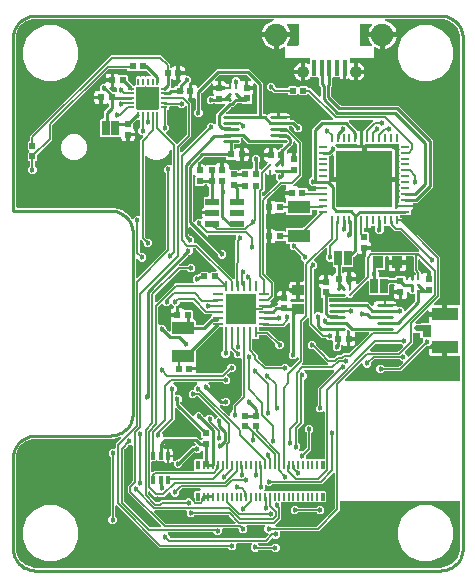
<source format=gbr>
G04 EAGLE Gerber RS-274X export*
G75*
%MOMM*%
%FSLAX34Y34*%
%LPD*%
%INBottom Copper*%
%IPPOS*%
%AMOC8*
5,1,8,0,0,1.08239X$1,22.5*%
G01*
%ADD10R,0.812800X0.203200*%
%ADD11R,0.203200X0.812800*%
%ADD12R,2.590800X2.590800*%
%ADD13R,0.620000X0.620000*%
%ADD14R,1.000000X0.950000*%
%ADD15R,0.950000X1.000000*%
%ADD16R,0.400000X1.350000*%
%ADD17C,1.900000*%
%ADD18C,1.050000*%
%ADD19R,0.635000X1.270000*%
%ADD20R,0.500000X0.500000*%
%ADD21R,0.750000X0.250000*%
%ADD22R,0.250000X0.750000*%
%ADD23R,4.700000X4.700000*%
%ADD24C,0.254000*%
%ADD25R,1.206400X0.480000*%
%ADD26C,0.250000*%
%ADD27R,1.900000X1.100000*%
%ADD28R,2.200000X1.050000*%
%ADD29R,0.800000X1.000000*%
%ADD30R,0.304800X0.673100*%
%ADD31R,0.230000X0.660000*%
%ADD32R,0.350000X0.660000*%
%ADD33R,0.600000X0.200000*%
%ADD34R,0.200000X0.600000*%
%ADD35C,0.454000*%
%ADD36C,0.228600*%
%ADD37C,0.127000*%
%ADD38C,0.152400*%
%ADD39C,0.203200*%
%ADD40C,0.254000*%
%ADD41C,0.500000*%

G36*
X101111Y297710D02*
X101111Y297710D01*
X101247Y297715D01*
X101251Y297716D01*
X101256Y297716D01*
X101388Y297760D01*
X101518Y297802D01*
X101521Y297804D01*
X101526Y297806D01*
X101760Y297967D01*
X101775Y297986D01*
X101791Y297997D01*
X103943Y300149D01*
X106871Y300149D01*
X106928Y300157D01*
X106987Y300156D01*
X107068Y300177D01*
X107152Y300189D01*
X107205Y300213D01*
X107262Y300228D01*
X107334Y300271D01*
X107411Y300305D01*
X107456Y300343D01*
X107506Y300373D01*
X107564Y300435D01*
X107628Y300489D01*
X107661Y300538D01*
X107701Y300580D01*
X107739Y300655D01*
X107786Y300726D01*
X107804Y300781D01*
X107830Y300833D01*
X107842Y300901D01*
X107872Y300997D01*
X107874Y301096D01*
X107886Y301164D01*
X107886Y364581D01*
X109299Y365995D01*
X110078Y366773D01*
X110095Y366796D01*
X110118Y366815D01*
X110180Y366909D01*
X110248Y367000D01*
X110259Y367027D01*
X110275Y367052D01*
X110309Y367159D01*
X110350Y367265D01*
X110352Y367295D01*
X110361Y367323D01*
X110364Y367436D01*
X110373Y367549D01*
X110367Y367577D01*
X110368Y367607D01*
X110340Y367716D01*
X110317Y367828D01*
X110304Y367854D01*
X110296Y367882D01*
X110239Y367979D01*
X110186Y368080D01*
X110166Y368101D01*
X110151Y368126D01*
X110069Y368204D01*
X109991Y368286D01*
X109965Y368301D01*
X109944Y368321D01*
X109843Y368372D01*
X109745Y368430D01*
X109717Y368437D01*
X109691Y368450D01*
X109613Y368463D01*
X109470Y368500D01*
X109407Y368498D01*
X109360Y368506D01*
X108452Y368506D01*
X106378Y370580D01*
X106378Y373513D01*
X107715Y374851D01*
X107768Y374921D01*
X107828Y374984D01*
X107853Y375034D01*
X107886Y375078D01*
X107917Y375160D01*
X107957Y375238D01*
X107965Y375285D01*
X107988Y375344D01*
X108000Y375491D01*
X108013Y375569D01*
X108013Y380764D01*
X108005Y380822D01*
X108006Y380880D01*
X107985Y380962D01*
X107973Y381046D01*
X107949Y381099D01*
X107934Y381155D01*
X107891Y381228D01*
X107857Y381305D01*
X107819Y381350D01*
X107789Y381400D01*
X107727Y381458D01*
X107673Y381522D01*
X107624Y381554D01*
X107582Y381594D01*
X107507Y381633D01*
X107436Y381680D01*
X107381Y381697D01*
X107329Y381724D01*
X107261Y381735D01*
X107165Y381765D01*
X107066Y381768D01*
X106998Y381779D01*
X105195Y381779D01*
X105108Y381767D01*
X105021Y381764D01*
X104968Y381747D01*
X104913Y381739D01*
X104834Y381704D01*
X104750Y381677D01*
X104711Y381649D01*
X104654Y381623D01*
X104541Y381527D01*
X104477Y381482D01*
X102204Y379209D01*
X102152Y379139D01*
X102092Y379075D01*
X102066Y379026D01*
X102033Y378982D01*
X102002Y378900D01*
X101962Y378822D01*
X101954Y378775D01*
X101932Y378716D01*
X101920Y378568D01*
X101907Y378491D01*
X101907Y374977D01*
X101919Y374890D01*
X101922Y374803D01*
X101939Y374750D01*
X101947Y374695D01*
X101982Y374616D01*
X102009Y374532D01*
X102037Y374493D01*
X102063Y374436D01*
X102159Y374323D01*
X102204Y374259D01*
X102669Y373794D01*
X103004Y373215D01*
X103177Y372568D01*
X103177Y370683D01*
X98070Y370683D01*
X98012Y370675D01*
X97954Y370677D01*
X97872Y370655D01*
X97789Y370643D01*
X97735Y370620D01*
X97679Y370605D01*
X97606Y370562D01*
X97529Y370527D01*
X97485Y370489D01*
X97434Y370460D01*
X97377Y370398D01*
X97312Y370344D01*
X97280Y370295D01*
X97240Y370252D01*
X97201Y370177D01*
X97155Y370107D01*
X97137Y370051D01*
X97110Y369999D01*
X97099Y369931D01*
X97069Y369836D01*
X97066Y369736D01*
X97055Y369668D01*
X97055Y369615D01*
X97002Y369615D01*
X96944Y369607D01*
X96886Y369608D01*
X96804Y369587D01*
X96720Y369575D01*
X96667Y369551D01*
X96611Y369537D01*
X96538Y369493D01*
X96461Y369459D01*
X96416Y369421D01*
X96366Y369391D01*
X96308Y369330D01*
X96244Y369275D01*
X96212Y369227D01*
X96172Y369184D01*
X96133Y369109D01*
X96086Y369039D01*
X96069Y368983D01*
X96042Y368931D01*
X96031Y368863D01*
X96001Y368768D01*
X95998Y368668D01*
X95987Y368600D01*
X95987Y363493D01*
X94102Y363493D01*
X93455Y363666D01*
X92876Y364001D01*
X92403Y364474D01*
X92068Y365053D01*
X91895Y365700D01*
X91895Y366158D01*
X91891Y366187D01*
X91894Y366217D01*
X91871Y366328D01*
X91855Y366440D01*
X91843Y366466D01*
X91838Y366495D01*
X91785Y366596D01*
X91739Y366699D01*
X91720Y366722D01*
X91707Y366748D01*
X91629Y366830D01*
X91556Y366916D01*
X91531Y366932D01*
X91511Y366954D01*
X91413Y367011D01*
X91319Y367074D01*
X91291Y367083D01*
X91266Y367097D01*
X91156Y367125D01*
X91048Y367159D01*
X91019Y367160D01*
X90990Y367167D01*
X90877Y367164D01*
X90764Y367167D01*
X90735Y367159D01*
X90706Y367158D01*
X90598Y367123D01*
X90489Y367095D01*
X90463Y367080D01*
X90435Y367071D01*
X90377Y367029D01*
X74785Y367029D01*
X74040Y367774D01*
X74040Y381526D01*
X74785Y382271D01*
X75874Y382271D01*
X75932Y382279D01*
X75990Y382277D01*
X76072Y382299D01*
X76156Y382311D01*
X76209Y382334D01*
X76265Y382349D01*
X76338Y382392D01*
X76415Y382427D01*
X76460Y382465D01*
X76510Y382494D01*
X76568Y382556D01*
X76632Y382610D01*
X76664Y382659D01*
X76704Y382702D01*
X76743Y382777D01*
X76790Y382847D01*
X76807Y382903D01*
X76834Y382955D01*
X76845Y383023D01*
X76875Y383118D01*
X76878Y383218D01*
X76889Y383286D01*
X76889Y388656D01*
X80783Y392550D01*
X80835Y392620D01*
X80895Y392684D01*
X80921Y392733D01*
X80954Y392777D01*
X80985Y392859D01*
X81025Y392937D01*
X81033Y392984D01*
X81055Y393043D01*
X81067Y393191D01*
X81080Y393268D01*
X81080Y394773D01*
X81076Y394802D01*
X81079Y394832D01*
X81056Y394943D01*
X81040Y395055D01*
X81028Y395081D01*
X81023Y395110D01*
X80970Y395211D01*
X80924Y395314D01*
X80905Y395337D01*
X80892Y395363D01*
X80814Y395445D01*
X80741Y395531D01*
X80716Y395547D01*
X80696Y395569D01*
X80598Y395626D01*
X80504Y395689D01*
X80476Y395697D01*
X80451Y395712D01*
X80341Y395740D01*
X80233Y395774D01*
X80204Y395775D01*
X80175Y395782D01*
X80062Y395779D01*
X79949Y395782D01*
X79920Y395774D01*
X79891Y395773D01*
X79783Y395738D01*
X79674Y395710D01*
X79648Y395695D01*
X79620Y395686D01*
X79556Y395640D01*
X79429Y395565D01*
X79386Y395519D01*
X79347Y395491D01*
X79281Y395425D01*
X78702Y395090D01*
X78055Y394917D01*
X76170Y394917D01*
X76170Y400024D01*
X76162Y400082D01*
X76164Y400140D01*
X76142Y400222D01*
X76130Y400305D01*
X76107Y400359D01*
X76092Y400415D01*
X76049Y400488D01*
X76014Y400565D01*
X75976Y400609D01*
X75947Y400660D01*
X75885Y400717D01*
X75831Y400782D01*
X75782Y400814D01*
X75739Y400854D01*
X75664Y400893D01*
X75594Y400939D01*
X75538Y400957D01*
X75486Y400984D01*
X75418Y400995D01*
X75323Y401025D01*
X75223Y401028D01*
X75155Y401039D01*
X75102Y401039D01*
X75102Y401092D01*
X75094Y401150D01*
X75095Y401208D01*
X75074Y401290D01*
X75062Y401374D01*
X75038Y401427D01*
X75024Y401483D01*
X74980Y401556D01*
X74946Y401633D01*
X74908Y401678D01*
X74878Y401728D01*
X74817Y401786D01*
X74762Y401850D01*
X74714Y401882D01*
X74671Y401922D01*
X74596Y401961D01*
X74526Y402008D01*
X74470Y402025D01*
X74418Y402052D01*
X74350Y402063D01*
X74255Y402093D01*
X74155Y402096D01*
X74087Y402107D01*
X68980Y402107D01*
X68980Y403992D01*
X69153Y404639D01*
X69488Y405218D01*
X69961Y405691D01*
X70540Y406026D01*
X71187Y406199D01*
X73041Y406199D01*
X73099Y406207D01*
X73157Y406205D01*
X73239Y406227D01*
X73323Y406239D01*
X73376Y406262D01*
X73432Y406277D01*
X73505Y406320D01*
X73582Y406355D01*
X73627Y406393D01*
X73677Y406422D01*
X73735Y406484D01*
X73799Y406538D01*
X73831Y406587D01*
X73871Y406630D01*
X73910Y406705D01*
X73957Y406775D01*
X73974Y406831D01*
X74001Y406883D01*
X74012Y406951D01*
X74042Y407046D01*
X74045Y407146D01*
X74056Y407214D01*
X74056Y410153D01*
X76130Y412227D01*
X77617Y412227D01*
X77675Y412235D01*
X77733Y412233D01*
X77815Y412255D01*
X77899Y412267D01*
X77952Y412290D01*
X78008Y412305D01*
X78081Y412348D01*
X78158Y412383D01*
X78203Y412421D01*
X78253Y412450D01*
X78311Y412512D01*
X78375Y412566D01*
X78407Y412615D01*
X78447Y412658D01*
X78486Y412733D01*
X78533Y412803D01*
X78550Y412859D01*
X78577Y412911D01*
X78588Y412979D01*
X78618Y413074D01*
X78621Y413174D01*
X78632Y413242D01*
X78632Y413614D01*
X82724Y413614D01*
X82724Y409516D01*
X82636Y409498D01*
X82523Y409482D01*
X82497Y409470D01*
X82468Y409465D01*
X82367Y409412D01*
X82264Y409366D01*
X82242Y409347D01*
X82216Y409334D01*
X82133Y409256D01*
X82047Y409183D01*
X82031Y409158D01*
X82009Y409138D01*
X81952Y409040D01*
X81889Y408946D01*
X81881Y408918D01*
X81866Y408893D01*
X81838Y408783D01*
X81804Y408675D01*
X81803Y408645D01*
X81796Y408617D01*
X81799Y408504D01*
X81796Y408391D01*
X81804Y408362D01*
X81805Y408333D01*
X81840Y408225D01*
X81868Y408116D01*
X81883Y408090D01*
X81892Y408062D01*
X81938Y407999D01*
X82013Y407871D01*
X82059Y407828D01*
X82087Y407789D01*
X84376Y405500D01*
X84650Y405226D01*
X84720Y405174D01*
X84784Y405114D01*
X84833Y405088D01*
X84877Y405055D01*
X84959Y405024D01*
X85037Y404984D01*
X85084Y404976D01*
X85143Y404954D01*
X85291Y404942D01*
X85368Y404929D01*
X86884Y404929D01*
X86942Y404937D01*
X87000Y404935D01*
X87082Y404957D01*
X87166Y404969D01*
X87219Y404992D01*
X87275Y405007D01*
X87348Y405050D01*
X87425Y405085D01*
X87470Y405123D01*
X87520Y405152D01*
X87578Y405214D01*
X87642Y405268D01*
X87674Y405317D01*
X87714Y405360D01*
X87753Y405435D01*
X87800Y405505D01*
X87817Y405561D01*
X87844Y405613D01*
X87855Y405681D01*
X87885Y405776D01*
X87888Y405876D01*
X87899Y405944D01*
X87899Y408507D01*
X87891Y408565D01*
X87893Y408623D01*
X87871Y408705D01*
X87859Y408789D01*
X87836Y408842D01*
X87821Y408898D01*
X87778Y408971D01*
X87743Y409048D01*
X87705Y409093D01*
X87676Y409143D01*
X87614Y409201D01*
X87560Y409265D01*
X87511Y409297D01*
X87468Y409337D01*
X87393Y409376D01*
X87323Y409423D01*
X87267Y409440D01*
X87215Y409467D01*
X87147Y409478D01*
X87052Y409508D01*
X86952Y409511D01*
X86884Y409522D01*
X85822Y409522D01*
X85822Y414629D01*
X85814Y414687D01*
X85816Y414745D01*
X85794Y414827D01*
X85782Y414910D01*
X85759Y414964D01*
X85744Y415020D01*
X85701Y415093D01*
X85666Y415170D01*
X85676Y415188D01*
X85723Y415258D01*
X85740Y415314D01*
X85767Y415366D01*
X85778Y415434D01*
X85808Y415529D01*
X85811Y415629D01*
X85822Y415697D01*
X85822Y420804D01*
X87707Y420804D01*
X88354Y420631D01*
X88933Y420296D01*
X89398Y419831D01*
X89468Y419779D01*
X89532Y419719D01*
X89581Y419693D01*
X89625Y419660D01*
X89707Y419629D01*
X89785Y419589D01*
X89832Y419581D01*
X89891Y419559D01*
X90039Y419547D01*
X90116Y419534D01*
X96899Y419534D01*
X97644Y418789D01*
X97644Y414806D01*
X97656Y414719D01*
X97659Y414632D01*
X97676Y414579D01*
X97684Y414524D01*
X97719Y414445D01*
X97746Y414361D01*
X97774Y414322D01*
X97800Y414265D01*
X97896Y414152D01*
X97941Y414088D01*
X101411Y410618D01*
X101481Y410566D01*
X101545Y410506D01*
X101594Y410480D01*
X101638Y410447D01*
X101720Y410416D01*
X101798Y410376D01*
X101845Y410368D01*
X101904Y410346D01*
X102052Y410334D01*
X102129Y410321D01*
X103014Y410321D01*
X103072Y410329D01*
X103130Y410327D01*
X103212Y410349D01*
X103296Y410361D01*
X103349Y410384D01*
X103405Y410399D01*
X103478Y410442D01*
X103555Y410477D01*
X103600Y410515D01*
X103650Y410544D01*
X103708Y410606D01*
X103772Y410660D01*
X103804Y410709D01*
X103844Y410752D01*
X103883Y410827D01*
X103930Y410897D01*
X103947Y410953D01*
X103974Y411005D01*
X103985Y411073D01*
X104015Y411168D01*
X104018Y411268D01*
X104029Y411336D01*
X104029Y417576D01*
X104774Y418321D01*
X108002Y418321D01*
X108075Y418293D01*
X108133Y418288D01*
X108190Y418274D01*
X108274Y418276D01*
X108358Y418269D01*
X108415Y418281D01*
X108474Y418283D01*
X108554Y418309D01*
X108615Y418321D01*
X112002Y418321D01*
X112075Y418293D01*
X112133Y418288D01*
X112190Y418274D01*
X112274Y418276D01*
X112358Y418269D01*
X112415Y418281D01*
X112474Y418283D01*
X112554Y418309D01*
X112615Y418321D01*
X115577Y418321D01*
X115606Y418325D01*
X115636Y418322D01*
X115747Y418345D01*
X115859Y418361D01*
X115885Y418373D01*
X115914Y418378D01*
X116015Y418430D01*
X116118Y418477D01*
X116141Y418496D01*
X116167Y418509D01*
X116249Y418587D01*
X116335Y418660D01*
X116351Y418685D01*
X116373Y418705D01*
X116430Y418803D01*
X116493Y418897D01*
X116502Y418925D01*
X116516Y418950D01*
X116544Y419060D01*
X116579Y419168D01*
X116579Y419198D01*
X116586Y419226D01*
X116583Y419339D01*
X116586Y419452D01*
X116578Y419481D01*
X116577Y419510D01*
X116543Y419618D01*
X116514Y419727D01*
X116499Y419753D01*
X116490Y419781D01*
X116444Y419844D01*
X116369Y419972D01*
X116323Y420015D01*
X116295Y420054D01*
X113789Y422560D01*
X113719Y422612D01*
X113655Y422672D01*
X113606Y422698D01*
X113562Y422731D01*
X113480Y422762D01*
X113402Y422802D01*
X113355Y422810D01*
X113296Y422832D01*
X113149Y422844D01*
X113071Y422857D01*
X106792Y422857D01*
X106636Y423013D01*
X106589Y423048D01*
X106549Y423091D01*
X106476Y423133D01*
X106409Y423184D01*
X106354Y423205D01*
X106304Y423234D01*
X106222Y423255D01*
X106143Y423285D01*
X106085Y423290D01*
X106028Y423304D01*
X105944Y423302D01*
X105860Y423309D01*
X105802Y423297D01*
X105744Y423295D01*
X105664Y423269D01*
X105581Y423253D01*
X105529Y423226D01*
X105473Y423208D01*
X105417Y423168D01*
X105329Y423122D01*
X105256Y423053D01*
X105200Y423013D01*
X105044Y422857D01*
X97792Y422857D01*
X97047Y423602D01*
X97039Y423655D01*
X97041Y423713D01*
X97019Y423795D01*
X97007Y423879D01*
X96984Y423932D01*
X96969Y423988D01*
X96926Y424061D01*
X96891Y424138D01*
X96853Y424183D01*
X96824Y424233D01*
X96762Y424291D01*
X96708Y424355D01*
X96659Y424387D01*
X96616Y424427D01*
X96541Y424466D01*
X96471Y424513D01*
X96415Y424530D01*
X96363Y424557D01*
X96295Y424568D01*
X96200Y424598D01*
X96100Y424601D01*
X96032Y424612D01*
X81594Y424612D01*
X81507Y424600D01*
X81420Y424597D01*
X81367Y424580D01*
X81312Y424572D01*
X81233Y424537D01*
X81149Y424510D01*
X81110Y424482D01*
X81053Y424456D01*
X80940Y424360D01*
X80876Y424315D01*
X78545Y421984D01*
X78540Y421977D01*
X78532Y421970D01*
X78454Y421863D01*
X78374Y421757D01*
X78371Y421748D01*
X78365Y421740D01*
X78321Y421616D01*
X78273Y421492D01*
X78272Y421482D01*
X78269Y421472D01*
X78261Y421340D01*
X78250Y421208D01*
X78252Y421199D01*
X78251Y421189D01*
X78253Y421181D01*
X78148Y421178D01*
X78015Y421176D01*
X78005Y421173D01*
X77995Y421173D01*
X77870Y421132D01*
X77743Y421094D01*
X77734Y421088D01*
X77725Y421085D01*
X77679Y421053D01*
X77504Y420939D01*
X77481Y420911D01*
X77452Y420891D01*
X33719Y377158D01*
X33667Y377088D01*
X33607Y377024D01*
X33581Y376975D01*
X33548Y376931D01*
X33517Y376849D01*
X33477Y376771D01*
X33469Y376724D01*
X33447Y376665D01*
X33435Y376518D01*
X33422Y376440D01*
X33422Y364756D01*
X31934Y363268D01*
X20705Y352039D01*
X20653Y351970D01*
X20593Y351906D01*
X20567Y351856D01*
X20534Y351812D01*
X20503Y351730D01*
X20463Y351653D01*
X20455Y351605D01*
X20433Y351547D01*
X20421Y351399D01*
X20408Y351322D01*
X20408Y347820D01*
X19663Y347075D01*
X19558Y347075D01*
X19500Y347067D01*
X19442Y347069D01*
X19360Y347047D01*
X19276Y347035D01*
X19223Y347012D01*
X19167Y346997D01*
X19094Y346954D01*
X19017Y346919D01*
X18972Y346881D01*
X18922Y346852D01*
X18864Y346790D01*
X18800Y346736D01*
X18768Y346687D01*
X18728Y346644D01*
X18689Y346569D01*
X18642Y346499D01*
X18625Y346443D01*
X18598Y346391D01*
X18587Y346323D01*
X18557Y346228D01*
X18554Y346128D01*
X18543Y346060D01*
X18543Y342993D01*
X18555Y342907D01*
X18558Y342819D01*
X18575Y342766D01*
X18583Y342712D01*
X18618Y342632D01*
X18645Y342549D01*
X18673Y342509D01*
X18699Y342452D01*
X18795Y342339D01*
X18840Y342275D01*
X20178Y340938D01*
X20178Y338004D01*
X18104Y335930D01*
X15170Y335930D01*
X13096Y338004D01*
X13096Y340938D01*
X14180Y342021D01*
X14232Y342091D01*
X14292Y342155D01*
X14318Y342204D01*
X14351Y342248D01*
X14382Y342330D01*
X14422Y342408D01*
X14430Y342456D01*
X14452Y342514D01*
X14464Y342662D01*
X14477Y342739D01*
X14477Y346060D01*
X14469Y346118D01*
X14471Y346176D01*
X14449Y346258D01*
X14437Y346342D01*
X14414Y346395D01*
X14399Y346451D01*
X14356Y346524D01*
X14321Y346601D01*
X14283Y346646D01*
X14254Y346696D01*
X14192Y346754D01*
X14138Y346818D01*
X14089Y346850D01*
X14046Y346890D01*
X13971Y346929D01*
X13901Y346976D01*
X13845Y346993D01*
X13793Y347020D01*
X13725Y347031D01*
X13630Y347061D01*
X13624Y347061D01*
X12866Y347820D01*
X12866Y353872D01*
X13622Y354628D01*
X13657Y354675D01*
X13700Y354715D01*
X13742Y354788D01*
X13793Y354855D01*
X13814Y354910D01*
X13843Y354960D01*
X13864Y355042D01*
X13894Y355121D01*
X13899Y355179D01*
X13913Y355236D01*
X13911Y355320D01*
X13918Y355404D01*
X13906Y355462D01*
X13904Y355520D01*
X13878Y355600D01*
X13862Y355683D01*
X13835Y355735D01*
X13817Y355791D01*
X13777Y355847D01*
X13731Y355935D01*
X13662Y356008D01*
X13622Y356064D01*
X12866Y356820D01*
X12866Y362872D01*
X13614Y363620D01*
X13647Y363625D01*
X13705Y363623D01*
X13787Y363645D01*
X13871Y363657D01*
X13924Y363680D01*
X13980Y363695D01*
X14053Y363738D01*
X14130Y363773D01*
X14175Y363811D01*
X14225Y363840D01*
X14283Y363902D01*
X14347Y363956D01*
X14379Y364005D01*
X14419Y364048D01*
X14458Y364123D01*
X14505Y364193D01*
X14522Y364249D01*
X14549Y364301D01*
X14560Y364369D01*
X14590Y364464D01*
X14593Y364564D01*
X14604Y364632D01*
X14604Y367744D01*
X82979Y436119D01*
X125429Y436119D01*
X133042Y428506D01*
X133042Y426645D01*
X133050Y426587D01*
X133048Y426529D01*
X133070Y426447D01*
X133082Y426363D01*
X133105Y426310D01*
X133120Y426254D01*
X133163Y426181D01*
X133198Y426104D01*
X133236Y426059D01*
X133265Y426009D01*
X133327Y425951D01*
X133381Y425887D01*
X133430Y425855D01*
X133473Y425815D01*
X133548Y425776D01*
X133618Y425729D01*
X133674Y425712D01*
X133726Y425685D01*
X133794Y425674D01*
X133889Y425644D01*
X133989Y425641D01*
X134057Y425630D01*
X134166Y425630D01*
X134253Y425642D01*
X134340Y425645D01*
X134393Y425662D01*
X134448Y425670D01*
X134527Y425705D01*
X134611Y425732D01*
X134650Y425760D01*
X134707Y425786D01*
X134820Y425882D01*
X134884Y425927D01*
X135349Y426392D01*
X135928Y426727D01*
X136575Y426900D01*
X138460Y426900D01*
X138460Y421793D01*
X138467Y421742D01*
X138466Y421723D01*
X138467Y421719D01*
X138466Y421677D01*
X138488Y421595D01*
X138500Y421512D01*
X138523Y421458D01*
X138538Y421402D01*
X138581Y421329D01*
X138616Y421252D01*
X138606Y421234D01*
X138559Y421164D01*
X138542Y421108D01*
X138515Y421056D01*
X138504Y420988D01*
X138474Y420893D01*
X138471Y420793D01*
X138460Y420725D01*
X138460Y415618D01*
X136575Y415618D01*
X135928Y415791D01*
X135349Y416126D01*
X135283Y416192D01*
X135259Y416210D01*
X135240Y416232D01*
X135146Y416295D01*
X135056Y416363D01*
X135028Y416373D01*
X135004Y416390D01*
X134896Y416424D01*
X134790Y416464D01*
X134761Y416467D01*
X134733Y416475D01*
X134620Y416478D01*
X134507Y416488D01*
X134478Y416482D01*
X134449Y416483D01*
X134339Y416454D01*
X134228Y416432D01*
X134202Y416418D01*
X134174Y416411D01*
X134076Y416353D01*
X133976Y416301D01*
X133954Y416281D01*
X133929Y416266D01*
X133852Y416183D01*
X133770Y416105D01*
X133755Y416080D01*
X133735Y416058D01*
X133683Y415958D01*
X133626Y415860D01*
X133619Y415831D01*
X133605Y415805D01*
X133592Y415728D01*
X133556Y415584D01*
X133558Y415522D01*
X133550Y415474D01*
X133550Y409321D01*
X133558Y409263D01*
X133556Y409205D01*
X133578Y409123D01*
X133590Y409039D01*
X133613Y408986D01*
X133628Y408930D01*
X133671Y408857D01*
X133706Y408780D01*
X133744Y408735D01*
X133773Y408685D01*
X133835Y408627D01*
X133889Y408563D01*
X133938Y408531D01*
X133981Y408491D01*
X134056Y408452D01*
X134126Y408405D01*
X134182Y408388D01*
X134234Y408361D01*
X134302Y408350D01*
X134397Y408320D01*
X134497Y408317D01*
X134565Y408306D01*
X135910Y408306D01*
X135968Y408314D01*
X136026Y408312D01*
X136108Y408334D01*
X136192Y408346D01*
X136245Y408369D01*
X136301Y408384D01*
X136374Y408427D01*
X136451Y408462D01*
X136496Y408500D01*
X136546Y408529D01*
X136604Y408591D01*
X136668Y408645D01*
X136700Y408694D01*
X136740Y408737D01*
X136779Y408812D01*
X136826Y408882D01*
X136843Y408938D01*
X136870Y408990D01*
X136881Y409058D01*
X136911Y409153D01*
X136914Y409253D01*
X136925Y409321D01*
X136925Y409391D01*
X137670Y410136D01*
X139065Y410136D01*
X139123Y410144D01*
X139181Y410142D01*
X139263Y410164D01*
X139347Y410176D01*
X139400Y410199D01*
X139456Y410214D01*
X139529Y410257D01*
X139606Y410292D01*
X139651Y410330D01*
X139701Y410359D01*
X139759Y410421D01*
X139823Y410475D01*
X139855Y410524D01*
X139895Y410567D01*
X139934Y410642D01*
X139981Y410712D01*
X139998Y410768D01*
X140025Y410820D01*
X140036Y410888D01*
X140066Y410983D01*
X140069Y411083D01*
X140080Y411151D01*
X140080Y412151D01*
X141814Y413885D01*
X141832Y413909D01*
X141854Y413928D01*
X141917Y414022D01*
X141985Y414112D01*
X141995Y414140D01*
X142012Y414164D01*
X142046Y414272D01*
X142086Y414378D01*
X142089Y414407D01*
X142097Y414435D01*
X142100Y414549D01*
X142110Y414661D01*
X142104Y414690D01*
X142105Y414719D01*
X142076Y414829D01*
X142054Y414940D01*
X142040Y414966D01*
X142033Y414994D01*
X141975Y415092D01*
X141923Y415192D01*
X141903Y415214D01*
X141888Y415239D01*
X141805Y415316D01*
X141727Y415398D01*
X141702Y415413D01*
X141680Y415433D01*
X141579Y415485D01*
X141558Y415497D01*
X141558Y419710D01*
X145728Y419710D01*
X145728Y419709D01*
X145771Y419636D01*
X145806Y419559D01*
X145844Y419514D01*
X145873Y419464D01*
X145935Y419406D01*
X145989Y419342D01*
X146038Y419310D01*
X146081Y419270D01*
X146156Y419231D01*
X146226Y419184D01*
X146282Y419167D01*
X146334Y419140D01*
X146402Y419129D01*
X146497Y419099D01*
X146597Y419096D01*
X146665Y419085D01*
X148533Y419085D01*
X150607Y417011D01*
X150607Y414077D01*
X149044Y412515D01*
X148991Y412445D01*
X148932Y412381D01*
X148906Y412332D01*
X148873Y412288D01*
X148842Y412206D01*
X148802Y412128D01*
X148794Y412080D01*
X148772Y412022D01*
X148760Y411874D01*
X148747Y411797D01*
X148747Y406299D01*
X148755Y406241D01*
X148753Y406183D01*
X148775Y406101D01*
X148787Y406018D01*
X148810Y405964D01*
X148825Y405908D01*
X148868Y405835D01*
X148903Y405758D01*
X148893Y405740D01*
X148846Y405670D01*
X148829Y405614D01*
X148802Y405562D01*
X148791Y405494D01*
X148761Y405399D01*
X148758Y405299D01*
X148747Y405231D01*
X148747Y400031D01*
X148716Y400014D01*
X148612Y399968D01*
X148590Y399949D01*
X148564Y399936D01*
X148482Y399858D01*
X148395Y399785D01*
X148379Y399760D01*
X148358Y399740D01*
X148301Y399642D01*
X148238Y399548D01*
X148229Y399520D01*
X148214Y399495D01*
X148186Y399385D01*
X148152Y399277D01*
X148151Y399247D01*
X148144Y399219D01*
X148148Y399106D01*
X148145Y398993D01*
X148152Y398964D01*
X148153Y398935D01*
X148188Y398827D01*
X148217Y398718D01*
X148232Y398692D01*
X148241Y398664D01*
X148286Y398600D01*
X148362Y398473D01*
X148407Y398430D01*
X148435Y398391D01*
X149717Y397110D01*
X149717Y397109D01*
X151131Y395696D01*
X151131Y367511D01*
X141903Y358283D01*
X141851Y358213D01*
X141791Y358149D01*
X141765Y358100D01*
X141732Y358056D01*
X141701Y357974D01*
X141661Y357896D01*
X141653Y357849D01*
X141631Y357790D01*
X141619Y357642D01*
X141606Y357565D01*
X141606Y355084D01*
X141610Y355055D01*
X141607Y355026D01*
X141630Y354915D01*
X141646Y354803D01*
X141658Y354776D01*
X141663Y354747D01*
X141715Y354647D01*
X141762Y354544D01*
X141781Y354521D01*
X141794Y354495D01*
X141872Y354413D01*
X141945Y354327D01*
X141970Y354310D01*
X141990Y354289D01*
X142088Y354232D01*
X142182Y354169D01*
X142210Y354160D01*
X142235Y354145D01*
X142345Y354117D01*
X142453Y354083D01*
X142483Y354082D01*
X142511Y354075D01*
X142624Y354079D01*
X142737Y354076D01*
X142766Y354083D01*
X142795Y354084D01*
X142903Y354119D01*
X143012Y354148D01*
X143038Y354163D01*
X143066Y354172D01*
X143129Y354217D01*
X143257Y354293D01*
X143300Y354339D01*
X143339Y354367D01*
X163802Y374830D01*
X163854Y374899D01*
X163914Y374963D01*
X163940Y375013D01*
X163973Y375057D01*
X164004Y375139D01*
X164044Y375216D01*
X164052Y375264D01*
X164074Y375322D01*
X164086Y375470D01*
X164099Y375548D01*
X164099Y377260D01*
X166173Y379334D01*
X169107Y379334D01*
X170410Y378030D01*
X170434Y378013D01*
X170453Y377990D01*
X170547Y377927D01*
X170637Y377859D01*
X170665Y377849D01*
X170689Y377833D01*
X170797Y377798D01*
X170903Y377758D01*
X170932Y377756D01*
X170960Y377747D01*
X171074Y377744D01*
X171186Y377735D01*
X171215Y377740D01*
X171244Y377740D01*
X171354Y377768D01*
X171465Y377790D01*
X171491Y377804D01*
X171519Y377811D01*
X171617Y377869D01*
X171717Y377921D01*
X171739Y377942D01*
X171764Y377957D01*
X171841Y378039D01*
X171923Y378117D01*
X171938Y378143D01*
X171958Y378164D01*
X172010Y378265D01*
X172067Y378362D01*
X172074Y378391D01*
X172088Y378417D01*
X172101Y378494D01*
X172137Y378638D01*
X172135Y378700D01*
X172143Y378748D01*
X172143Y386510D01*
X179143Y393510D01*
X179161Y393534D01*
X179183Y393553D01*
X179246Y393647D01*
X179314Y393737D01*
X179324Y393765D01*
X179341Y393789D01*
X179375Y393897D01*
X179415Y394003D01*
X179418Y394032D01*
X179427Y394060D01*
X179429Y394174D01*
X179439Y394286D01*
X179433Y394315D01*
X179434Y394344D01*
X179405Y394454D01*
X179383Y394565D01*
X179369Y394591D01*
X179362Y394619D01*
X179304Y394717D01*
X179252Y394817D01*
X179232Y394839D01*
X179217Y394864D01*
X179134Y394941D01*
X179056Y395023D01*
X179031Y395038D01*
X179009Y395058D01*
X178909Y395110D01*
X178811Y395167D01*
X178782Y395174D01*
X178756Y395188D01*
X178679Y395201D01*
X178535Y395237D01*
X178473Y395235D01*
X178425Y395243D01*
X171253Y395243D01*
X171145Y395351D01*
X171098Y395386D01*
X171058Y395428D01*
X170985Y395471D01*
X170918Y395522D01*
X170863Y395543D01*
X170813Y395572D01*
X170731Y395593D01*
X170652Y395623D01*
X170594Y395628D01*
X170537Y395642D01*
X170453Y395640D01*
X170369Y395647D01*
X170311Y395635D01*
X170253Y395633D01*
X170173Y395607D01*
X170090Y395591D01*
X170038Y395564D01*
X169983Y395546D01*
X169926Y395506D01*
X169838Y395460D01*
X169766Y395391D01*
X169709Y395351D01*
X169289Y394930D01*
X166355Y394930D01*
X164281Y397004D01*
X164281Y399938D01*
X166355Y402012D01*
X169237Y402012D01*
X169266Y402016D01*
X169295Y402013D01*
X169406Y402036D01*
X169519Y402052D01*
X169545Y402064D01*
X169574Y402069D01*
X169675Y402121D01*
X169778Y402168D01*
X169800Y402187D01*
X169827Y402200D01*
X169909Y402278D01*
X169995Y402351D01*
X170011Y402376D01*
X170033Y402396D01*
X170090Y402494D01*
X170153Y402588D01*
X170162Y402616D01*
X170176Y402641D01*
X170204Y402751D01*
X170238Y402859D01*
X170239Y402888D01*
X170246Y402917D01*
X170243Y403030D01*
X170246Y403143D01*
X170238Y403172D01*
X170237Y403201D01*
X170202Y403309D01*
X170174Y403418D01*
X170159Y403444D01*
X170150Y403472D01*
X170104Y403535D01*
X170029Y403663D01*
X169983Y403706D01*
X169955Y403745D01*
X169746Y403954D01*
X169411Y404533D01*
X169238Y405180D01*
X169238Y407065D01*
X174345Y407065D01*
X174403Y407073D01*
X174461Y407071D01*
X174543Y407093D01*
X174626Y407105D01*
X174680Y407128D01*
X174736Y407143D01*
X174809Y407186D01*
X174886Y407221D01*
X174904Y407211D01*
X174974Y407164D01*
X175030Y407147D01*
X175082Y407120D01*
X175150Y407109D01*
X175245Y407079D01*
X175345Y407076D01*
X175413Y407065D01*
X178983Y407065D01*
X179041Y407073D01*
X179099Y407071D01*
X179181Y407093D01*
X179265Y407105D01*
X179318Y407128D01*
X179374Y407143D01*
X179447Y407186D01*
X179524Y407221D01*
X179569Y407259D01*
X179619Y407288D01*
X179677Y407350D01*
X179741Y407404D01*
X179773Y407453D01*
X179813Y407496D01*
X179852Y407571D01*
X179865Y407591D01*
X183809Y407591D01*
X183867Y407599D01*
X183925Y407597D01*
X184007Y407619D01*
X184090Y407630D01*
X184144Y407654D01*
X184200Y407669D01*
X184273Y407712D01*
X184350Y407747D01*
X184394Y407784D01*
X184444Y407814D01*
X184445Y407815D01*
X184502Y407876D01*
X184567Y407930D01*
X184567Y407931D01*
X184599Y407979D01*
X184639Y408022D01*
X184678Y408097D01*
X184725Y408167D01*
X184742Y408223D01*
X184769Y408275D01*
X184780Y408343D01*
X184810Y408438D01*
X184813Y408538D01*
X184824Y408606D01*
X184824Y412569D01*
X184834Y412573D01*
X184879Y412611D01*
X184929Y412640D01*
X184987Y412702D01*
X185051Y412756D01*
X185083Y412805D01*
X185123Y412848D01*
X185162Y412923D01*
X185209Y412993D01*
X185226Y413049D01*
X185253Y413101D01*
X185264Y413169D01*
X185294Y413264D01*
X185297Y413364D01*
X185308Y413432D01*
X185308Y415487D01*
X187382Y417561D01*
X190316Y417561D01*
X192390Y415487D01*
X192390Y415158D01*
X192397Y415109D01*
X192394Y415061D01*
X192416Y414969D01*
X192430Y414876D01*
X192450Y414832D01*
X192461Y414784D01*
X192507Y414703D01*
X192546Y414617D01*
X192577Y414580D01*
X192601Y414537D01*
X192669Y414472D01*
X192729Y414400D01*
X192770Y414373D01*
X192805Y414339D01*
X192888Y414294D01*
X192966Y414242D01*
X193013Y414228D01*
X193056Y414204D01*
X193148Y414185D01*
X193237Y414156D01*
X193286Y414155D01*
X193334Y414145D01*
X193408Y414152D01*
X193521Y414149D01*
X193605Y414171D01*
X193668Y414177D01*
X194432Y414382D01*
X196317Y414382D01*
X196317Y409275D01*
X196325Y409217D01*
X196323Y409159D01*
X196345Y409077D01*
X196357Y408994D01*
X196380Y408940D01*
X196395Y408884D01*
X196438Y408811D01*
X196473Y408734D01*
X196511Y408690D01*
X196540Y408639D01*
X196602Y408582D01*
X196656Y408517D01*
X196705Y408485D01*
X196748Y408445D01*
X196823Y408406D01*
X196893Y408360D01*
X196949Y408342D01*
X197001Y408315D01*
X197069Y408304D01*
X197164Y408274D01*
X197264Y408271D01*
X197332Y408260D01*
X197385Y408260D01*
X197385Y408207D01*
X197393Y408149D01*
X197392Y408091D01*
X197413Y408009D01*
X197425Y407925D01*
X197449Y407872D01*
X197463Y407816D01*
X197507Y407743D01*
X197541Y407666D01*
X197579Y407621D01*
X197609Y407571D01*
X197670Y407513D01*
X197725Y407449D01*
X197773Y407417D01*
X197816Y407377D01*
X197891Y407338D01*
X197961Y407291D01*
X198017Y407274D01*
X198069Y407247D01*
X198137Y407236D01*
X198232Y407206D01*
X198332Y407203D01*
X198400Y407192D01*
X203507Y407192D01*
X203507Y405307D01*
X203334Y404660D01*
X202999Y404081D01*
X202534Y403616D01*
X202482Y403546D01*
X202422Y403482D01*
X202396Y403433D01*
X202363Y403389D01*
X202332Y403307D01*
X202292Y403229D01*
X202284Y403182D01*
X202262Y403123D01*
X202250Y402975D01*
X202237Y402898D01*
X202237Y396115D01*
X201492Y395370D01*
X194240Y395370D01*
X193842Y395768D01*
X193772Y395820D01*
X193708Y395880D01*
X193659Y395906D01*
X193615Y395939D01*
X193533Y395970D01*
X193455Y396010D01*
X193408Y396018D01*
X193349Y396040D01*
X193201Y396052D01*
X193124Y396065D01*
X190670Y396065D01*
X190584Y396053D01*
X190496Y396050D01*
X190443Y396033D01*
X190389Y396025D01*
X190309Y395990D01*
X190226Y395963D01*
X190186Y395935D01*
X190129Y395909D01*
X190016Y395813D01*
X189952Y395768D01*
X188374Y394190D01*
X188225Y394041D01*
X186440Y392255D01*
X185495Y392255D01*
X185408Y392243D01*
X185321Y392240D01*
X185268Y392223D01*
X185214Y392215D01*
X185134Y392180D01*
X185051Y392153D01*
X185011Y392125D01*
X184954Y392099D01*
X184841Y392003D01*
X184777Y391958D01*
X180961Y388142D01*
X180943Y388118D01*
X180921Y388099D01*
X180858Y388005D01*
X180790Y387915D01*
X180780Y387887D01*
X180764Y387863D01*
X180729Y387755D01*
X180689Y387649D01*
X180687Y387620D01*
X180678Y387592D01*
X180675Y387478D01*
X180665Y387366D01*
X180671Y387337D01*
X180670Y387308D01*
X180699Y387198D01*
X180721Y387087D01*
X180735Y387061D01*
X180742Y387033D01*
X180800Y386935D01*
X180852Y386835D01*
X180873Y386813D01*
X180888Y386788D01*
X180970Y386711D01*
X181048Y386629D01*
X181073Y386614D01*
X181095Y386594D01*
X181196Y386542D01*
X181293Y386485D01*
X181322Y386478D01*
X181348Y386464D01*
X181425Y386451D01*
X181569Y386415D01*
X181631Y386417D01*
X181679Y386409D01*
X182981Y386409D01*
X183068Y386421D01*
X183155Y386424D01*
X183170Y386429D01*
X205867Y386429D01*
X205925Y386437D01*
X205983Y386435D01*
X206065Y386457D01*
X206149Y386469D01*
X206202Y386492D01*
X206258Y386507D01*
X206331Y386550D01*
X206408Y386585D01*
X206453Y386623D01*
X206503Y386652D01*
X206561Y386714D01*
X206625Y386768D01*
X206657Y386817D01*
X206697Y386860D01*
X206736Y386935D01*
X206783Y387005D01*
X206800Y387061D01*
X206827Y387113D01*
X206838Y387181D01*
X206868Y387276D01*
X206871Y387376D01*
X206882Y387444D01*
X206882Y410314D01*
X206870Y410400D01*
X206867Y410488D01*
X206850Y410540D01*
X206842Y410595D01*
X206807Y410675D01*
X206780Y410758D01*
X206752Y410797D01*
X206726Y410855D01*
X206630Y410968D01*
X206585Y411032D01*
X205240Y412377D01*
X205216Y412394D01*
X205197Y412417D01*
X205103Y412479D01*
X205013Y412548D01*
X204985Y412558D01*
X204961Y412574D01*
X204853Y412608D01*
X204747Y412649D01*
X204718Y412651D01*
X204690Y412660D01*
X204576Y412663D01*
X204464Y412672D01*
X204435Y412667D01*
X204406Y412667D01*
X204296Y412639D01*
X204185Y412616D01*
X204159Y412603D01*
X204131Y412595D01*
X204033Y412538D01*
X203933Y412485D01*
X203911Y412465D01*
X203886Y412450D01*
X203809Y412368D01*
X203727Y412290D01*
X203712Y412264D01*
X203692Y412243D01*
X203640Y412142D01*
X203583Y412044D01*
X203576Y412016D01*
X203562Y411990D01*
X203549Y411912D01*
X203513Y411769D01*
X203515Y411706D01*
X203507Y411659D01*
X203507Y410290D01*
X199415Y410290D01*
X199415Y414382D01*
X200784Y414382D01*
X200813Y414386D01*
X200842Y414383D01*
X200953Y414406D01*
X201065Y414422D01*
X201092Y414434D01*
X201121Y414439D01*
X201221Y414492D01*
X201325Y414538D01*
X201347Y414557D01*
X201373Y414570D01*
X201455Y414648D01*
X201542Y414721D01*
X201558Y414746D01*
X201579Y414766D01*
X201636Y414864D01*
X201699Y414958D01*
X201708Y414986D01*
X201723Y415011D01*
X201751Y415121D01*
X201785Y415229D01*
X201786Y415259D01*
X201793Y415287D01*
X201789Y415400D01*
X201792Y415513D01*
X201785Y415542D01*
X201784Y415571D01*
X201749Y415679D01*
X201720Y415788D01*
X201706Y415814D01*
X201696Y415842D01*
X201651Y415905D01*
X201575Y416033D01*
X201530Y416076D01*
X201502Y416115D01*
X198180Y419437D01*
X198110Y419489D01*
X198046Y419549D01*
X197997Y419575D01*
X197952Y419608D01*
X197871Y419639D01*
X197793Y419679D01*
X197745Y419687D01*
X197687Y419709D01*
X197539Y419721D01*
X197462Y419734D01*
X175410Y419734D01*
X175324Y419722D01*
X175236Y419719D01*
X175184Y419702D01*
X175129Y419694D01*
X175049Y419659D01*
X174966Y419632D01*
X174927Y419604D01*
X174869Y419578D01*
X174756Y419482D01*
X174692Y419437D01*
X171243Y415988D01*
X171226Y415964D01*
X171203Y415945D01*
X171141Y415851D01*
X171072Y415761D01*
X171062Y415733D01*
X171046Y415709D01*
X171012Y415601D01*
X170971Y415495D01*
X170969Y415466D01*
X170960Y415438D01*
X170957Y415324D01*
X170948Y415212D01*
X170953Y415183D01*
X170953Y415154D01*
X170981Y415044D01*
X171004Y414933D01*
X171017Y414907D01*
X171025Y414879D01*
X171082Y414781D01*
X171135Y414681D01*
X171155Y414659D01*
X171170Y414634D01*
X171252Y414557D01*
X171330Y414475D01*
X171356Y414460D01*
X171377Y414440D01*
X171478Y414388D01*
X171576Y414331D01*
X171604Y414324D01*
X171630Y414310D01*
X171708Y414297D01*
X171851Y414261D01*
X171914Y414263D01*
X171961Y414255D01*
X173330Y414255D01*
X173330Y410163D01*
X169238Y410163D01*
X169238Y411532D01*
X169234Y411561D01*
X169237Y411590D01*
X169214Y411701D01*
X169198Y411813D01*
X169186Y411840D01*
X169181Y411869D01*
X169129Y411969D01*
X169082Y412073D01*
X169063Y412095D01*
X169050Y412121D01*
X168972Y412203D01*
X168899Y412290D01*
X168874Y412306D01*
X168854Y412327D01*
X168756Y412384D01*
X168662Y412447D01*
X168634Y412456D01*
X168609Y412471D01*
X168499Y412499D01*
X168391Y412533D01*
X168361Y412534D01*
X168333Y412541D01*
X168220Y412537D01*
X168107Y412540D01*
X168078Y412533D01*
X168049Y412532D01*
X167941Y412497D01*
X167832Y412468D01*
X167806Y412454D01*
X167778Y412444D01*
X167715Y412399D01*
X167587Y412323D01*
X167544Y412278D01*
X167505Y412250D01*
X159810Y404555D01*
X159758Y404485D01*
X159698Y404421D01*
X159672Y404372D01*
X159639Y404327D01*
X159608Y404246D01*
X159568Y404168D01*
X159560Y404120D01*
X159538Y404062D01*
X159526Y403914D01*
X159513Y403837D01*
X159513Y390364D01*
X159521Y390307D01*
X159519Y390250D01*
X159527Y390222D01*
X159528Y390190D01*
X159545Y390137D01*
X159553Y390083D01*
X159578Y390026D01*
X159591Y389975D01*
X159605Y389952D01*
X159615Y389920D01*
X159643Y389880D01*
X159669Y389823D01*
X159711Y389774D01*
X159736Y389730D01*
X159778Y389692D01*
X159810Y389646D01*
X160640Y388817D01*
X160640Y385883D01*
X158566Y383809D01*
X155632Y383809D01*
X153558Y385883D01*
X153558Y388817D01*
X154388Y389646D01*
X154410Y389675D01*
X154428Y389691D01*
X154456Y389732D01*
X154500Y389780D01*
X154526Y389829D01*
X154559Y389873D01*
X154571Y389906D01*
X154586Y389927D01*
X154601Y389978D01*
X154630Y390033D01*
X154638Y390081D01*
X154660Y390139D01*
X154663Y390171D01*
X154671Y390198D01*
X154674Y390296D01*
X154685Y390364D01*
X154685Y399109D01*
X154677Y399167D01*
X154679Y399225D01*
X154657Y399307D01*
X154645Y399391D01*
X154622Y399444D01*
X154607Y399500D01*
X154564Y399573D01*
X154529Y399650D01*
X154491Y399695D01*
X154462Y399745D01*
X154400Y399803D01*
X154346Y399867D01*
X154297Y399899D01*
X154254Y399939D01*
X154179Y399978D01*
X154109Y400025D01*
X154053Y400042D01*
X154001Y400069D01*
X153933Y400080D01*
X153838Y400110D01*
X153738Y400113D01*
X153670Y400124D01*
X151845Y400124D01*
X151845Y405231D01*
X151837Y405289D01*
X151839Y405347D01*
X151817Y405429D01*
X151805Y405512D01*
X151782Y405566D01*
X151767Y405622D01*
X151724Y405695D01*
X151689Y405772D01*
X151699Y405790D01*
X151746Y405860D01*
X151763Y405916D01*
X151790Y405968D01*
X151801Y406036D01*
X151831Y406131D01*
X151834Y406231D01*
X151845Y406299D01*
X151845Y411406D01*
X153730Y411406D01*
X154377Y411233D01*
X154956Y410898D01*
X155429Y410425D01*
X155764Y409846D01*
X155839Y409564D01*
X155854Y409528D01*
X155862Y409490D01*
X155910Y409398D01*
X155950Y409303D01*
X155975Y409272D01*
X155993Y409238D01*
X156064Y409163D01*
X156130Y409082D01*
X156162Y409060D01*
X156189Y409032D01*
X156278Y408979D01*
X156363Y408920D01*
X156400Y408908D01*
X156434Y408888D01*
X156534Y408862D01*
X156633Y408829D01*
X156672Y408827D01*
X156710Y408818D01*
X156813Y408821D01*
X156917Y408816D01*
X156955Y408825D01*
X156994Y408827D01*
X157092Y408859D01*
X157193Y408883D01*
X157227Y408902D01*
X157264Y408914D01*
X157327Y408959D01*
X157440Y409023D01*
X157492Y409077D01*
X157538Y409109D01*
X171279Y422850D01*
X171279Y422851D01*
X172990Y424562D01*
X199882Y424562D01*
X211710Y412734D01*
X211710Y387444D01*
X211718Y387386D01*
X211716Y387328D01*
X211738Y387246D01*
X211750Y387162D01*
X211773Y387109D01*
X211788Y387053D01*
X211831Y386980D01*
X211866Y386903D01*
X211904Y386858D01*
X211933Y386808D01*
X211995Y386750D01*
X212049Y386686D01*
X212098Y386654D01*
X212141Y386614D01*
X212216Y386575D01*
X212286Y386528D01*
X212342Y386511D01*
X212394Y386484D01*
X212462Y386473D01*
X212557Y386443D01*
X212657Y386440D01*
X212725Y386429D01*
X214191Y386429D01*
X214455Y386165D01*
X214501Y386130D01*
X214542Y386088D01*
X214615Y386045D01*
X214682Y385995D01*
X214737Y385974D01*
X214787Y385944D01*
X214869Y385923D01*
X214948Y385893D01*
X215006Y385888D01*
X215063Y385874D01*
X215147Y385877D01*
X215231Y385870D01*
X215288Y385881D01*
X215347Y385883D01*
X215427Y385909D01*
X215510Y385926D01*
X215562Y385953D01*
X215617Y385971D01*
X215674Y386011D01*
X215762Y386057D01*
X215834Y386125D01*
X215891Y386165D01*
X216646Y386921D01*
X217511Y387420D01*
X218475Y387679D01*
X223959Y387679D01*
X223959Y383888D01*
X223967Y383830D01*
X223965Y383772D01*
X223987Y383690D01*
X223998Y383607D01*
X224022Y383553D01*
X224037Y383497D01*
X224080Y383424D01*
X224115Y383347D01*
X224152Y383303D01*
X224182Y383253D01*
X224183Y383252D01*
X224244Y383195D01*
X224298Y383130D01*
X224299Y383130D01*
X224347Y383098D01*
X224390Y383057D01*
X224465Y383019D01*
X224535Y382972D01*
X224591Y382955D01*
X224643Y382928D01*
X224711Y382917D01*
X224806Y382887D01*
X224906Y382884D01*
X224974Y382873D01*
X234626Y382873D01*
X234548Y382580D01*
X234542Y382531D01*
X234527Y382485D01*
X234525Y382391D01*
X234513Y382298D01*
X234521Y382249D01*
X234520Y382201D01*
X234544Y382110D01*
X234559Y382017D01*
X234579Y381973D01*
X234592Y381926D01*
X234640Y381845D01*
X234680Y381760D01*
X234712Y381723D01*
X234737Y381681D01*
X234806Y381617D01*
X234868Y381546D01*
X234909Y381520D01*
X234944Y381487D01*
X235028Y381444D01*
X235107Y381393D01*
X235154Y381379D01*
X235197Y381357D01*
X235271Y381345D01*
X235380Y381313D01*
X235467Y381312D01*
X235529Y381302D01*
X238062Y381302D01*
X240875Y378488D01*
X240945Y378436D01*
X241009Y378376D01*
X241059Y378350D01*
X241103Y378317D01*
X241184Y378286D01*
X241262Y378246D01*
X241310Y378238D01*
X241368Y378216D01*
X241516Y378204D01*
X241593Y378191D01*
X242767Y378191D01*
X244841Y376117D01*
X244841Y373183D01*
X242767Y371109D01*
X239833Y371109D01*
X237759Y373183D01*
X237759Y374357D01*
X237747Y374443D01*
X237744Y374531D01*
X237727Y374583D01*
X237719Y374638D01*
X237684Y374718D01*
X237657Y374801D01*
X237629Y374840D01*
X237603Y374898D01*
X237507Y375011D01*
X237462Y375075D01*
X236360Y376177D01*
X236290Y376229D01*
X236226Y376289D01*
X236176Y376315D01*
X236132Y376348D01*
X236051Y376379D01*
X235973Y376419D01*
X235925Y376427D01*
X235867Y376449D01*
X235719Y376461D01*
X235642Y376474D01*
X234404Y376474D01*
X234374Y376470D01*
X234345Y376473D01*
X234234Y376450D01*
X234122Y376434D01*
X234095Y376422D01*
X234066Y376417D01*
X233966Y376364D01*
X233863Y376318D01*
X233840Y376299D01*
X233814Y376286D01*
X233732Y376208D01*
X233646Y376135D01*
X233629Y376110D01*
X233608Y376090D01*
X233551Y375992D01*
X233488Y375898D01*
X233479Y375870D01*
X233464Y375844D01*
X233437Y375735D01*
X233402Y375627D01*
X233402Y375597D01*
X233394Y375569D01*
X233398Y375456D01*
X233395Y375343D01*
X233402Y375314D01*
X233403Y375285D01*
X233438Y375177D01*
X233467Y375068D01*
X233482Y375042D01*
X233491Y375014D01*
X233495Y375009D01*
X233495Y374692D01*
X233507Y374606D01*
X233510Y374518D01*
X233527Y374465D01*
X233535Y374411D01*
X233570Y374331D01*
X233597Y374248D01*
X233625Y374208D01*
X233651Y374151D01*
X233747Y374038D01*
X233792Y373974D01*
X245036Y362731D01*
X245036Y334251D01*
X243548Y332763D01*
X238662Y327877D01*
X237862Y327078D01*
X237845Y327055D01*
X237822Y327036D01*
X237760Y326941D01*
X237692Y326851D01*
X237681Y326823D01*
X237665Y326799D01*
X237631Y326691D01*
X237590Y326585D01*
X237588Y326556D01*
X237579Y326528D01*
X237576Y326415D01*
X237567Y326302D01*
X237572Y326273D01*
X237572Y326244D01*
X237600Y326134D01*
X237623Y326023D01*
X237636Y325997D01*
X237644Y325969D01*
X237701Y325872D01*
X237754Y325771D01*
X237774Y325750D01*
X237789Y325724D01*
X237871Y325647D01*
X237949Y325565D01*
X237975Y325550D01*
X237996Y325530D01*
X238097Y325478D01*
X238195Y325421D01*
X238223Y325414D01*
X238249Y325400D01*
X238327Y325387D01*
X238470Y325351D01*
X238533Y325353D01*
X238580Y325345D01*
X239554Y325345D01*
X240201Y325172D01*
X240780Y324837D01*
X241245Y324372D01*
X241315Y324320D01*
X241379Y324260D01*
X241428Y324235D01*
X241472Y324201D01*
X241554Y324170D01*
X241632Y324130D01*
X241679Y324122D01*
X241738Y324100D01*
X241885Y324088D01*
X241963Y324075D01*
X248746Y324075D01*
X249491Y323331D01*
X249491Y322117D01*
X249499Y322059D01*
X249497Y322001D01*
X249519Y321919D01*
X249530Y321836D01*
X249554Y321782D01*
X249569Y321726D01*
X249612Y321653D01*
X249647Y321576D01*
X249684Y321532D01*
X249714Y321481D01*
X249776Y321424D01*
X249830Y321359D01*
X249879Y321327D01*
X249922Y321287D01*
X249997Y321248D01*
X250067Y321202D01*
X250123Y321184D01*
X250175Y321157D01*
X250243Y321146D01*
X250338Y321116D01*
X250438Y321113D01*
X250506Y321102D01*
X255488Y321102D01*
X255546Y321110D01*
X255604Y321109D01*
X255686Y321130D01*
X255769Y321142D01*
X255823Y321166D01*
X255879Y321180D01*
X255952Y321223D01*
X256029Y321258D01*
X256073Y321296D01*
X256124Y321326D01*
X256181Y321387D01*
X256246Y321442D01*
X256278Y321490D01*
X256318Y321533D01*
X256357Y321608D01*
X256403Y321678D01*
X256421Y321734D01*
X256448Y321786D01*
X256459Y321854D01*
X256489Y321949D01*
X256492Y322049D01*
X256503Y322117D01*
X256503Y322782D01*
X262794Y322782D01*
X262851Y322791D01*
X262910Y322789D01*
X262991Y322810D01*
X263075Y322822D01*
X263128Y322846D01*
X263185Y322861D01*
X263257Y322904D01*
X263334Y322939D01*
X263379Y322976D01*
X263429Y323006D01*
X263487Y323068D01*
X263551Y323122D01*
X263584Y323171D01*
X263624Y323213D01*
X263662Y323289D01*
X263709Y323359D01*
X263727Y323415D01*
X263753Y323467D01*
X263765Y323535D01*
X263795Y323630D01*
X263797Y323730D01*
X263809Y323798D01*
X263801Y323856D01*
X263802Y323898D01*
X263802Y323914D01*
X263781Y323996D01*
X263769Y324079D01*
X263745Y324133D01*
X263730Y324189D01*
X263687Y324262D01*
X263653Y324339D01*
X263615Y324384D01*
X263585Y324434D01*
X263523Y324492D01*
X263469Y324556D01*
X263420Y324588D01*
X263378Y324628D01*
X263303Y324667D01*
X263232Y324713D01*
X263177Y324731D01*
X263125Y324758D01*
X263057Y324769D01*
X262961Y324799D01*
X262862Y324802D01*
X262794Y324813D01*
X256478Y324813D01*
X256475Y324826D01*
X256463Y324909D01*
X256439Y324963D01*
X256425Y325019D01*
X256382Y325092D01*
X256347Y325169D01*
X256309Y325214D01*
X256279Y325264D01*
X256218Y325322D01*
X256163Y325386D01*
X256115Y325418D01*
X256072Y325458D01*
X255997Y325497D01*
X255927Y325543D01*
X255871Y325561D01*
X255819Y325588D01*
X255751Y325599D01*
X255656Y325629D01*
X255556Y325632D01*
X255488Y325643D01*
X252660Y325643D01*
X250586Y327717D01*
X250586Y330651D01*
X252813Y332877D01*
X252865Y332947D01*
X252925Y333011D01*
X252951Y333060D01*
X252984Y333104D01*
X253015Y333186D01*
X253055Y333264D01*
X253063Y333312D01*
X253085Y333370D01*
X253097Y333518D01*
X253110Y333595D01*
X253110Y374131D01*
X260548Y381569D01*
X269977Y381569D01*
X270006Y381573D01*
X270035Y381570D01*
X270147Y381593D01*
X270259Y381609D01*
X270285Y381621D01*
X270314Y381626D01*
X270415Y381678D01*
X270518Y381725D01*
X270541Y381744D01*
X270567Y381757D01*
X270649Y381835D01*
X270735Y381908D01*
X270751Y381933D01*
X270773Y381953D01*
X270830Y382051D01*
X270893Y382145D01*
X270902Y382173D01*
X270916Y382198D01*
X270944Y382308D01*
X270978Y382416D01*
X270979Y382446D01*
X270986Y382474D01*
X270983Y382587D01*
X270986Y382700D01*
X270978Y382729D01*
X270977Y382758D01*
X270943Y382866D01*
X270914Y382975D01*
X270899Y383001D01*
X270890Y383029D01*
X270844Y383092D01*
X270769Y383220D01*
X270723Y383263D01*
X270695Y383302D01*
X250815Y403182D01*
X250768Y403217D01*
X250728Y403260D01*
X250655Y403302D01*
X250588Y403353D01*
X250533Y403374D01*
X250483Y403403D01*
X250401Y403424D01*
X250322Y403454D01*
X250264Y403459D01*
X250207Y403473D01*
X250123Y403471D01*
X250039Y403478D01*
X249981Y403466D01*
X249923Y403464D01*
X249843Y403438D01*
X249760Y403422D01*
X249708Y403395D01*
X249652Y403377D01*
X249596Y403337D01*
X249508Y403291D01*
X249435Y403222D01*
X249379Y403182D01*
X248826Y402629D01*
X242774Y402629D01*
X242018Y403385D01*
X241971Y403420D01*
X241931Y403463D01*
X241858Y403505D01*
X241791Y403556D01*
X241736Y403577D01*
X241686Y403606D01*
X241604Y403627D01*
X241525Y403657D01*
X241467Y403662D01*
X241410Y403676D01*
X241326Y403674D01*
X241242Y403681D01*
X241184Y403669D01*
X241126Y403667D01*
X241046Y403641D01*
X240963Y403625D01*
X240911Y403598D01*
X240855Y403580D01*
X240799Y403540D01*
X240711Y403494D01*
X240638Y403425D01*
X240582Y403385D01*
X239826Y402629D01*
X233774Y402629D01*
X232964Y403439D01*
X232951Y403489D01*
X232908Y403562D01*
X232873Y403639D01*
X232835Y403684D01*
X232806Y403734D01*
X232744Y403792D01*
X232690Y403856D01*
X232641Y403888D01*
X232598Y403928D01*
X232523Y403967D01*
X232453Y404014D01*
X232397Y404031D01*
X232345Y404058D01*
X232277Y404069D01*
X232182Y404099D01*
X232082Y404102D01*
X232014Y404113D01*
X220795Y404113D01*
X219425Y405483D01*
X219355Y405535D01*
X219291Y405595D01*
X219242Y405621D01*
X219198Y405654D01*
X219116Y405685D01*
X219038Y405725D01*
X218991Y405733D01*
X218932Y405755D01*
X218785Y405767D01*
X218707Y405780D01*
X217354Y405780D01*
X215280Y407854D01*
X215280Y410788D01*
X217354Y412862D01*
X220288Y412862D01*
X222362Y410788D01*
X222362Y409702D01*
X222370Y409644D01*
X222368Y409586D01*
X222390Y409504D01*
X222402Y409420D01*
X222425Y409367D01*
X222440Y409311D01*
X222483Y409238D01*
X222518Y409161D01*
X222556Y409116D01*
X222585Y409066D01*
X222647Y409008D01*
X222701Y408944D01*
X222750Y408912D01*
X222793Y408872D01*
X222868Y408833D01*
X222938Y408786D01*
X222994Y408769D01*
X223046Y408742D01*
X223114Y408731D01*
X223209Y408701D01*
X223309Y408698D01*
X223377Y408687D01*
X232014Y408687D01*
X232072Y408695D01*
X232130Y408693D01*
X232212Y408715D01*
X232296Y408727D01*
X232349Y408750D01*
X232405Y408765D01*
X232478Y408808D01*
X232555Y408843D01*
X232600Y408881D01*
X232650Y408910D01*
X232708Y408972D01*
X232772Y409026D01*
X232804Y409075D01*
X232844Y409118D01*
X232883Y409193D01*
X232930Y409263D01*
X232947Y409319D01*
X232974Y409371D01*
X233774Y410171D01*
X239826Y410171D01*
X240582Y409415D01*
X240629Y409380D01*
X240669Y409337D01*
X240742Y409295D01*
X240809Y409244D01*
X240864Y409223D01*
X240914Y409194D01*
X240996Y409173D01*
X241075Y409143D01*
X241133Y409138D01*
X241190Y409124D01*
X241274Y409126D01*
X241358Y409119D01*
X241416Y409131D01*
X241474Y409133D01*
X241554Y409159D01*
X241637Y409175D01*
X241689Y409202D01*
X241745Y409220D01*
X241801Y409260D01*
X241889Y409306D01*
X241962Y409375D01*
X242018Y409415D01*
X242774Y410171D01*
X248826Y410171D01*
X249636Y409361D01*
X249649Y409311D01*
X249692Y409238D01*
X249727Y409161D01*
X249765Y409116D01*
X249794Y409066D01*
X249856Y409008D01*
X249910Y408944D01*
X249959Y408912D01*
X250002Y408872D01*
X250077Y408833D01*
X250147Y408786D01*
X250203Y408769D01*
X250255Y408742D01*
X250323Y408731D01*
X250418Y408701D01*
X250518Y408698D01*
X250586Y408687D01*
X251778Y408687D01*
X258896Y401569D01*
X258919Y401551D01*
X258938Y401529D01*
X259033Y401466D01*
X259123Y401398D01*
X259150Y401388D01*
X259175Y401371D01*
X259283Y401337D01*
X259389Y401297D01*
X259418Y401294D01*
X259446Y401285D01*
X259559Y401283D01*
X259672Y401273D01*
X259701Y401279D01*
X259730Y401278D01*
X259840Y401307D01*
X259951Y401329D01*
X259977Y401343D01*
X260005Y401350D01*
X260103Y401408D01*
X260203Y401460D01*
X260224Y401480D01*
X260250Y401495D01*
X260327Y401578D01*
X260409Y401656D01*
X260424Y401681D01*
X260444Y401703D01*
X260496Y401803D01*
X260553Y401901D01*
X260560Y401930D01*
X260574Y401956D01*
X260587Y402033D01*
X260623Y402177D01*
X260621Y402239D01*
X260629Y402287D01*
X260629Y408901D01*
X260617Y408988D01*
X260614Y409075D01*
X260597Y409128D01*
X260589Y409183D01*
X260553Y409263D01*
X260527Y409346D01*
X260499Y409385D01*
X260473Y409442D01*
X260377Y409556D01*
X260332Y409619D01*
X259056Y410895D01*
X259056Y416732D01*
X259052Y416761D01*
X259055Y416791D01*
X259032Y416902D01*
X259016Y417014D01*
X259004Y417040D01*
X258999Y417069D01*
X258946Y417170D01*
X258900Y417273D01*
X258881Y417295D01*
X258868Y417322D01*
X258790Y417404D01*
X258717Y417490D01*
X258692Y417506D01*
X258672Y417528D01*
X258574Y417585D01*
X258480Y417648D01*
X258452Y417657D01*
X258427Y417671D01*
X258317Y417699D01*
X258209Y417733D01*
X258179Y417734D01*
X258151Y417741D01*
X258038Y417738D01*
X257925Y417741D01*
X257896Y417733D01*
X257867Y417732D01*
X257759Y417698D01*
X257650Y417669D01*
X257624Y417654D01*
X257596Y417645D01*
X257566Y417623D01*
X252388Y417623D01*
X252301Y417611D01*
X252213Y417608D01*
X252161Y417591D01*
X252106Y417583D01*
X252026Y417548D01*
X251943Y417521D01*
X251904Y417493D01*
X251847Y417467D01*
X251733Y417371D01*
X251670Y417326D01*
X250686Y416343D01*
X249410Y415490D01*
X247992Y414903D01*
X247344Y414774D01*
X247344Y421785D01*
X247336Y421843D01*
X247338Y421901D01*
X247316Y421983D01*
X247304Y422066D01*
X247281Y422120D01*
X247266Y422176D01*
X247223Y422249D01*
X247188Y422326D01*
X247150Y422370D01*
X247136Y422394D01*
X247159Y422419D01*
X247198Y422494D01*
X247245Y422564D01*
X247262Y422620D01*
X247289Y422672D01*
X247300Y422740D01*
X247330Y422835D01*
X247333Y422935D01*
X247344Y423003D01*
X247344Y430014D01*
X247992Y429885D01*
X249410Y429298D01*
X250120Y428824D01*
X250185Y428793D01*
X250245Y428752D01*
X250313Y428731D01*
X250376Y428701D01*
X250447Y428688D01*
X250516Y428667D01*
X250587Y428665D01*
X250656Y428653D01*
X250728Y428661D01*
X250800Y428659D01*
X250869Y428677D01*
X250939Y428685D01*
X251006Y428713D01*
X251075Y428731D01*
X251136Y428767D01*
X251201Y428794D01*
X251258Y428840D01*
X251320Y428876D01*
X251368Y428928D01*
X251423Y428972D01*
X251465Y429031D01*
X251514Y429084D01*
X251546Y429147D01*
X251587Y429204D01*
X251611Y429273D01*
X251644Y429337D01*
X251654Y429396D01*
X251680Y429473D01*
X251687Y429593D01*
X251699Y429668D01*
X251699Y432878D01*
X251691Y432936D01*
X251693Y432994D01*
X251671Y433076D01*
X251659Y433160D01*
X251636Y433213D01*
X251621Y433269D01*
X251578Y433342D01*
X251543Y433419D01*
X251505Y433464D01*
X251476Y433514D01*
X251414Y433572D01*
X251360Y433636D01*
X251311Y433668D01*
X251268Y433708D01*
X251193Y433747D01*
X251123Y433794D01*
X251067Y433811D01*
X251015Y433838D01*
X250947Y433849D01*
X250852Y433879D01*
X250752Y433882D01*
X250684Y433893D01*
X230470Y433893D01*
X230469Y433894D01*
X230469Y442295D01*
X230468Y442307D01*
X230469Y442319D01*
X230448Y442447D01*
X230429Y442576D01*
X230424Y442588D01*
X230422Y442600D01*
X230366Y442717D01*
X230313Y442836D01*
X230305Y442845D01*
X230300Y442856D01*
X230213Y442954D01*
X230130Y443053D01*
X230119Y443059D01*
X230111Y443069D01*
X230001Y443138D01*
X229893Y443210D01*
X229881Y443214D01*
X229871Y443221D01*
X229746Y443257D01*
X229622Y443296D01*
X229609Y443296D01*
X229598Y443300D01*
X229468Y443300D01*
X229338Y443303D01*
X229326Y443300D01*
X229313Y443300D01*
X229253Y443281D01*
X229063Y443231D01*
X229026Y443210D01*
X228993Y443199D01*
X227592Y442485D01*
X225789Y441900D01*
X225001Y441775D01*
X225001Y451613D01*
X234839Y451613D01*
X234714Y450825D01*
X234129Y449022D01*
X233268Y447333D01*
X232123Y445757D01*
X232080Y445676D01*
X232029Y445599D01*
X232013Y445550D01*
X231989Y445506D01*
X231971Y445416D01*
X231943Y445328D01*
X231941Y445277D01*
X231931Y445227D01*
X231938Y445136D01*
X231936Y445044D01*
X231948Y444994D01*
X231952Y444944D01*
X231984Y444858D01*
X232007Y444769D01*
X232033Y444725D01*
X232051Y444677D01*
X232106Y444603D01*
X232153Y444524D01*
X232190Y444489D01*
X232220Y444449D01*
X232293Y444393D01*
X232360Y444330D01*
X232405Y444306D01*
X232445Y444276D01*
X232531Y444242D01*
X232613Y444200D01*
X232657Y444193D01*
X232710Y444172D01*
X232868Y444157D01*
X232944Y444145D01*
X240954Y444145D01*
X241012Y444153D01*
X241070Y444151D01*
X241152Y444173D01*
X241236Y444185D01*
X241289Y444208D01*
X241345Y444223D01*
X241418Y444266D01*
X241495Y444301D01*
X241540Y444339D01*
X241590Y444368D01*
X241648Y444430D01*
X241712Y444484D01*
X241744Y444533D01*
X241784Y444576D01*
X241823Y444651D01*
X241870Y444721D01*
X241887Y444777D01*
X241914Y444829D01*
X241925Y444897D01*
X241955Y444992D01*
X241958Y445092D01*
X241969Y445160D01*
X241969Y462128D01*
X241961Y462186D01*
X241963Y462244D01*
X241941Y462326D01*
X241929Y462410D01*
X241906Y462463D01*
X241891Y462519D01*
X241848Y462592D01*
X241813Y462669D01*
X241775Y462714D01*
X241746Y462764D01*
X241684Y462822D01*
X241630Y462886D01*
X241581Y462918D01*
X241538Y462958D01*
X241463Y462997D01*
X241393Y463044D01*
X241337Y463061D01*
X241285Y463088D01*
X241217Y463099D01*
X241122Y463129D01*
X241022Y463132D01*
X240954Y463143D01*
X232944Y463143D01*
X232853Y463130D01*
X232761Y463127D01*
X232713Y463111D01*
X232663Y463103D01*
X232579Y463066D01*
X232491Y463037D01*
X232449Y463008D01*
X232403Y462987D01*
X232333Y462928D01*
X232257Y462876D01*
X232225Y462836D01*
X232186Y462804D01*
X232135Y462727D01*
X232077Y462656D01*
X232057Y462609D01*
X232029Y462567D01*
X232001Y462479D01*
X231964Y462395D01*
X231958Y462344D01*
X231943Y462296D01*
X231940Y462204D01*
X231929Y462113D01*
X231937Y462062D01*
X231936Y462012D01*
X231959Y461923D01*
X231973Y461832D01*
X231993Y461792D01*
X232007Y461737D01*
X232088Y461600D01*
X232123Y461531D01*
X233268Y459955D01*
X234129Y458266D01*
X234714Y456463D01*
X234839Y455675D01*
X223986Y455675D01*
X223928Y455667D01*
X223870Y455669D01*
X223788Y455647D01*
X223705Y455635D01*
X223651Y455611D01*
X223595Y455597D01*
X223522Y455554D01*
X223445Y455519D01*
X223401Y455481D01*
X223350Y455451D01*
X223293Y455390D01*
X223228Y455335D01*
X223196Y455287D01*
X223156Y455244D01*
X223117Y455169D01*
X223071Y455099D01*
X223053Y455043D01*
X223026Y454991D01*
X223015Y454923D01*
X222985Y454828D01*
X222982Y454728D01*
X222971Y454660D01*
X222971Y453643D01*
X222969Y453643D01*
X222969Y454660D01*
X222961Y454718D01*
X222962Y454776D01*
X222941Y454858D01*
X222929Y454941D01*
X222905Y454995D01*
X222891Y455051D01*
X222848Y455124D01*
X222813Y455201D01*
X222775Y455246D01*
X222745Y455296D01*
X222684Y455354D01*
X222629Y455418D01*
X222581Y455450D01*
X222538Y455490D01*
X222463Y455529D01*
X222393Y455575D01*
X222337Y455593D01*
X222285Y455620D01*
X222217Y455631D01*
X222122Y455661D01*
X222022Y455664D01*
X221954Y455675D01*
X211101Y455675D01*
X211226Y456463D01*
X211811Y458266D01*
X212672Y459955D01*
X213786Y461488D01*
X215126Y462828D01*
X216659Y463942D01*
X218348Y464803D01*
X220120Y465378D01*
X220233Y465434D01*
X220348Y465485D01*
X220361Y465496D01*
X220376Y465503D01*
X220469Y465587D01*
X220565Y465669D01*
X220574Y465683D01*
X220587Y465694D01*
X220653Y465801D01*
X220722Y465905D01*
X220727Y465921D01*
X220736Y465936D01*
X220770Y466057D01*
X220808Y466176D01*
X220808Y466193D01*
X220813Y466210D01*
X220812Y466335D01*
X220815Y466460D01*
X220811Y466477D01*
X220811Y466494D01*
X220775Y466615D01*
X220743Y466735D01*
X220735Y466750D01*
X220730Y466766D01*
X220662Y466872D01*
X220598Y466980D01*
X220586Y466991D01*
X220577Y467006D01*
X220482Y467089D01*
X220391Y467174D01*
X220376Y467182D01*
X220363Y467193D01*
X220249Y467247D01*
X220138Y467304D01*
X220123Y467306D01*
X220106Y467314D01*
X219825Y467359D01*
X219816Y467358D01*
X219807Y467359D01*
X19050Y467359D01*
X19006Y467353D01*
X18970Y467356D01*
X16547Y467165D01*
X16388Y467130D01*
X16312Y467119D01*
X11702Y465621D01*
X11447Y465496D01*
X11433Y465483D01*
X11419Y465477D01*
X7497Y462627D01*
X7293Y462430D01*
X7284Y462413D01*
X7273Y462403D01*
X4423Y458481D01*
X4290Y458230D01*
X4286Y458212D01*
X4279Y458198D01*
X2781Y453588D01*
X2768Y453511D01*
X2758Y453480D01*
X2757Y453450D01*
X2753Y453428D01*
X2735Y453353D01*
X2544Y450930D01*
X2547Y450885D01*
X2541Y450850D01*
X2541Y308356D01*
X2549Y308298D01*
X2547Y308240D01*
X2569Y308158D01*
X2581Y308074D01*
X2604Y308021D01*
X2619Y307965D01*
X2662Y307892D01*
X2697Y307815D01*
X2735Y307770D01*
X2764Y307720D01*
X2826Y307662D01*
X2880Y307598D01*
X2929Y307566D01*
X2972Y307526D01*
X3047Y307487D01*
X3117Y307440D01*
X3173Y307423D01*
X3225Y307396D01*
X3293Y307385D01*
X3388Y307355D01*
X3488Y307352D01*
X3556Y307341D01*
X85970Y307341D01*
X92474Y305227D01*
X98007Y301207D01*
X100252Y298118D01*
X100347Y298019D01*
X100442Y297919D01*
X100446Y297917D01*
X100449Y297914D01*
X100569Y297845D01*
X100687Y297776D01*
X100692Y297774D01*
X100696Y297772D01*
X100831Y297739D01*
X100963Y297705D01*
X100968Y297706D01*
X100972Y297705D01*
X101111Y297710D01*
G37*
G36*
X361994Y2547D02*
X361994Y2547D01*
X362030Y2544D01*
X364453Y2735D01*
X364612Y2770D01*
X364688Y2781D01*
X369298Y4279D01*
X369553Y4404D01*
X369567Y4417D01*
X369581Y4423D01*
X373503Y7273D01*
X373707Y7470D01*
X373716Y7487D01*
X373727Y7497D01*
X376577Y11419D01*
X376710Y11670D01*
X376714Y11688D01*
X376721Y11702D01*
X378219Y16312D01*
X378247Y16472D01*
X378265Y16547D01*
X378456Y18970D01*
X378453Y19015D01*
X378459Y19050D01*
X378459Y58059D01*
X378451Y58117D01*
X378453Y58175D01*
X378431Y58257D01*
X378419Y58341D01*
X378396Y58394D01*
X378381Y58450D01*
X378338Y58523D01*
X378303Y58600D01*
X378265Y58645D01*
X378236Y58695D01*
X378174Y58753D01*
X378120Y58817D01*
X378071Y58849D01*
X378028Y58889D01*
X377953Y58928D01*
X377883Y58975D01*
X377827Y58992D01*
X377775Y59019D01*
X377707Y59030D01*
X377612Y59060D01*
X377512Y59063D01*
X377444Y59074D01*
X277749Y59074D01*
X277691Y59066D01*
X277633Y59068D01*
X277551Y59046D01*
X277467Y59034D01*
X277414Y59011D01*
X277358Y58996D01*
X277285Y58953D01*
X277208Y58918D01*
X277163Y58880D01*
X277113Y58851D01*
X277055Y58789D01*
X276991Y58735D01*
X276959Y58686D01*
X276919Y58643D01*
X276880Y58568D01*
X276833Y58498D01*
X276816Y58442D01*
X276789Y58390D01*
X276778Y58322D01*
X276748Y58227D01*
X276745Y58127D01*
X276734Y58059D01*
X276734Y51154D01*
X258980Y33400D01*
X227187Y33400D01*
X227129Y33392D01*
X227071Y33394D01*
X226989Y33372D01*
X226905Y33360D01*
X226852Y33337D01*
X226796Y33322D01*
X226723Y33279D01*
X226646Y33244D01*
X226601Y33206D01*
X226551Y33177D01*
X226493Y33115D01*
X226429Y33061D01*
X226397Y33012D01*
X226357Y32969D01*
X226318Y32894D01*
X226271Y32824D01*
X226254Y32768D01*
X226227Y32716D01*
X226216Y32648D01*
X226186Y32553D01*
X226183Y32453D01*
X226172Y32385D01*
X226172Y29140D01*
X224098Y27066D01*
X221164Y27066D01*
X220637Y27594D01*
X220590Y27629D01*
X220550Y27671D01*
X220477Y27714D01*
X220410Y27765D01*
X220355Y27785D01*
X220305Y27815D01*
X220223Y27836D01*
X220144Y27866D01*
X220086Y27871D01*
X220029Y27885D01*
X219945Y27882D01*
X219861Y27889D01*
X219804Y27878D01*
X219745Y27876D01*
X219665Y27850D01*
X219582Y27833D01*
X219530Y27806D01*
X219475Y27788D01*
X219418Y27748D01*
X219330Y27702D01*
X219257Y27634D01*
X219201Y27594D01*
X214975Y23367D01*
X208754Y23367D01*
X208725Y23363D01*
X208696Y23366D01*
X208585Y23343D01*
X208473Y23327D01*
X208446Y23315D01*
X208417Y23310D01*
X208317Y23257D01*
X208213Y23211D01*
X208191Y23192D01*
X208165Y23179D01*
X208083Y23101D01*
X207996Y23028D01*
X207980Y23003D01*
X207959Y22983D01*
X207901Y22885D01*
X207839Y22791D01*
X207830Y22763D01*
X207815Y22738D01*
X207787Y22628D01*
X207753Y22520D01*
X207752Y22491D01*
X207745Y22462D01*
X207748Y22349D01*
X207746Y22236D01*
X207753Y22207D01*
X207754Y22178D01*
X207789Y22070D01*
X207817Y21961D01*
X207832Y21935D01*
X207841Y21907D01*
X207887Y21843D01*
X207963Y21716D01*
X208008Y21673D01*
X208036Y21634D01*
X208417Y21253D01*
X208487Y21201D01*
X208551Y21141D01*
X208600Y21115D01*
X208645Y21082D01*
X208726Y21051D01*
X208804Y21011D01*
X208852Y21003D01*
X208910Y20981D01*
X209058Y20969D01*
X209135Y20956D01*
X218728Y20956D01*
X218814Y20968D01*
X218902Y20971D01*
X218955Y20988D01*
X219009Y20996D01*
X219089Y21031D01*
X219172Y21058D01*
X219212Y21086D01*
X219269Y21112D01*
X219382Y21208D01*
X219446Y21253D01*
X220783Y22591D01*
X223717Y22591D01*
X225791Y20517D01*
X225791Y17583D01*
X223717Y15509D01*
X220783Y15509D01*
X219446Y16847D01*
X219376Y16899D01*
X219312Y16959D01*
X219263Y16985D01*
X219219Y17018D01*
X219137Y17049D01*
X219059Y17089D01*
X219011Y17097D01*
X218953Y17119D01*
X218805Y17131D01*
X218728Y17144D01*
X207992Y17144D01*
X207906Y17132D01*
X207818Y17129D01*
X207765Y17112D01*
X207711Y17104D01*
X207631Y17069D01*
X207548Y17042D01*
X207508Y17014D01*
X207451Y16988D01*
X207338Y16892D01*
X207274Y16847D01*
X206508Y16081D01*
X203575Y16081D01*
X201501Y18155D01*
X201501Y21088D01*
X202047Y21634D01*
X202064Y21658D01*
X202087Y21677D01*
X202150Y21771D01*
X202218Y21861D01*
X202228Y21889D01*
X202244Y21913D01*
X202279Y22021D01*
X202319Y22127D01*
X202321Y22156D01*
X202330Y22184D01*
X202333Y22298D01*
X202342Y22410D01*
X202337Y22439D01*
X202337Y22468D01*
X202309Y22578D01*
X202287Y22689D01*
X202273Y22715D01*
X202266Y22743D01*
X202208Y22841D01*
X202156Y22941D01*
X202135Y22963D01*
X202120Y22988D01*
X202038Y23065D01*
X201960Y23147D01*
X201935Y23162D01*
X201913Y23182D01*
X201812Y23234D01*
X201715Y23291D01*
X201686Y23298D01*
X201660Y23312D01*
X201583Y23325D01*
X201439Y23361D01*
X201377Y23359D01*
X201329Y23367D01*
X190230Y23367D01*
X190172Y23359D01*
X190114Y23361D01*
X190032Y23339D01*
X189948Y23327D01*
X189895Y23304D01*
X189839Y23289D01*
X189766Y23246D01*
X189689Y23211D01*
X189644Y23173D01*
X189594Y23144D01*
X189536Y23082D01*
X189472Y23028D01*
X189440Y22979D01*
X189400Y22936D01*
X189361Y22861D01*
X189314Y22791D01*
X189297Y22735D01*
X189270Y22683D01*
X189259Y22615D01*
X189229Y22520D01*
X189226Y22420D01*
X189215Y22352D01*
X189215Y19234D01*
X187141Y17160D01*
X184207Y17160D01*
X182489Y18879D01*
X182419Y18931D01*
X182355Y18991D01*
X182306Y19017D01*
X182262Y19050D01*
X182180Y19081D01*
X182102Y19121D01*
X182054Y19129D01*
X181996Y19151D01*
X181848Y19163D01*
X181771Y19176D01*
X124052Y19176D01*
X122638Y20590D01*
X88284Y54944D01*
X88261Y54961D01*
X88242Y54984D01*
X88148Y55046D01*
X88057Y55114D01*
X88030Y55125D01*
X88005Y55141D01*
X87897Y55175D01*
X87792Y55216D01*
X87762Y55218D01*
X87734Y55227D01*
X87621Y55230D01*
X87508Y55239D01*
X87480Y55233D01*
X87450Y55234D01*
X87341Y55206D01*
X87229Y55183D01*
X87203Y55170D01*
X87175Y55162D01*
X87078Y55105D01*
X86977Y55052D01*
X86956Y55032D01*
X86931Y55017D01*
X86853Y54935D01*
X86771Y54857D01*
X86756Y54831D01*
X86736Y54810D01*
X86685Y54709D01*
X86627Y54611D01*
X86620Y54583D01*
X86607Y54557D01*
X86594Y54479D01*
X86557Y54336D01*
X86559Y54273D01*
X86551Y54226D01*
X86551Y46385D01*
X86563Y46298D01*
X86566Y46211D01*
X86583Y46158D01*
X86591Y46103D01*
X86627Y46023D01*
X86654Y45940D01*
X86682Y45901D01*
X86707Y45844D01*
X86803Y45730D01*
X86849Y45667D01*
X87932Y44583D01*
X87932Y41650D01*
X85858Y39576D01*
X82925Y39576D01*
X80851Y41650D01*
X80851Y44583D01*
X82442Y46175D01*
X82495Y46245D01*
X82555Y46308D01*
X82580Y46358D01*
X82613Y46402D01*
X82644Y46484D01*
X82684Y46562D01*
X82692Y46609D01*
X82715Y46668D01*
X82727Y46815D01*
X82740Y46893D01*
X82740Y95855D01*
X82728Y95942D01*
X82725Y96029D01*
X82708Y96082D01*
X82700Y96137D01*
X82664Y96217D01*
X82637Y96300D01*
X82609Y96339D01*
X82584Y96396D01*
X82488Y96509D01*
X82442Y96573D01*
X81105Y97911D01*
X81105Y100844D01*
X83179Y102918D01*
X85979Y102918D01*
X86037Y102926D01*
X86095Y102925D01*
X86177Y102946D01*
X86261Y102958D01*
X86314Y102982D01*
X86370Y102997D01*
X86443Y103040D01*
X86520Y103074D01*
X86565Y103112D01*
X86615Y103142D01*
X86673Y103204D01*
X86737Y103258D01*
X86769Y103307D01*
X86809Y103349D01*
X86848Y103424D01*
X86895Y103495D01*
X86912Y103550D01*
X86939Y103602D01*
X86950Y103670D01*
X86980Y103766D01*
X86983Y103865D01*
X86994Y103933D01*
X86994Y107152D01*
X88408Y108566D01*
X91322Y111480D01*
X91337Y111499D01*
X91352Y111512D01*
X91363Y111529D01*
X91384Y111548D01*
X91435Y111630D01*
X91493Y111707D01*
X91508Y111746D01*
X91510Y111749D01*
X91511Y111753D01*
X91534Y111789D01*
X91560Y111882D01*
X91594Y111973D01*
X91598Y112019D01*
X91611Y112063D01*
X91610Y112160D01*
X91618Y112256D01*
X91609Y112301D01*
X91608Y112347D01*
X91581Y112440D01*
X91562Y112535D01*
X91541Y112576D01*
X91528Y112620D01*
X91475Y112701D01*
X91431Y112787D01*
X91399Y112820D01*
X91374Y112859D01*
X91302Y112923D01*
X91235Y112993D01*
X91195Y113017D01*
X91161Y113047D01*
X91073Y113088D01*
X90990Y113137D01*
X90945Y113148D01*
X90903Y113168D01*
X90808Y113183D01*
X90714Y113207D01*
X90668Y113205D01*
X90623Y113213D01*
X90548Y113202D01*
X90430Y113198D01*
X90351Y113172D01*
X90291Y113163D01*
X85970Y111759D01*
X19050Y111759D01*
X19006Y111753D01*
X18970Y111756D01*
X16547Y111565D01*
X16388Y111530D01*
X16312Y111519D01*
X11702Y110021D01*
X11447Y109896D01*
X11433Y109883D01*
X11419Y109877D01*
X7497Y107027D01*
X7293Y106830D01*
X7284Y106813D01*
X7273Y106803D01*
X4423Y102881D01*
X4290Y102630D01*
X4286Y102612D01*
X4279Y102598D01*
X2781Y97988D01*
X2753Y97828D01*
X2735Y97753D01*
X2544Y95330D01*
X2547Y95285D01*
X2541Y95250D01*
X2541Y19050D01*
X2547Y19006D01*
X2544Y18970D01*
X2735Y16547D01*
X2770Y16388D01*
X2781Y16312D01*
X4279Y11702D01*
X4404Y11447D01*
X4417Y11433D01*
X4423Y11419D01*
X7273Y7497D01*
X7470Y7293D01*
X7487Y7284D01*
X7497Y7273D01*
X11419Y4423D01*
X11670Y4290D01*
X11688Y4286D01*
X11702Y4279D01*
X16312Y2781D01*
X16472Y2753D01*
X16547Y2735D01*
X18970Y2544D01*
X19015Y2547D01*
X19050Y2541D01*
X361950Y2541D01*
X361994Y2547D01*
G37*
G36*
X344823Y208910D02*
X344823Y208910D01*
X344910Y208913D01*
X344963Y208930D01*
X345018Y208938D01*
X345097Y208973D01*
X345181Y209000D01*
X345220Y209028D01*
X345277Y209054D01*
X345390Y209150D01*
X345454Y209195D01*
X345730Y209471D01*
X351150Y209471D01*
X351198Y209478D01*
X351247Y209475D01*
X351338Y209497D01*
X351431Y209511D01*
X351476Y209531D01*
X351523Y209542D01*
X351605Y209588D01*
X351691Y209627D01*
X351728Y209658D01*
X351770Y209682D01*
X351836Y209750D01*
X351908Y209810D01*
X351935Y209851D01*
X351969Y209886D01*
X352013Y209969D01*
X352065Y210047D01*
X352080Y210094D01*
X352103Y210137D01*
X352123Y210229D01*
X352151Y210318D01*
X352152Y210367D01*
X352163Y210415D01*
X352156Y210489D01*
X352158Y210602D01*
X352137Y210686D01*
X352131Y210749D01*
X351965Y211366D01*
X351965Y214919D01*
X364490Y214919D01*
X364548Y214927D01*
X364606Y214925D01*
X364688Y214947D01*
X364771Y214959D01*
X364825Y214983D01*
X364881Y214997D01*
X364954Y215040D01*
X365031Y215075D01*
X365075Y215113D01*
X365126Y215143D01*
X365183Y215204D01*
X365248Y215259D01*
X365280Y215307D01*
X365320Y215350D01*
X365359Y215425D01*
X365405Y215495D01*
X365423Y215551D01*
X365450Y215603D01*
X365461Y215671D01*
X365491Y215766D01*
X365494Y215866D01*
X365505Y215934D01*
X365505Y216951D01*
X366522Y216951D01*
X366580Y216959D01*
X366638Y216958D01*
X366720Y216979D01*
X366803Y216991D01*
X366857Y217015D01*
X366913Y217029D01*
X366986Y217072D01*
X367063Y217107D01*
X367107Y217145D01*
X367158Y217175D01*
X367215Y217236D01*
X367280Y217291D01*
X367312Y217339D01*
X367352Y217382D01*
X367391Y217457D01*
X367437Y217527D01*
X367455Y217583D01*
X367482Y217635D01*
X367493Y217703D01*
X367523Y217798D01*
X367526Y217898D01*
X367537Y217966D01*
X367537Y224741D01*
X376840Y224741D01*
X377181Y224649D01*
X377230Y224644D01*
X377276Y224629D01*
X377370Y224626D01*
X377463Y224615D01*
X377512Y224623D01*
X377560Y224622D01*
X377651Y224645D01*
X377744Y224660D01*
X377788Y224681D01*
X377835Y224693D01*
X377916Y224741D01*
X378001Y224781D01*
X378038Y224814D01*
X378080Y224839D01*
X378144Y224907D01*
X378215Y224969D01*
X378241Y225010D01*
X378274Y225046D01*
X378317Y225129D01*
X378368Y225209D01*
X378382Y225256D01*
X378404Y225299D01*
X378416Y225372D01*
X378448Y225481D01*
X378449Y225568D01*
X378459Y225630D01*
X378459Y450850D01*
X378453Y450894D01*
X378456Y450930D01*
X378265Y453353D01*
X378249Y453425D01*
X378249Y453428D01*
X378245Y453446D01*
X378230Y453512D01*
X378219Y453588D01*
X376721Y458198D01*
X376596Y458453D01*
X376583Y458467D01*
X376577Y458481D01*
X373727Y462403D01*
X373530Y462607D01*
X373513Y462616D01*
X373503Y462627D01*
X369581Y465477D01*
X369330Y465610D01*
X369312Y465614D01*
X369298Y465621D01*
X364688Y467119D01*
X364528Y467147D01*
X364453Y467165D01*
X362030Y467356D01*
X361985Y467353D01*
X361950Y467359D01*
X316133Y467359D01*
X316009Y467342D01*
X315884Y467328D01*
X315869Y467322D01*
X315852Y467319D01*
X315737Y467268D01*
X315621Y467221D01*
X315608Y467210D01*
X315592Y467203D01*
X315497Y467122D01*
X315398Y467044D01*
X315388Y467030D01*
X315375Y467020D01*
X315306Y466915D01*
X315233Y466813D01*
X315227Y466797D01*
X315218Y466783D01*
X315180Y466663D01*
X315138Y466545D01*
X315137Y466528D01*
X315132Y466512D01*
X315129Y466387D01*
X315122Y466261D01*
X315125Y466245D01*
X315125Y466228D01*
X315156Y466107D01*
X315184Y465984D01*
X315192Y465969D01*
X315197Y465953D01*
X315261Y465845D01*
X315321Y465735D01*
X315333Y465723D01*
X315342Y465708D01*
X315434Y465622D01*
X315522Y465534D01*
X315536Y465526D01*
X315549Y465514D01*
X315802Y465384D01*
X315811Y465383D01*
X315820Y465378D01*
X317592Y464803D01*
X319281Y463942D01*
X320814Y462828D01*
X322154Y461488D01*
X323268Y459955D01*
X324129Y458266D01*
X324714Y456463D01*
X324839Y455675D01*
X313986Y455675D01*
X313928Y455667D01*
X313870Y455669D01*
X313788Y455647D01*
X313705Y455635D01*
X313651Y455611D01*
X313595Y455597D01*
X313522Y455554D01*
X313445Y455519D01*
X313401Y455481D01*
X313350Y455451D01*
X313293Y455390D01*
X313228Y455335D01*
X313196Y455287D01*
X313156Y455244D01*
X313117Y455169D01*
X313071Y455099D01*
X313053Y455043D01*
X313026Y454991D01*
X313015Y454923D01*
X312985Y454828D01*
X312982Y454728D01*
X312971Y454660D01*
X312971Y453643D01*
X312969Y453643D01*
X312969Y454660D01*
X312961Y454718D01*
X312962Y454776D01*
X312941Y454858D01*
X312929Y454941D01*
X312905Y454995D01*
X312891Y455051D01*
X312848Y455124D01*
X312813Y455201D01*
X312775Y455246D01*
X312745Y455296D01*
X312684Y455354D01*
X312629Y455418D01*
X312581Y455450D01*
X312538Y455490D01*
X312463Y455529D01*
X312393Y455575D01*
X312337Y455593D01*
X312285Y455620D01*
X312217Y455631D01*
X312122Y455661D01*
X312022Y455664D01*
X311954Y455675D01*
X301101Y455675D01*
X301226Y456463D01*
X301811Y458266D01*
X302672Y459955D01*
X303817Y461531D01*
X303860Y461612D01*
X303911Y461689D01*
X303927Y461738D01*
X303951Y461782D01*
X303969Y461872D01*
X303997Y461960D01*
X303999Y462011D01*
X304009Y462061D01*
X304002Y462152D01*
X304004Y462244D01*
X303992Y462294D01*
X303988Y462344D01*
X303956Y462430D01*
X303933Y462519D01*
X303907Y462563D01*
X303889Y462611D01*
X303834Y462685D01*
X303787Y462764D01*
X303750Y462799D01*
X303720Y462839D01*
X303647Y462895D01*
X303580Y462958D01*
X303535Y462982D01*
X303495Y463012D01*
X303409Y463046D01*
X303327Y463088D01*
X303283Y463095D01*
X303230Y463116D01*
X303072Y463131D01*
X302996Y463143D01*
X294986Y463143D01*
X294928Y463135D01*
X294870Y463137D01*
X294788Y463115D01*
X294704Y463103D01*
X294651Y463080D01*
X294595Y463065D01*
X294522Y463022D01*
X294445Y462987D01*
X294400Y462949D01*
X294350Y462920D01*
X294292Y462858D01*
X294228Y462804D01*
X294196Y462755D01*
X294156Y462712D01*
X294117Y462637D01*
X294070Y462567D01*
X294053Y462511D01*
X294026Y462459D01*
X294015Y462391D01*
X293985Y462296D01*
X293982Y462196D01*
X293971Y462128D01*
X293971Y445160D01*
X293978Y445107D01*
X293977Y445073D01*
X293978Y445071D01*
X293977Y445044D01*
X293999Y444962D01*
X294011Y444878D01*
X294034Y444825D01*
X294049Y444769D01*
X294092Y444696D01*
X294127Y444619D01*
X294165Y444574D01*
X294194Y444524D01*
X294256Y444466D01*
X294310Y444402D01*
X294359Y444370D01*
X294402Y444330D01*
X294477Y444291D01*
X294547Y444244D01*
X294603Y444227D01*
X294655Y444200D01*
X294723Y444189D01*
X294818Y444159D01*
X294918Y444156D01*
X294986Y444145D01*
X302996Y444145D01*
X303087Y444158D01*
X303179Y444161D01*
X303227Y444177D01*
X303277Y444185D01*
X303361Y444222D01*
X303449Y444251D01*
X303491Y444280D01*
X303537Y444301D01*
X303607Y444360D01*
X303683Y444412D01*
X303715Y444452D01*
X303754Y444484D01*
X303805Y444561D01*
X303863Y444632D01*
X303883Y444679D01*
X303911Y444721D01*
X303939Y444809D01*
X303976Y444893D01*
X303982Y444944D01*
X303997Y444992D01*
X304000Y445084D01*
X304011Y445175D01*
X304003Y445226D01*
X304004Y445276D01*
X303981Y445365D01*
X303967Y445456D01*
X303947Y445496D01*
X303933Y445551D01*
X303852Y445688D01*
X303817Y445757D01*
X302672Y447333D01*
X301811Y449022D01*
X301226Y450825D01*
X301101Y451613D01*
X310939Y451613D01*
X310939Y441775D01*
X310151Y441900D01*
X308348Y442485D01*
X306947Y443199D01*
X306935Y443203D01*
X306925Y443210D01*
X306801Y443249D01*
X306678Y443292D01*
X306666Y443292D01*
X306654Y443296D01*
X306524Y443299D01*
X306394Y443306D01*
X306382Y443303D01*
X306370Y443303D01*
X306244Y443271D01*
X306117Y443241D01*
X306106Y443235D01*
X306095Y443231D01*
X305983Y443165D01*
X305870Y443101D01*
X305861Y443093D01*
X305850Y443086D01*
X305761Y442991D01*
X305670Y442899D01*
X305664Y442888D01*
X305656Y442879D01*
X305597Y442763D01*
X305535Y442649D01*
X305532Y442637D01*
X305526Y442626D01*
X305516Y442564D01*
X305474Y442371D01*
X305476Y442328D01*
X305471Y442295D01*
X305471Y433894D01*
X305470Y433893D01*
X286522Y433893D01*
X286473Y433886D01*
X286424Y433889D01*
X286333Y433867D01*
X286240Y433853D01*
X286196Y433833D01*
X286148Y433822D01*
X286066Y433776D01*
X285981Y433737D01*
X285944Y433706D01*
X285901Y433681D01*
X285835Y433614D01*
X285764Y433554D01*
X285737Y433513D01*
X285703Y433478D01*
X285658Y433395D01*
X285606Y433317D01*
X285591Y433270D01*
X285568Y433227D01*
X285549Y433135D01*
X285520Y433046D01*
X285519Y432997D01*
X285509Y432949D01*
X285515Y432887D01*
X285511Y432862D01*
X285511Y430395D01*
X285527Y430282D01*
X285537Y430167D01*
X285547Y430141D01*
X285551Y430114D01*
X285598Y430009D01*
X285639Y429902D01*
X285655Y429880D01*
X285667Y429854D01*
X285741Y429767D01*
X285810Y429675D01*
X285833Y429659D01*
X285850Y429637D01*
X285946Y429574D01*
X286038Y429505D01*
X286064Y429495D01*
X286087Y429480D01*
X286197Y429445D01*
X286304Y429405D01*
X286332Y429402D01*
X286358Y429394D01*
X286473Y429391D01*
X286587Y429382D01*
X286612Y429388D01*
X286642Y429387D01*
X286899Y429454D01*
X286915Y429457D01*
X287948Y429885D01*
X288596Y430014D01*
X288596Y423003D01*
X288604Y422945D01*
X288602Y422887D01*
X288624Y422805D01*
X288636Y422722D01*
X288659Y422668D01*
X288674Y422612D01*
X288717Y422539D01*
X288752Y422462D01*
X288790Y422418D01*
X288804Y422394D01*
X288781Y422369D01*
X288742Y422294D01*
X288695Y422224D01*
X288678Y422168D01*
X288651Y422116D01*
X288640Y422048D01*
X288610Y421953D01*
X288607Y421853D01*
X288596Y421785D01*
X288596Y414774D01*
X287948Y414903D01*
X286530Y415490D01*
X285254Y416343D01*
X285211Y416385D01*
X285157Y416426D01*
X285109Y416475D01*
X285043Y416511D01*
X284984Y416556D01*
X284920Y416580D01*
X284861Y416614D01*
X284788Y416631D01*
X284718Y416657D01*
X284650Y416663D01*
X284584Y416679D01*
X284509Y416675D01*
X284435Y416681D01*
X284368Y416667D01*
X284300Y416664D01*
X284241Y416642D01*
X284156Y416625D01*
X284055Y416573D01*
X283985Y416547D01*
X283951Y416526D01*
X283304Y416353D01*
X281985Y416353D01*
X281985Y425644D01*
X281977Y425702D01*
X281979Y425760D01*
X281957Y425842D01*
X281946Y425925D01*
X281922Y425979D01*
X281907Y426035D01*
X281864Y426108D01*
X281829Y426185D01*
X281792Y426229D01*
X281762Y426279D01*
X281700Y426337D01*
X281646Y426402D01*
X281597Y426434D01*
X281554Y426474D01*
X281479Y426512D01*
X281409Y426559D01*
X281353Y426577D01*
X281301Y426603D01*
X281233Y426615D01*
X281138Y426645D01*
X281038Y426648D01*
X280970Y426659D01*
X280912Y426651D01*
X280854Y426652D01*
X280853Y426652D01*
X280772Y426631D01*
X280688Y426619D01*
X280635Y426595D01*
X280578Y426580D01*
X280506Y426537D01*
X280429Y426503D01*
X280384Y426465D01*
X280334Y426435D01*
X280276Y426374D01*
X280212Y426319D01*
X280180Y426271D01*
X280139Y426228D01*
X280101Y426153D01*
X280054Y426083D01*
X280037Y426027D01*
X280010Y425975D01*
X279999Y425907D01*
X279969Y425812D01*
X279966Y425712D01*
X279955Y425644D01*
X279955Y416353D01*
X278636Y416353D01*
X277989Y416526D01*
X277410Y416861D01*
X276945Y417326D01*
X276875Y417378D01*
X276811Y417438D01*
X276762Y417464D01*
X276718Y417497D01*
X276636Y417528D01*
X276558Y417568D01*
X276511Y417576D01*
X276452Y417598D01*
X276304Y417610D01*
X276227Y417623D01*
X271884Y417623D01*
X271862Y417631D01*
X271838Y417648D01*
X271730Y417682D01*
X271624Y417722D01*
X271595Y417725D01*
X271567Y417733D01*
X271454Y417736D01*
X271341Y417746D01*
X271312Y417740D01*
X271283Y417741D01*
X271173Y417712D01*
X271062Y417690D01*
X271036Y417676D01*
X271008Y417669D01*
X270910Y417611D01*
X270810Y417559D01*
X270788Y417539D01*
X270763Y417524D01*
X270686Y417441D01*
X270604Y417363D01*
X270589Y417338D01*
X270569Y417316D01*
X270517Y417216D01*
X270460Y417118D01*
X270453Y417089D01*
X270439Y417063D01*
X270426Y416986D01*
X270390Y416842D01*
X270392Y416780D01*
X270384Y416732D01*
X270384Y410630D01*
X269411Y409657D01*
X269359Y409587D01*
X269299Y409523D01*
X269273Y409474D01*
X269240Y409430D01*
X269209Y409348D01*
X269169Y409270D01*
X269161Y409223D01*
X269139Y409164D01*
X269127Y409017D01*
X269114Y408939D01*
X269114Y402486D01*
X269121Y402438D01*
X269120Y402433D01*
X269122Y402426D01*
X269126Y402400D01*
X269129Y402312D01*
X269146Y402260D01*
X269154Y402205D01*
X269189Y402125D01*
X269216Y402042D01*
X269244Y402003D01*
X269270Y401945D01*
X269366Y401832D01*
X269411Y401768D01*
X277181Y393998D01*
X277251Y393946D01*
X277315Y393886D01*
X277365Y393860D01*
X277409Y393827D01*
X277490Y393796D01*
X277568Y393756D01*
X277616Y393748D01*
X277674Y393726D01*
X277822Y393714D01*
X277899Y393701D01*
X326472Y393701D01*
X355601Y364572D01*
X355601Y324988D01*
X353890Y323277D01*
X353889Y323277D01*
X341997Y311384D01*
X339600Y311384D01*
X339542Y311376D01*
X339483Y311377D01*
X339402Y311356D01*
X339318Y311344D01*
X339265Y311320D01*
X339208Y311306D01*
X339136Y311263D01*
X339059Y311228D01*
X339014Y311190D01*
X338964Y311160D01*
X338906Y311099D01*
X338842Y311044D01*
X338810Y310996D01*
X338769Y310953D01*
X338731Y310878D01*
X338684Y310808D01*
X338667Y310752D01*
X338640Y310700D01*
X338629Y310632D01*
X338599Y310537D01*
X338596Y310437D01*
X338585Y310369D01*
X338585Y309813D01*
X332294Y309813D01*
X326003Y309813D01*
X326003Y310382D01*
X326176Y311029D01*
X326511Y311608D01*
X326976Y312073D01*
X327028Y312143D01*
X327088Y312207D01*
X327113Y312256D01*
X327147Y312300D01*
X327178Y312382D01*
X327218Y312460D01*
X327226Y312507D01*
X327248Y312566D01*
X327260Y312713D01*
X327273Y312791D01*
X327273Y315574D01*
X327279Y315580D01*
X327314Y315627D01*
X327356Y315667D01*
X327399Y315740D01*
X327450Y315807D01*
X327471Y315862D01*
X327500Y315912D01*
X327521Y315994D01*
X327551Y316073D01*
X327556Y316131D01*
X327570Y316188D01*
X327568Y316272D01*
X327575Y316356D01*
X327563Y316413D01*
X327561Y316472D01*
X327535Y316552D01*
X327519Y316635D01*
X327492Y316687D01*
X327474Y316742D01*
X327434Y316799D01*
X327388Y316887D01*
X327319Y316960D01*
X327279Y317016D01*
X327273Y317022D01*
X327273Y320574D01*
X327279Y320580D01*
X327314Y320627D01*
X327356Y320667D01*
X327399Y320740D01*
X327450Y320807D01*
X327471Y320862D01*
X327500Y320912D01*
X327521Y320994D01*
X327551Y321073D01*
X327556Y321131D01*
X327570Y321188D01*
X327568Y321272D01*
X327575Y321356D01*
X327563Y321413D01*
X327561Y321472D01*
X327535Y321552D01*
X327519Y321635D01*
X327492Y321687D01*
X327474Y321742D01*
X327434Y321799D01*
X327388Y321887D01*
X327333Y321944D01*
X327321Y321965D01*
X327303Y321982D01*
X327279Y322016D01*
X327273Y322022D01*
X327273Y325574D01*
X327279Y325580D01*
X327314Y325627D01*
X327356Y325667D01*
X327399Y325740D01*
X327450Y325807D01*
X327471Y325862D01*
X327500Y325912D01*
X327521Y325994D01*
X327551Y326073D01*
X327556Y326131D01*
X327570Y326188D01*
X327568Y326272D01*
X327575Y326356D01*
X327563Y326413D01*
X327561Y326472D01*
X327535Y326552D01*
X327519Y326635D01*
X327492Y326687D01*
X327474Y326742D01*
X327434Y326799D01*
X327388Y326887D01*
X327319Y326960D01*
X327279Y327016D01*
X327273Y327022D01*
X327273Y330574D01*
X327279Y330580D01*
X327314Y330627D01*
X327356Y330667D01*
X327399Y330740D01*
X327450Y330807D01*
X327471Y330862D01*
X327500Y330912D01*
X327521Y330994D01*
X327551Y331073D01*
X327556Y331131D01*
X327570Y331188D01*
X327568Y331272D01*
X327575Y331356D01*
X327563Y331413D01*
X327561Y331472D01*
X327535Y331552D01*
X327519Y331635D01*
X327492Y331687D01*
X327474Y331742D01*
X327434Y331799D01*
X327388Y331887D01*
X327319Y331960D01*
X327279Y332016D01*
X327273Y332022D01*
X327273Y335574D01*
X327279Y335580D01*
X327314Y335627D01*
X327356Y335667D01*
X327399Y335740D01*
X327450Y335807D01*
X327471Y335862D01*
X327500Y335912D01*
X327521Y335994D01*
X327551Y336073D01*
X327556Y336131D01*
X327570Y336188D01*
X327568Y336272D01*
X327575Y336356D01*
X327563Y336413D01*
X327561Y336472D01*
X327535Y336552D01*
X327519Y336635D01*
X327492Y336687D01*
X327474Y336742D01*
X327434Y336799D01*
X327388Y336887D01*
X327319Y336960D01*
X327279Y337016D01*
X327273Y337022D01*
X327273Y340574D01*
X327279Y340580D01*
X327314Y340627D01*
X327356Y340667D01*
X327399Y340740D01*
X327450Y340807D01*
X327471Y340862D01*
X327500Y340912D01*
X327521Y340994D01*
X327551Y341073D01*
X327556Y341131D01*
X327570Y341188D01*
X327568Y341272D01*
X327575Y341356D01*
X327563Y341413D01*
X327561Y341472D01*
X327535Y341552D01*
X327519Y341635D01*
X327492Y341687D01*
X327474Y341742D01*
X327434Y341799D01*
X327388Y341887D01*
X327319Y341960D01*
X327279Y342016D01*
X327273Y342022D01*
X327273Y345574D01*
X327279Y345580D01*
X327314Y345627D01*
X327356Y345667D01*
X327399Y345740D01*
X327450Y345807D01*
X327471Y345862D01*
X327500Y345912D01*
X327521Y345994D01*
X327551Y346073D01*
X327556Y346131D01*
X327570Y346188D01*
X327568Y346272D01*
X327575Y346356D01*
X327563Y346413D01*
X327561Y346472D01*
X327535Y346552D01*
X327519Y346635D01*
X327492Y346687D01*
X327474Y346742D01*
X327434Y346799D01*
X327388Y346887D01*
X327319Y346960D01*
X327279Y347016D01*
X327273Y347022D01*
X327273Y350574D01*
X327279Y350580D01*
X327314Y350627D01*
X327356Y350667D01*
X327399Y350740D01*
X327450Y350807D01*
X327471Y350862D01*
X327500Y350912D01*
X327521Y350994D01*
X327551Y351073D01*
X327556Y351131D01*
X327570Y351188D01*
X327568Y351272D01*
X327575Y351356D01*
X327563Y351413D01*
X327561Y351472D01*
X327535Y351552D01*
X327519Y351635D01*
X327492Y351687D01*
X327474Y351742D01*
X327434Y351799D01*
X327388Y351887D01*
X327319Y351960D01*
X327279Y352016D01*
X327273Y352022D01*
X327273Y355574D01*
X327279Y355580D01*
X327314Y355627D01*
X327356Y355667D01*
X327399Y355740D01*
X327450Y355807D01*
X327471Y355862D01*
X327500Y355912D01*
X327521Y355994D01*
X327551Y356073D01*
X327556Y356131D01*
X327570Y356188D01*
X327568Y356272D01*
X327575Y356356D01*
X327563Y356413D01*
X327561Y356472D01*
X327535Y356552D01*
X327519Y356635D01*
X327492Y356687D01*
X327474Y356742D01*
X327434Y356799D01*
X327388Y356887D01*
X327319Y356960D01*
X327279Y357016D01*
X327273Y357022D01*
X327273Y360012D01*
X327265Y360070D01*
X327266Y360128D01*
X327245Y360210D01*
X327233Y360293D01*
X327209Y360347D01*
X327195Y360403D01*
X327152Y360476D01*
X327117Y360553D01*
X327079Y360597D01*
X327049Y360648D01*
X326988Y360705D01*
X326933Y360770D01*
X326885Y360802D01*
X326842Y360842D01*
X326767Y360881D01*
X326697Y360927D01*
X326641Y360945D01*
X326589Y360972D01*
X326521Y360983D01*
X326426Y361013D01*
X326326Y361016D01*
X326258Y361027D01*
X323267Y361027D01*
X323262Y361033D01*
X323215Y361068D01*
X323175Y361110D01*
X323102Y361153D01*
X323035Y361204D01*
X322980Y361225D01*
X322929Y361254D01*
X322848Y361275D01*
X322769Y361305D01*
X322711Y361310D01*
X322654Y361324D01*
X322569Y361322D01*
X322486Y361329D01*
X322428Y361317D01*
X322370Y361315D01*
X322289Y361289D01*
X322207Y361273D01*
X322155Y361246D01*
X322099Y361228D01*
X322043Y361188D01*
X321955Y361142D01*
X321882Y361073D01*
X321826Y361033D01*
X321820Y361027D01*
X318267Y361027D01*
X318262Y361033D01*
X318215Y361068D01*
X318175Y361110D01*
X318102Y361153D01*
X318035Y361204D01*
X317980Y361225D01*
X317929Y361254D01*
X317848Y361275D01*
X317769Y361305D01*
X317711Y361310D01*
X317654Y361324D01*
X317569Y361322D01*
X317486Y361329D01*
X317428Y361317D01*
X317370Y361315D01*
X317289Y361289D01*
X317207Y361273D01*
X317155Y361246D01*
X317099Y361228D01*
X317043Y361188D01*
X316955Y361142D01*
X316882Y361073D01*
X316826Y361033D01*
X316820Y361027D01*
X313267Y361027D01*
X313262Y361033D01*
X313215Y361068D01*
X313175Y361110D01*
X313102Y361153D01*
X313035Y361204D01*
X312980Y361225D01*
X312929Y361254D01*
X312848Y361275D01*
X312769Y361305D01*
X312711Y361310D01*
X312654Y361324D01*
X312569Y361322D01*
X312486Y361329D01*
X312428Y361317D01*
X312370Y361315D01*
X312289Y361289D01*
X312207Y361273D01*
X312155Y361246D01*
X312099Y361228D01*
X312043Y361188D01*
X311955Y361142D01*
X311882Y361073D01*
X311826Y361033D01*
X311820Y361027D01*
X308267Y361027D01*
X308262Y361033D01*
X308215Y361068D01*
X308175Y361110D01*
X308102Y361153D01*
X308035Y361204D01*
X307980Y361225D01*
X307929Y361254D01*
X307848Y361275D01*
X307769Y361305D01*
X307711Y361310D01*
X307654Y361324D01*
X307569Y361322D01*
X307486Y361329D01*
X307428Y361317D01*
X307370Y361315D01*
X307289Y361289D01*
X307207Y361273D01*
X307155Y361246D01*
X307099Y361228D01*
X307043Y361188D01*
X306955Y361142D01*
X306882Y361073D01*
X306826Y361033D01*
X306820Y361027D01*
X303267Y361027D01*
X303262Y361033D01*
X303215Y361068D01*
X303175Y361110D01*
X303102Y361153D01*
X303035Y361204D01*
X302980Y361225D01*
X302929Y361254D01*
X302848Y361275D01*
X302769Y361305D01*
X302711Y361310D01*
X302654Y361324D01*
X302569Y361322D01*
X302486Y361329D01*
X302428Y361317D01*
X302370Y361315D01*
X302289Y361289D01*
X302207Y361273D01*
X302155Y361246D01*
X302099Y361228D01*
X302043Y361188D01*
X301955Y361142D01*
X301882Y361073D01*
X301826Y361033D01*
X301820Y361027D01*
X299037Y361027D01*
X298950Y361015D01*
X298863Y361012D01*
X298810Y360995D01*
X298755Y360987D01*
X298675Y360952D01*
X298592Y360925D01*
X298553Y360897D01*
X298496Y360871D01*
X298383Y360775D01*
X298319Y360730D01*
X297854Y360265D01*
X297275Y359930D01*
X296628Y359757D01*
X296059Y359757D01*
X296059Y366048D01*
X296059Y372339D01*
X296628Y372339D01*
X296733Y372311D01*
X296781Y372305D01*
X296828Y372290D01*
X296875Y372289D01*
X296886Y372286D01*
X296924Y372287D01*
X297015Y372276D01*
X297063Y372284D01*
X297112Y372283D01*
X297158Y372295D01*
X297170Y372295D01*
X297207Y372307D01*
X297296Y372321D01*
X297340Y372342D01*
X297387Y372354D01*
X297427Y372378D01*
X297440Y372382D01*
X297469Y372403D01*
X297553Y372442D01*
X297590Y372475D01*
X297632Y372500D01*
X297686Y372557D01*
X297714Y372577D01*
X305038Y379901D01*
X305055Y379925D01*
X305078Y379944D01*
X305140Y380038D01*
X305209Y380128D01*
X305219Y380156D01*
X305235Y380180D01*
X305269Y380288D01*
X305310Y380394D01*
X305312Y380423D01*
X305321Y380451D01*
X305324Y380565D01*
X305333Y380677D01*
X305328Y380706D01*
X305328Y380735D01*
X305300Y380845D01*
X305277Y380956D01*
X305264Y380982D01*
X305256Y381010D01*
X305199Y381108D01*
X305146Y381208D01*
X305126Y381230D01*
X305111Y381255D01*
X305029Y381332D01*
X304951Y381414D01*
X304925Y381429D01*
X304904Y381449D01*
X304803Y381501D01*
X304705Y381558D01*
X304677Y381565D01*
X304651Y381579D01*
X304573Y381592D01*
X304430Y381628D01*
X304367Y381626D01*
X304320Y381634D01*
X285364Y381634D01*
X285335Y381630D01*
X285305Y381633D01*
X285194Y381610D01*
X285082Y381594D01*
X285055Y381582D01*
X285027Y381577D01*
X284926Y381525D01*
X284823Y381478D01*
X284800Y381459D01*
X284774Y381446D01*
X284692Y381368D01*
X284606Y381295D01*
X284589Y381270D01*
X284568Y381250D01*
X284511Y381152D01*
X284448Y381058D01*
X284439Y381030D01*
X284424Y381005D01*
X284397Y380895D01*
X284362Y380787D01*
X284362Y380757D01*
X284354Y380729D01*
X284358Y380616D01*
X284355Y380503D01*
X284363Y380474D01*
X284363Y380445D01*
X284398Y380337D01*
X284427Y380228D01*
X284442Y380202D01*
X284451Y380174D01*
X284496Y380110D01*
X284572Y379983D01*
X284618Y379940D01*
X284646Y379901D01*
X284764Y379783D01*
X292058Y372489D01*
X292120Y372442D01*
X292176Y372388D01*
X292233Y372357D01*
X292285Y372318D01*
X292358Y372290D01*
X292427Y372253D01*
X292490Y372240D01*
X292551Y372217D01*
X292629Y372210D01*
X292705Y372194D01*
X292760Y372199D01*
X292834Y372193D01*
X292961Y372218D01*
X293039Y372226D01*
X293459Y372339D01*
X294028Y372339D01*
X294028Y366048D01*
X294028Y359757D01*
X293459Y359757D01*
X292813Y359930D01*
X292234Y360265D01*
X291769Y360730D01*
X291699Y360782D01*
X291635Y360842D01*
X291586Y360867D01*
X291542Y360901D01*
X291460Y360932D01*
X291382Y360972D01*
X291334Y360980D01*
X291276Y361002D01*
X291128Y361014D01*
X291051Y361027D01*
X288267Y361027D01*
X288262Y361033D01*
X288215Y361068D01*
X288175Y361110D01*
X288102Y361153D01*
X288035Y361204D01*
X287980Y361225D01*
X287929Y361254D01*
X287848Y361275D01*
X287769Y361305D01*
X287711Y361310D01*
X287654Y361324D01*
X287569Y361322D01*
X287486Y361329D01*
X287428Y361317D01*
X287370Y361315D01*
X287289Y361289D01*
X287207Y361273D01*
X287155Y361246D01*
X287099Y361228D01*
X287043Y361188D01*
X286955Y361142D01*
X286882Y361073D01*
X286826Y361033D01*
X286820Y361027D01*
X283267Y361027D01*
X283262Y361033D01*
X283215Y361068D01*
X283175Y361110D01*
X283102Y361153D01*
X283035Y361204D01*
X282980Y361225D01*
X282929Y361254D01*
X282848Y361275D01*
X282769Y361305D01*
X282711Y361310D01*
X282654Y361324D01*
X282569Y361322D01*
X282486Y361329D01*
X282428Y361317D01*
X282370Y361315D01*
X282289Y361289D01*
X282207Y361273D01*
X282155Y361246D01*
X282099Y361228D01*
X282043Y361188D01*
X281955Y361142D01*
X281882Y361073D01*
X281826Y361033D01*
X281820Y361027D01*
X278267Y361027D01*
X278262Y361033D01*
X278215Y361068D01*
X278175Y361110D01*
X278102Y361153D01*
X278035Y361204D01*
X277980Y361225D01*
X277929Y361254D01*
X277848Y361275D01*
X277769Y361305D01*
X277711Y361310D01*
X277654Y361324D01*
X277569Y361322D01*
X277486Y361329D01*
X277428Y361317D01*
X277370Y361315D01*
X277289Y361289D01*
X277207Y361273D01*
X277155Y361246D01*
X277099Y361228D01*
X277043Y361188D01*
X276955Y361142D01*
X276882Y361073D01*
X276826Y361033D01*
X276820Y361027D01*
X274065Y361027D01*
X274036Y361023D01*
X274007Y361025D01*
X273896Y361003D01*
X273784Y360987D01*
X273757Y360975D01*
X273728Y360970D01*
X273628Y360917D01*
X273524Y360871D01*
X273502Y360852D01*
X273476Y360839D01*
X273394Y360760D01*
X273307Y360687D01*
X273291Y360663D01*
X273270Y360643D01*
X273213Y360545D01*
X273150Y360451D01*
X273141Y360423D01*
X273126Y360397D01*
X273098Y360288D01*
X273064Y360180D01*
X273063Y360150D01*
X273056Y360122D01*
X273060Y360009D01*
X273057Y359896D01*
X273064Y359867D01*
X273065Y359838D01*
X273100Y359730D01*
X273129Y359620D01*
X273143Y359595D01*
X273153Y359567D01*
X273198Y359503D01*
X273274Y359376D01*
X273319Y359333D01*
X273347Y359294D01*
X274451Y358191D01*
X274460Y358156D01*
X274472Y358072D01*
X274495Y358019D01*
X274510Y357962D01*
X274553Y357890D01*
X274588Y357813D01*
X274626Y357768D01*
X274655Y357718D01*
X274717Y357660D01*
X274771Y357596D01*
X274820Y357564D01*
X274863Y357523D01*
X274938Y357485D01*
X275008Y357438D01*
X275064Y357421D01*
X275116Y357394D01*
X275184Y357383D01*
X275279Y357353D01*
X275379Y357350D01*
X275447Y357339D01*
X295513Y357339D01*
X295513Y333329D01*
X271503Y333329D01*
X271503Y351311D01*
X271499Y351340D01*
X271501Y351369D01*
X271479Y351480D01*
X271463Y351592D01*
X271451Y351619D01*
X271446Y351648D01*
X271393Y351749D01*
X271347Y351852D01*
X271328Y351874D01*
X271315Y351900D01*
X271236Y351982D01*
X271163Y352069D01*
X271139Y352085D01*
X271119Y352106D01*
X271021Y352164D01*
X270927Y352226D01*
X270899Y352235D01*
X270873Y352250D01*
X270764Y352278D01*
X270656Y352312D01*
X270626Y352313D01*
X270598Y352320D01*
X270485Y352317D01*
X270372Y352320D01*
X270343Y352312D01*
X270314Y352311D01*
X270206Y352276D01*
X270096Y352248D01*
X270071Y352233D01*
X270043Y352224D01*
X269979Y352178D01*
X269852Y352102D01*
X269809Y352057D01*
X269770Y352029D01*
X269022Y351281D01*
X268830Y351281D01*
X268772Y351273D01*
X268713Y351275D01*
X268632Y351253D01*
X268548Y351241D01*
X268495Y351218D01*
X268438Y351203D01*
X268366Y351160D01*
X268289Y351125D01*
X268244Y351087D01*
X268194Y351058D01*
X268136Y350996D01*
X268072Y350942D01*
X268040Y350893D01*
X267999Y350850D01*
X267961Y350775D01*
X267914Y350705D01*
X267897Y350649D01*
X267870Y350597D01*
X267859Y350529D01*
X267829Y350434D01*
X267826Y350334D01*
X267815Y350266D01*
X267815Y347021D01*
X267809Y347016D01*
X267774Y346969D01*
X267731Y346929D01*
X267689Y346856D01*
X267638Y346789D01*
X267617Y346734D01*
X267588Y346683D01*
X267567Y346602D01*
X267537Y346523D01*
X267532Y346465D01*
X267517Y346408D01*
X267520Y346323D01*
X267513Y346240D01*
X267525Y346182D01*
X267526Y346124D01*
X267552Y346043D01*
X267569Y345961D01*
X267596Y345909D01*
X267614Y345853D01*
X267654Y345797D01*
X267700Y345709D01*
X267769Y345636D01*
X267809Y345580D01*
X267815Y345574D01*
X267815Y342021D01*
X267809Y342016D01*
X267774Y341969D01*
X267731Y341929D01*
X267689Y341856D01*
X267638Y341789D01*
X267617Y341734D01*
X267588Y341683D01*
X267567Y341602D01*
X267537Y341523D01*
X267532Y341465D01*
X267517Y341408D01*
X267520Y341323D01*
X267513Y341240D01*
X267525Y341182D01*
X267526Y341124D01*
X267552Y341043D01*
X267569Y340961D01*
X267596Y340909D01*
X267614Y340853D01*
X267654Y340797D01*
X267700Y340709D01*
X267769Y340636D01*
X267809Y340580D01*
X267815Y340574D01*
X267815Y337021D01*
X267809Y337016D01*
X267774Y336969D01*
X267731Y336929D01*
X267689Y336856D01*
X267638Y336789D01*
X267617Y336734D01*
X267588Y336683D01*
X267567Y336602D01*
X267537Y336523D01*
X267532Y336465D01*
X267517Y336408D01*
X267520Y336323D01*
X267513Y336240D01*
X267525Y336182D01*
X267526Y336124D01*
X267552Y336043D01*
X267569Y335961D01*
X267596Y335909D01*
X267614Y335853D01*
X267654Y335797D01*
X267700Y335709D01*
X267769Y335636D01*
X267809Y335580D01*
X267815Y335574D01*
X267815Y331725D01*
X267808Y331698D01*
X267810Y331615D01*
X267803Y331531D01*
X267815Y331473D01*
X267817Y331414D01*
X267842Y331334D01*
X267859Y331252D01*
X267886Y331200D01*
X267904Y331144D01*
X267944Y331088D01*
X267989Y331000D01*
X268059Y330927D01*
X268099Y330870D01*
X269770Y329199D01*
X269793Y329182D01*
X269812Y329159D01*
X269907Y329096D01*
X269997Y329028D01*
X270025Y329018D01*
X270049Y329002D01*
X270157Y328967D01*
X270263Y328927D01*
X270292Y328925D01*
X270320Y328916D01*
X270433Y328913D01*
X270546Y328903D01*
X270575Y328909D01*
X270604Y328908D01*
X270714Y328937D01*
X270825Y328959D01*
X270851Y328973D01*
X270879Y328980D01*
X270976Y329038D01*
X271077Y329090D01*
X271098Y329111D01*
X271124Y329126D01*
X271201Y329208D01*
X271263Y329267D01*
X296528Y329267D01*
X296586Y329275D01*
X296644Y329273D01*
X296726Y329295D01*
X296809Y329306D01*
X296863Y329330D01*
X296919Y329345D01*
X296992Y329388D01*
X297069Y329423D01*
X297113Y329461D01*
X297164Y329490D01*
X297221Y329552D01*
X297286Y329606D01*
X297318Y329655D01*
X297358Y329698D01*
X297396Y329773D01*
X297443Y329843D01*
X297461Y329899D01*
X297487Y329951D01*
X297499Y330019D01*
X297529Y330114D01*
X297532Y330214D01*
X297543Y330282D01*
X297543Y331299D01*
X297545Y331299D01*
X297545Y330282D01*
X297553Y330224D01*
X297551Y330166D01*
X297573Y330084D01*
X297585Y330000D01*
X297608Y329947D01*
X297623Y329890D01*
X297666Y329818D01*
X297701Y329741D01*
X297739Y329696D01*
X297768Y329646D01*
X297830Y329588D01*
X297884Y329524D01*
X297933Y329492D01*
X297976Y329452D01*
X298051Y329413D01*
X298121Y329366D01*
X298177Y329349D01*
X298229Y329322D01*
X298297Y329311D01*
X298392Y329281D01*
X298492Y329278D01*
X298560Y329267D01*
X323585Y329267D01*
X323585Y307354D01*
X323593Y307296D01*
X323591Y307237D01*
X323613Y307156D01*
X323624Y307072D01*
X323648Y307019D01*
X323663Y306962D01*
X323706Y306890D01*
X323741Y306813D01*
X323778Y306768D01*
X323808Y306718D01*
X323870Y306660D01*
X323924Y306596D01*
X323973Y306564D01*
X324016Y306523D01*
X324091Y306485D01*
X324161Y306438D01*
X324217Y306421D01*
X324269Y306394D01*
X324337Y306383D01*
X324432Y306353D01*
X324532Y306350D01*
X324600Y306339D01*
X324988Y306339D01*
X325046Y306347D01*
X325104Y306345D01*
X325186Y306367D01*
X325269Y306378D01*
X325323Y306402D01*
X325379Y306417D01*
X325452Y306460D01*
X325529Y306495D01*
X325573Y306532D01*
X325624Y306562D01*
X325681Y306624D01*
X325746Y306678D01*
X325778Y306727D01*
X325818Y306770D01*
X325857Y306845D01*
X325903Y306915D01*
X325921Y306971D01*
X325948Y307023D01*
X325959Y307091D01*
X325989Y307186D01*
X325992Y307286D01*
X326003Y307354D01*
X326003Y307782D01*
X332294Y307782D01*
X338585Y307782D01*
X338585Y307213D01*
X338411Y306567D01*
X338077Y305988D01*
X337612Y305523D01*
X337559Y305453D01*
X337499Y305389D01*
X337474Y305340D01*
X337441Y305296D01*
X337410Y305214D01*
X337370Y305136D01*
X337362Y305088D01*
X337340Y305030D01*
X337328Y304882D01*
X337315Y304805D01*
X337315Y302021D01*
X336570Y301277D01*
X333787Y301277D01*
X333700Y301265D01*
X333613Y301262D01*
X333597Y301257D01*
X328580Y301257D01*
X328522Y301249D01*
X328463Y301250D01*
X328382Y301229D01*
X328298Y301217D01*
X328245Y301193D01*
X328188Y301179D01*
X328116Y301136D01*
X328039Y301101D01*
X327994Y301063D01*
X327944Y301033D01*
X327886Y300972D01*
X327822Y300917D01*
X327790Y300869D01*
X327749Y300826D01*
X327711Y300751D01*
X327664Y300681D01*
X327647Y300625D01*
X327620Y300573D01*
X327609Y300505D01*
X327579Y300410D01*
X327576Y300310D01*
X327565Y300242D01*
X327565Y299343D01*
X327573Y299285D01*
X327571Y299226D01*
X327593Y299145D01*
X327604Y299061D01*
X327628Y299008D01*
X327643Y298951D01*
X327686Y298879D01*
X327721Y298802D01*
X327758Y298757D01*
X327788Y298707D01*
X327850Y298649D01*
X327904Y298585D01*
X327953Y298553D01*
X327996Y298512D01*
X328071Y298474D01*
X328141Y298427D01*
X328197Y298410D01*
X328249Y298383D01*
X328317Y298372D01*
X328412Y298342D01*
X328512Y298339D01*
X328580Y298328D01*
X329250Y298328D01*
X329778Y297758D01*
X329794Y297745D01*
X329804Y297731D01*
X361951Y265584D01*
X361951Y231621D01*
X360537Y230207D01*
X356804Y226474D01*
X356786Y226450D01*
X356764Y226431D01*
X356701Y226337D01*
X356633Y226247D01*
X356623Y226219D01*
X356606Y226195D01*
X356572Y226087D01*
X356532Y225981D01*
X356529Y225952D01*
X356521Y225924D01*
X356518Y225810D01*
X356508Y225698D01*
X356514Y225669D01*
X356513Y225640D01*
X356542Y225530D01*
X356564Y225419D01*
X356578Y225393D01*
X356585Y225365D01*
X356643Y225267D01*
X356695Y225167D01*
X356715Y225145D01*
X356730Y225120D01*
X356813Y225043D01*
X356891Y224961D01*
X356916Y224946D01*
X356938Y224926D01*
X357039Y224874D01*
X357136Y224817D01*
X357165Y224810D01*
X357191Y224796D01*
X357268Y224783D01*
X357412Y224747D01*
X357474Y224749D01*
X357522Y224741D01*
X363475Y224741D01*
X363475Y218981D01*
X351965Y218981D01*
X351965Y219184D01*
X351961Y219213D01*
X351964Y219242D01*
X351941Y219353D01*
X351925Y219466D01*
X351913Y219492D01*
X351908Y219521D01*
X351856Y219621D01*
X351809Y219725D01*
X351790Y219747D01*
X351777Y219773D01*
X351699Y219855D01*
X351626Y219942D01*
X351601Y219958D01*
X351581Y219980D01*
X351483Y220037D01*
X351389Y220100D01*
X351361Y220108D01*
X351336Y220123D01*
X351226Y220151D01*
X351118Y220185D01*
X351088Y220186D01*
X351060Y220193D01*
X350947Y220190D01*
X350834Y220193D01*
X350805Y220185D01*
X350776Y220184D01*
X350668Y220150D01*
X350559Y220121D01*
X350533Y220106D01*
X350505Y220097D01*
X350442Y220051D01*
X350314Y219976D01*
X350271Y219930D01*
X350232Y219902D01*
X340961Y210631D01*
X340943Y210607D01*
X340921Y210588D01*
X340858Y210494D01*
X340790Y210404D01*
X340780Y210376D01*
X340763Y210352D01*
X340729Y210244D01*
X340689Y210138D01*
X340686Y210109D01*
X340678Y210081D01*
X340675Y209967D01*
X340665Y209855D01*
X340671Y209826D01*
X340670Y209797D01*
X340699Y209687D01*
X340721Y209576D01*
X340735Y209550D01*
X340742Y209522D01*
X340800Y209424D01*
X340852Y209324D01*
X340872Y209302D01*
X340887Y209277D01*
X340970Y209200D01*
X341048Y209118D01*
X341073Y209103D01*
X341095Y209083D01*
X341196Y209031D01*
X341293Y208974D01*
X341322Y208967D01*
X341348Y208953D01*
X341425Y208940D01*
X341569Y208904D01*
X341631Y208906D01*
X341679Y208898D01*
X344736Y208898D01*
X344823Y208910D01*
G37*
G36*
X220185Y222767D02*
X220185Y222767D01*
X220249Y222766D01*
X220326Y222787D01*
X220404Y222798D01*
X220462Y222824D01*
X220523Y222841D01*
X220579Y222877D01*
X220663Y222915D01*
X220745Y222984D01*
X220805Y223023D01*
X220806Y223023D01*
X220840Y223064D01*
X220880Y223098D01*
X220881Y223099D01*
X220930Y223173D01*
X220933Y223176D01*
X220981Y223205D01*
X221024Y223250D01*
X221063Y223278D01*
X222139Y224355D01*
X223704Y224355D01*
X223733Y224359D01*
X223762Y224356D01*
X223873Y224379D01*
X223986Y224395D01*
X224012Y224407D01*
X224041Y224412D01*
X224142Y224464D01*
X224245Y224511D01*
X224267Y224530D01*
X224294Y224543D01*
X224376Y224621D01*
X224462Y224694D01*
X224478Y224719D01*
X224500Y224739D01*
X224557Y224837D01*
X224620Y224931D01*
X224629Y224959D01*
X224643Y224984D01*
X224671Y225094D01*
X224705Y225202D01*
X224706Y225231D01*
X224713Y225260D01*
X224710Y225373D01*
X224713Y225486D01*
X224705Y225515D01*
X224704Y225544D01*
X224669Y225652D01*
X224641Y225761D01*
X224626Y225787D01*
X224617Y225815D01*
X224571Y225878D01*
X224496Y226006D01*
X224450Y226049D01*
X224422Y226088D01*
X224229Y226281D01*
X223894Y226860D01*
X223721Y227507D01*
X223721Y229392D01*
X228828Y229392D01*
X228886Y229400D01*
X228944Y229398D01*
X229026Y229420D01*
X229109Y229432D01*
X229163Y229455D01*
X229219Y229470D01*
X229292Y229513D01*
X229369Y229548D01*
X229413Y229586D01*
X229464Y229615D01*
X229521Y229677D01*
X229586Y229731D01*
X229618Y229780D01*
X229658Y229823D01*
X229697Y229898D01*
X229743Y229968D01*
X229761Y230024D01*
X229788Y230076D01*
X229799Y230144D01*
X229829Y230239D01*
X229832Y230339D01*
X229843Y230407D01*
X229843Y230460D01*
X229896Y230460D01*
X229954Y230468D01*
X230012Y230467D01*
X230094Y230488D01*
X230178Y230500D01*
X230231Y230524D01*
X230287Y230538D01*
X230360Y230582D01*
X230437Y230616D01*
X230482Y230654D01*
X230532Y230684D01*
X230590Y230745D01*
X230654Y230800D01*
X230686Y230848D01*
X230726Y230891D01*
X230765Y230966D01*
X230812Y231036D01*
X230829Y231092D01*
X230856Y231144D01*
X230867Y231212D01*
X230897Y231307D01*
X230900Y231407D01*
X230911Y231475D01*
X230911Y236582D01*
X232796Y236582D01*
X233443Y236409D01*
X234022Y236074D01*
X234590Y235507D01*
X234594Y235503D01*
X234606Y235488D01*
X234669Y235442D01*
X234726Y235389D01*
X234784Y235359D01*
X234836Y235322D01*
X234910Y235295D01*
X234980Y235259D01*
X235034Y235250D01*
X235103Y235225D01*
X235234Y235217D01*
X235311Y235204D01*
X239396Y235204D01*
X239396Y229944D01*
X236018Y229944D01*
X235960Y229936D01*
X235902Y229938D01*
X235820Y229916D01*
X235736Y229904D01*
X235683Y229881D01*
X235627Y229866D01*
X235554Y229823D01*
X235477Y229788D01*
X235432Y229750D01*
X235382Y229721D01*
X235324Y229659D01*
X235260Y229605D01*
X235228Y229556D01*
X235188Y229513D01*
X235149Y229438D01*
X235102Y229368D01*
X235085Y229312D01*
X235058Y229260D01*
X235047Y229192D01*
X235017Y229097D01*
X235014Y228997D01*
X235003Y228929D01*
X235003Y228271D01*
X235011Y228213D01*
X235009Y228155D01*
X235031Y228073D01*
X235043Y227989D01*
X235066Y227936D01*
X235081Y227880D01*
X235124Y227807D01*
X235159Y227730D01*
X235197Y227685D01*
X235226Y227635D01*
X235288Y227577D01*
X235342Y227513D01*
X235391Y227481D01*
X235434Y227441D01*
X235509Y227402D01*
X235579Y227355D01*
X235635Y227338D01*
X235687Y227311D01*
X235755Y227300D01*
X235850Y227270D01*
X235950Y227267D01*
X236018Y227256D01*
X245411Y227256D01*
X245469Y227264D01*
X245527Y227262D01*
X245609Y227284D01*
X245693Y227296D01*
X245746Y227319D01*
X245802Y227334D01*
X245875Y227377D01*
X245952Y227412D01*
X245997Y227450D01*
X246047Y227479D01*
X246105Y227541D01*
X246169Y227595D01*
X246201Y227644D01*
X246241Y227687D01*
X246280Y227762D01*
X246327Y227832D01*
X246344Y227888D01*
X246371Y227940D01*
X246382Y228008D01*
X246412Y228103D01*
X246415Y228203D01*
X246426Y228271D01*
X246426Y228929D01*
X246418Y228987D01*
X246420Y229045D01*
X246398Y229127D01*
X246386Y229211D01*
X246363Y229264D01*
X246348Y229320D01*
X246305Y229393D01*
X246270Y229470D01*
X246232Y229515D01*
X246203Y229565D01*
X246141Y229623D01*
X246087Y229687D01*
X246038Y229719D01*
X245995Y229759D01*
X245920Y229798D01*
X245850Y229845D01*
X245794Y229862D01*
X245742Y229889D01*
X245674Y229900D01*
X245579Y229930D01*
X245479Y229933D01*
X245411Y229944D01*
X243458Y229944D01*
X243458Y236219D01*
X243450Y236277D01*
X243451Y236335D01*
X243430Y236417D01*
X243418Y236500D01*
X243394Y236554D01*
X243380Y236610D01*
X243337Y236683D01*
X243302Y236760D01*
X243264Y236804D01*
X243234Y236855D01*
X243173Y236912D01*
X243118Y236977D01*
X243070Y237009D01*
X243027Y237049D01*
X242952Y237088D01*
X242882Y237134D01*
X242826Y237152D01*
X242774Y237179D01*
X242706Y237190D01*
X242611Y237220D01*
X242511Y237223D01*
X242443Y237234D01*
X241426Y237234D01*
X241426Y237236D01*
X242443Y237236D01*
X242501Y237244D01*
X242559Y237243D01*
X242641Y237264D01*
X242724Y237276D01*
X242778Y237300D01*
X242834Y237314D01*
X242907Y237357D01*
X242984Y237392D01*
X243028Y237430D01*
X243079Y237460D01*
X243136Y237521D01*
X243201Y237576D01*
X243233Y237624D01*
X243273Y237667D01*
X243312Y237742D01*
X243358Y237812D01*
X243376Y237868D01*
X243403Y237920D01*
X243414Y237988D01*
X243444Y238083D01*
X243447Y238183D01*
X243458Y238251D01*
X243458Y244526D01*
X245411Y244526D01*
X245469Y244534D01*
X245527Y244532D01*
X245609Y244554D01*
X245693Y244566D01*
X245746Y244589D01*
X245802Y244604D01*
X245875Y244647D01*
X245952Y244682D01*
X245997Y244720D01*
X246047Y244749D01*
X246105Y244811D01*
X246169Y244865D01*
X246201Y244914D01*
X246241Y244957D01*
X246280Y245032D01*
X246327Y245102D01*
X246344Y245158D01*
X246371Y245210D01*
X246382Y245278D01*
X246412Y245373D01*
X246415Y245473D01*
X246426Y245541D01*
X246426Y260290D01*
X246427Y260291D01*
X246448Y260345D01*
X246477Y260396D01*
X246498Y260477D01*
X246528Y260556D01*
X246533Y260615D01*
X246547Y260671D01*
X246545Y260756D01*
X246552Y260840D01*
X246540Y260897D01*
X246538Y260955D01*
X246512Y261036D01*
X246496Y261118D01*
X246469Y261170D01*
X246451Y261226D01*
X246411Y261282D01*
X246365Y261371D01*
X246296Y261443D01*
X246256Y261499D01*
X244109Y263646D01*
X244109Y265411D01*
X244097Y265497D01*
X244094Y265585D01*
X244077Y265637D01*
X244069Y265692D01*
X244034Y265772D01*
X244007Y265855D01*
X243979Y265894D01*
X243953Y265951D01*
X243857Y266065D01*
X243812Y266128D01*
X239268Y270672D01*
X239198Y270725D01*
X239134Y270785D01*
X239085Y270810D01*
X239041Y270843D01*
X238959Y270874D01*
X238881Y270914D01*
X238834Y270922D01*
X238775Y270945D01*
X238627Y270957D01*
X238550Y270970D01*
X236658Y270970D01*
X234584Y273044D01*
X234584Y275788D01*
X234576Y275846D01*
X234578Y275905D01*
X234556Y275986D01*
X234544Y276070D01*
X234521Y276123D01*
X234506Y276180D01*
X234463Y276252D01*
X234428Y276329D01*
X234390Y276374D01*
X234361Y276424D01*
X234299Y276482D01*
X234245Y276546D01*
X234196Y276578D01*
X234153Y276619D01*
X234078Y276657D01*
X234008Y276704D01*
X233952Y276721D01*
X233900Y276748D01*
X233832Y276759D01*
X233737Y276789D01*
X233637Y276792D01*
X233569Y276803D01*
X232371Y276803D01*
X231627Y277548D01*
X231627Y278237D01*
X231623Y278266D01*
X231625Y278296D01*
X231603Y278407D01*
X231587Y278519D01*
X231575Y278546D01*
X231570Y278574D01*
X231517Y278675D01*
X231471Y278778D01*
X231452Y278801D01*
X231439Y278827D01*
X231360Y278909D01*
X231287Y278995D01*
X231263Y279011D01*
X231243Y279033D01*
X231145Y279090D01*
X231051Y279153D01*
X231023Y279162D01*
X230997Y279177D01*
X230888Y279204D01*
X230780Y279239D01*
X230750Y279239D01*
X230722Y279247D01*
X230609Y279243D01*
X230496Y279246D01*
X230467Y279238D01*
X230438Y279238D01*
X230330Y279203D01*
X230220Y279174D01*
X230195Y279159D01*
X230167Y279150D01*
X230103Y279104D01*
X229976Y279029D01*
X229933Y278983D01*
X229894Y278955D01*
X229696Y278757D01*
X222913Y278757D01*
X222826Y278745D01*
X222739Y278742D01*
X222686Y278725D01*
X222631Y278718D01*
X222551Y278682D01*
X222468Y278655D01*
X222429Y278627D01*
X222372Y278601D01*
X222259Y278505D01*
X222195Y278460D01*
X221730Y277995D01*
X221151Y277661D01*
X220504Y277487D01*
X218619Y277487D01*
X218619Y282594D01*
X218611Y282652D01*
X218612Y282710D01*
X218591Y282792D01*
X218579Y282875D01*
X218555Y282929D01*
X218541Y282985D01*
X218498Y283058D01*
X218463Y283135D01*
X218473Y283153D01*
X218519Y283223D01*
X218537Y283279D01*
X218564Y283331D01*
X218575Y283399D01*
X218605Y283495D01*
X218608Y283594D01*
X218619Y283662D01*
X218619Y288769D01*
X220504Y288769D01*
X221151Y288596D01*
X221730Y288261D01*
X222195Y287796D01*
X222265Y287744D01*
X222329Y287684D01*
X222378Y287659D01*
X222422Y287625D01*
X222504Y287594D01*
X222582Y287554D01*
X222629Y287546D01*
X222688Y287524D01*
X222835Y287512D01*
X222913Y287499D01*
X229696Y287499D01*
X229894Y287301D01*
X229917Y287283D01*
X229936Y287261D01*
X230031Y287198D01*
X230121Y287130D01*
X230149Y287120D01*
X230173Y287103D01*
X230281Y287069D01*
X230387Y287029D01*
X230416Y287027D01*
X230444Y287018D01*
X230557Y287015D01*
X230670Y287005D01*
X230699Y287011D01*
X230728Y287010D01*
X230838Y287039D01*
X230949Y287061D01*
X230975Y287075D01*
X231003Y287082D01*
X231100Y287140D01*
X231201Y287192D01*
X231222Y287213D01*
X231248Y287227D01*
X231325Y287310D01*
X231407Y287388D01*
X231422Y287413D01*
X231442Y287435D01*
X231494Y287536D01*
X231551Y287633D01*
X231558Y287662D01*
X231572Y287688D01*
X231585Y287765D01*
X231621Y287909D01*
X231619Y287971D01*
X231627Y288019D01*
X231627Y289601D01*
X232371Y290345D01*
X245514Y290345D01*
X245601Y290357D01*
X245688Y290360D01*
X245741Y290377D01*
X245796Y290385D01*
X245875Y290420D01*
X245959Y290447D01*
X245998Y290475D01*
X246055Y290501D01*
X246168Y290597D01*
X246232Y290642D01*
X257476Y301886D01*
X257528Y301956D01*
X257588Y302020D01*
X257613Y302069D01*
X257647Y302113D01*
X257678Y302195D01*
X257718Y302273D01*
X257726Y302320D01*
X257748Y302379D01*
X257760Y302527D01*
X257773Y302604D01*
X257773Y304272D01*
X257765Y304330D01*
X257766Y304389D01*
X257745Y304470D01*
X257733Y304554D01*
X257709Y304607D01*
X257695Y304664D01*
X257652Y304736D01*
X257617Y304813D01*
X257579Y304858D01*
X257549Y304908D01*
X257488Y304966D01*
X257433Y305030D01*
X257385Y305062D01*
X257342Y305103D01*
X257267Y305141D01*
X257197Y305188D01*
X257141Y305205D01*
X257089Y305232D01*
X257021Y305243D01*
X256926Y305273D01*
X256826Y305276D01*
X256758Y305287D01*
X254184Y305287D01*
X254126Y305279D01*
X254067Y305281D01*
X253986Y305259D01*
X253902Y305248D01*
X253849Y305224D01*
X253792Y305209D01*
X253720Y305166D01*
X253643Y305131D01*
X253598Y305094D01*
X253548Y305064D01*
X253490Y305002D01*
X253426Y304948D01*
X253394Y304899D01*
X253353Y304856D01*
X253315Y304781D01*
X253268Y304711D01*
X253251Y304655D01*
X253224Y304603D01*
X253213Y304535D01*
X253183Y304440D01*
X253180Y304340D01*
X253169Y304272D01*
X253169Y301548D01*
X252424Y300803D01*
X232371Y300803D01*
X231627Y301548D01*
X231627Y302621D01*
X231623Y302650D01*
X231625Y302680D01*
X231603Y302791D01*
X231587Y302903D01*
X231575Y302930D01*
X231570Y302958D01*
X231517Y303059D01*
X231471Y303162D01*
X231452Y303185D01*
X231439Y303211D01*
X231360Y303293D01*
X231287Y303379D01*
X231263Y303396D01*
X231243Y303417D01*
X231145Y303474D01*
X231051Y303537D01*
X231023Y303546D01*
X230997Y303561D01*
X230888Y303588D01*
X230780Y303623D01*
X230750Y303623D01*
X230722Y303631D01*
X230609Y303627D01*
X230496Y303630D01*
X230467Y303623D01*
X230438Y303622D01*
X230330Y303587D01*
X230220Y303558D01*
X230195Y303543D01*
X230167Y303534D01*
X230103Y303488D01*
X229976Y303413D01*
X229933Y303367D01*
X229894Y303339D01*
X229696Y303141D01*
X222913Y303141D01*
X222826Y303129D01*
X222739Y303126D01*
X222686Y303109D01*
X222631Y303102D01*
X222551Y303066D01*
X222468Y303039D01*
X222429Y303011D01*
X222372Y302985D01*
X222259Y302890D01*
X222195Y302844D01*
X221730Y302379D01*
X221151Y302045D01*
X220504Y301871D01*
X218619Y301871D01*
X218619Y306978D01*
X218611Y307036D01*
X218612Y307094D01*
X218591Y307176D01*
X218579Y307259D01*
X218555Y307313D01*
X218541Y307369D01*
X218498Y307442D01*
X218463Y307519D01*
X218473Y307537D01*
X218519Y307607D01*
X218537Y307663D01*
X218564Y307715D01*
X218575Y307783D01*
X218605Y307879D01*
X218608Y307978D01*
X218619Y308046D01*
X218619Y313153D01*
X220504Y313153D01*
X221151Y312980D01*
X221730Y312645D01*
X222195Y312180D01*
X222265Y312128D01*
X222329Y312068D01*
X222378Y312043D01*
X222422Y312009D01*
X222504Y311978D01*
X222582Y311938D01*
X222629Y311930D01*
X222688Y311908D01*
X222835Y311896D01*
X222913Y311883D01*
X229696Y311883D01*
X229894Y311685D01*
X229917Y311667D01*
X229936Y311645D01*
X230031Y311582D01*
X230121Y311514D01*
X230149Y311504D01*
X230173Y311487D01*
X230281Y311453D01*
X230387Y311413D01*
X230416Y311411D01*
X230444Y311402D01*
X230557Y311399D01*
X230670Y311389D01*
X230699Y311395D01*
X230728Y311394D01*
X230838Y311423D01*
X230949Y311445D01*
X230975Y311459D01*
X231003Y311466D01*
X231100Y311524D01*
X231201Y311576D01*
X231222Y311596D01*
X231248Y311611D01*
X231325Y311694D01*
X231407Y311772D01*
X231422Y311797D01*
X231442Y311819D01*
X231494Y311920D01*
X231551Y312017D01*
X231558Y312046D01*
X231572Y312072D01*
X231585Y312149D01*
X231621Y312293D01*
X231619Y312355D01*
X231627Y312403D01*
X231627Y313983D01*
X231615Y314070D01*
X231612Y314157D01*
X231595Y314210D01*
X231587Y314265D01*
X231552Y314345D01*
X231525Y314428D01*
X231497Y314467D01*
X231471Y314524D01*
X231375Y314637D01*
X231330Y314701D01*
X230987Y315044D01*
X230652Y315623D01*
X230479Y316270D01*
X230479Y318155D01*
X235586Y318155D01*
X235643Y318163D01*
X235702Y318162D01*
X235784Y318183D01*
X235867Y318195D01*
X235920Y318219D01*
X235977Y318233D01*
X236049Y318276D01*
X236127Y318311D01*
X236171Y318349D01*
X236221Y318379D01*
X236279Y318440D01*
X236344Y318495D01*
X236376Y318543D01*
X236416Y318586D01*
X236454Y318661D01*
X236501Y318731D01*
X236519Y318787D01*
X236545Y318839D01*
X236557Y318907D01*
X236587Y319002D01*
X236589Y319102D01*
X236601Y319170D01*
X236601Y320238D01*
X236593Y320296D01*
X236594Y320355D01*
X236573Y320436D01*
X236561Y320520D01*
X236537Y320573D01*
X236522Y320630D01*
X236479Y320702D01*
X236445Y320779D01*
X236407Y320824D01*
X236377Y320874D01*
X236316Y320932D01*
X236261Y320996D01*
X236212Y321028D01*
X236170Y321069D01*
X236095Y321107D01*
X236024Y321154D01*
X235969Y321171D01*
X235917Y321198D01*
X235849Y321209D01*
X235753Y321239D01*
X235654Y321242D01*
X235586Y321253D01*
X230479Y321253D01*
X230479Y323139D01*
X230652Y323785D01*
X230987Y324364D01*
X231279Y324656D01*
X231296Y324680D01*
X231319Y324699D01*
X231381Y324793D01*
X231450Y324883D01*
X231460Y324911D01*
X231476Y324935D01*
X231510Y325043D01*
X231551Y325149D01*
X231553Y325178D01*
X231562Y325206D01*
X231565Y325319D01*
X231574Y325432D01*
X231569Y325461D01*
X231569Y325490D01*
X231541Y325600D01*
X231518Y325711D01*
X231505Y325737D01*
X231498Y325765D01*
X231440Y325863D01*
X231388Y325963D01*
X231367Y325985D01*
X231352Y326010D01*
X231270Y326087D01*
X231192Y326169D01*
X231166Y326184D01*
X231145Y326204D01*
X231044Y326256D01*
X230946Y326313D01*
X230918Y326320D01*
X230892Y326334D01*
X230815Y326347D01*
X230671Y326383D01*
X230608Y326381D01*
X230561Y326389D01*
X228085Y326389D01*
X227998Y326377D01*
X227910Y326374D01*
X227858Y326357D01*
X227803Y326349D01*
X227723Y326314D01*
X227640Y326287D01*
X227601Y326259D01*
X227544Y326233D01*
X227430Y326137D01*
X227367Y326092D01*
X215818Y314543D01*
X215765Y314473D01*
X215705Y314409D01*
X215680Y314360D01*
X215647Y314316D01*
X215616Y314234D01*
X215576Y314156D01*
X215568Y314109D01*
X215546Y314050D01*
X215533Y313903D01*
X215521Y313825D01*
X215521Y308046D01*
X215529Y307988D01*
X215527Y307930D01*
X215549Y307848D01*
X215560Y307765D01*
X215584Y307711D01*
X215599Y307655D01*
X215642Y307583D01*
X215677Y307506D01*
X215667Y307487D01*
X215620Y307417D01*
X215603Y307361D01*
X215576Y307309D01*
X215565Y307241D01*
X215534Y307146D01*
X215532Y307046D01*
X215521Y306978D01*
X215521Y301871D01*
X214986Y301871D01*
X214928Y301863D01*
X214869Y301865D01*
X214788Y301843D01*
X214704Y301832D01*
X214651Y301808D01*
X214594Y301793D01*
X214522Y301750D01*
X214445Y301715D01*
X214400Y301678D01*
X214350Y301648D01*
X214292Y301586D01*
X214228Y301532D01*
X214195Y301483D01*
X214155Y301440D01*
X214117Y301365D01*
X214070Y301295D01*
X214053Y301239D01*
X214026Y301187D01*
X214015Y301119D01*
X213985Y301024D01*
X213982Y300924D01*
X213971Y300856D01*
X213971Y289784D01*
X213979Y289726D01*
X213977Y289668D01*
X213999Y289586D01*
X214010Y289503D01*
X214034Y289449D01*
X214049Y289393D01*
X214092Y289320D01*
X214127Y289243D01*
X214164Y289199D01*
X214194Y289148D01*
X214256Y289091D01*
X214310Y289026D01*
X214359Y288994D01*
X214402Y288954D01*
X214477Y288915D01*
X214547Y288869D01*
X214603Y288851D01*
X214655Y288824D01*
X214723Y288813D01*
X214818Y288783D01*
X214918Y288780D01*
X214986Y288769D01*
X215521Y288769D01*
X215521Y283662D01*
X215529Y283604D01*
X215527Y283546D01*
X215549Y283464D01*
X215560Y283381D01*
X215584Y283327D01*
X215599Y283271D01*
X215642Y283199D01*
X215677Y283122D01*
X215667Y283103D01*
X215620Y283033D01*
X215603Y282977D01*
X215576Y282925D01*
X215565Y282857D01*
X215535Y282762D01*
X215532Y282662D01*
X215521Y282594D01*
X215521Y277487D01*
X214986Y277487D01*
X214928Y277479D01*
X214869Y277481D01*
X214788Y277459D01*
X214704Y277448D01*
X214651Y277424D01*
X214594Y277409D01*
X214522Y277366D01*
X214445Y277331D01*
X214400Y277294D01*
X214350Y277264D01*
X214292Y277202D01*
X214228Y277148D01*
X214195Y277099D01*
X214155Y277056D01*
X214117Y276981D01*
X214070Y276911D01*
X214053Y276855D01*
X214026Y276803D01*
X214015Y276735D01*
X213985Y276640D01*
X213982Y276540D01*
X213971Y276472D01*
X213971Y251986D01*
X213983Y251899D01*
X213986Y251812D01*
X214003Y251759D01*
X214010Y251704D01*
X214046Y251624D01*
X214073Y251541D01*
X214101Y251502D01*
X214127Y251445D01*
X214223Y251332D01*
X214268Y251268D01*
X221235Y244301D01*
X221235Y231568D01*
X218357Y228690D01*
X218305Y228621D01*
X218245Y228557D01*
X218219Y228507D01*
X218186Y228463D01*
X218155Y228381D01*
X218115Y228304D01*
X218107Y228256D01*
X218085Y228198D01*
X218077Y228106D01*
X218074Y228094D01*
X218073Y228049D01*
X218060Y227973D01*
X218060Y227533D01*
X218072Y227446D01*
X218075Y227359D01*
X218092Y227306D01*
X218100Y227251D01*
X218135Y227172D01*
X218162Y227088D01*
X218190Y227049D01*
X218216Y226992D01*
X218312Y226879D01*
X218357Y226815D01*
X218822Y226350D01*
X219157Y225771D01*
X219330Y225124D01*
X219330Y224789D01*
X212725Y224789D01*
X212667Y224781D01*
X212609Y224783D01*
X212527Y224761D01*
X212444Y224750D01*
X212390Y224726D01*
X212334Y224711D01*
X212261Y224668D01*
X212184Y224633D01*
X212140Y224596D01*
X212090Y224566D01*
X212032Y224504D01*
X211967Y224450D01*
X211935Y224401D01*
X211895Y224358D01*
X211857Y224283D01*
X211810Y224213D01*
X211792Y224157D01*
X211766Y224105D01*
X211754Y224037D01*
X211724Y223942D01*
X211721Y223842D01*
X211710Y223774D01*
X211718Y223716D01*
X211717Y223658D01*
X211717Y223657D01*
X211738Y223576D01*
X211750Y223492D01*
X211774Y223439D01*
X211789Y223382D01*
X211832Y223310D01*
X211866Y223233D01*
X211904Y223188D01*
X211934Y223138D01*
X211995Y223080D01*
X212050Y223016D01*
X212098Y222984D01*
X212141Y222943D01*
X212216Y222905D01*
X212286Y222858D01*
X212342Y222841D01*
X212394Y222814D01*
X212462Y222803D01*
X212557Y222773D01*
X212657Y222770D01*
X212725Y222759D01*
X220123Y222759D01*
X220185Y222767D01*
G37*
G36*
X377502Y160084D02*
X377502Y160084D01*
X377560Y160082D01*
X377642Y160104D01*
X377726Y160116D01*
X377779Y160139D01*
X377835Y160154D01*
X377908Y160197D01*
X377985Y160232D01*
X378030Y160270D01*
X378080Y160299D01*
X378138Y160361D01*
X378202Y160415D01*
X378234Y160464D01*
X378274Y160507D01*
X378313Y160582D01*
X378360Y160652D01*
X378377Y160708D01*
X378404Y160760D01*
X378415Y160828D01*
X378445Y160923D01*
X378448Y161023D01*
X378459Y161091D01*
X378459Y180770D01*
X378452Y180818D01*
X378455Y180867D01*
X378433Y180958D01*
X378419Y181051D01*
X378399Y181096D01*
X378388Y181143D01*
X378342Y181225D01*
X378303Y181311D01*
X378272Y181348D01*
X378248Y181390D01*
X378180Y181456D01*
X378120Y181528D01*
X378079Y181555D01*
X378044Y181589D01*
X377961Y181633D01*
X377883Y181685D01*
X377836Y181700D01*
X377793Y181723D01*
X377701Y181743D01*
X377612Y181771D01*
X377563Y181772D01*
X377515Y181783D01*
X377441Y181776D01*
X377328Y181778D01*
X377244Y181757D01*
X377181Y181751D01*
X376840Y181659D01*
X367537Y181659D01*
X367537Y188434D01*
X367529Y188492D01*
X367530Y188550D01*
X367509Y188632D01*
X367497Y188715D01*
X367473Y188769D01*
X367459Y188825D01*
X367416Y188898D01*
X367381Y188975D01*
X367343Y189019D01*
X367313Y189070D01*
X367252Y189127D01*
X367197Y189192D01*
X367149Y189224D01*
X367106Y189264D01*
X367031Y189303D01*
X366961Y189349D01*
X366905Y189367D01*
X366853Y189394D01*
X366785Y189405D01*
X366690Y189435D01*
X366590Y189438D01*
X366522Y189449D01*
X365505Y189449D01*
X365505Y190466D01*
X365497Y190524D01*
X365498Y190582D01*
X365477Y190664D01*
X365465Y190747D01*
X365441Y190801D01*
X365427Y190857D01*
X365384Y190930D01*
X365349Y191007D01*
X365311Y191051D01*
X365281Y191102D01*
X365220Y191159D01*
X365165Y191224D01*
X365117Y191256D01*
X365074Y191296D01*
X364999Y191335D01*
X364929Y191381D01*
X364873Y191399D01*
X364821Y191426D01*
X364753Y191437D01*
X364658Y191467D01*
X364558Y191470D01*
X364490Y191481D01*
X354072Y191481D01*
X353985Y191469D01*
X353898Y191466D01*
X353845Y191449D01*
X353790Y191441D01*
X353710Y191406D01*
X353627Y191379D01*
X353588Y191351D01*
X353531Y191325D01*
X353417Y191229D01*
X353354Y191184D01*
X352304Y190134D01*
X350412Y190134D01*
X350326Y190122D01*
X350238Y190119D01*
X350186Y190102D01*
X350131Y190094D01*
X350051Y190059D01*
X349968Y190032D01*
X349929Y190004D01*
X349871Y189978D01*
X349758Y189882D01*
X349694Y189837D01*
X328703Y168846D01*
X314863Y168846D01*
X314776Y168834D01*
X314689Y168831D01*
X314636Y168814D01*
X314581Y168806D01*
X314501Y168770D01*
X314418Y168743D01*
X314379Y168715D01*
X314322Y168690D01*
X314208Y168594D01*
X314145Y168548D01*
X312807Y167211D01*
X309874Y167211D01*
X307800Y169285D01*
X307800Y172218D01*
X309874Y174292D01*
X312807Y174292D01*
X314145Y172955D01*
X314215Y172902D01*
X314278Y172842D01*
X314328Y172817D01*
X314372Y172784D01*
X314454Y172753D01*
X314532Y172713D01*
X314579Y172705D01*
X314638Y172682D01*
X314785Y172670D01*
X314863Y172657D01*
X326704Y172657D01*
X326791Y172669D01*
X326878Y172672D01*
X326931Y172689D01*
X326986Y172697D01*
X327065Y172733D01*
X327149Y172760D01*
X327188Y172788D01*
X327245Y172813D01*
X327358Y172909D01*
X327422Y172955D01*
X330169Y175701D01*
X330186Y175725D01*
X330209Y175744D01*
X330271Y175838D01*
X330339Y175928D01*
X330350Y175956D01*
X330366Y175980D01*
X330400Y176088D01*
X330441Y176194D01*
X330443Y176223D01*
X330452Y176251D01*
X330455Y176365D01*
X330464Y176477D01*
X330458Y176506D01*
X330459Y176535D01*
X330431Y176645D01*
X330408Y176756D01*
X330395Y176782D01*
X330387Y176810D01*
X330330Y176908D01*
X330277Y177008D01*
X330257Y177030D01*
X330242Y177055D01*
X330160Y177132D01*
X330082Y177214D01*
X330056Y177229D01*
X330035Y177249D01*
X329934Y177301D01*
X329836Y177358D01*
X329808Y177365D01*
X329782Y177379D01*
X329704Y177392D01*
X329561Y177428D01*
X329498Y177426D01*
X329451Y177434D01*
X329051Y177434D01*
X327713Y178772D01*
X327643Y178824D01*
X327580Y178884D01*
X327530Y178910D01*
X327486Y178943D01*
X327404Y178974D01*
X327326Y179014D01*
X327279Y179022D01*
X327220Y179044D01*
X327073Y179056D01*
X326995Y179069D01*
X306581Y179069D01*
X306495Y179057D01*
X306407Y179054D01*
X306355Y179037D01*
X306300Y179029D01*
X306220Y178994D01*
X306137Y178967D01*
X306098Y178939D01*
X306041Y178913D01*
X305927Y178817D01*
X305864Y178772D01*
X303622Y176530D01*
X303569Y176460D01*
X303509Y176396D01*
X303484Y176347D01*
X303451Y176303D01*
X303420Y176221D01*
X303380Y176143D01*
X303372Y176096D01*
X303349Y176037D01*
X303337Y175889D01*
X303324Y175812D01*
X303324Y173920D01*
X301250Y171846D01*
X298317Y171846D01*
X296243Y173920D01*
X296243Y174384D01*
X296239Y174413D01*
X296241Y174442D01*
X296219Y174553D01*
X296203Y174665D01*
X296191Y174692D01*
X296185Y174721D01*
X296133Y174821D01*
X296087Y174925D01*
X296068Y174947D01*
X296054Y174973D01*
X295976Y175055D01*
X295903Y175142D01*
X295879Y175158D01*
X295858Y175179D01*
X295761Y175236D01*
X295666Y175299D01*
X295638Y175308D01*
X295613Y175323D01*
X295504Y175351D01*
X295395Y175385D01*
X295366Y175386D01*
X295338Y175393D01*
X295225Y175389D01*
X295111Y175392D01*
X295083Y175385D01*
X295053Y175384D01*
X294946Y175349D01*
X294836Y175320D01*
X294811Y175305D01*
X294783Y175296D01*
X294719Y175251D01*
X294592Y175175D01*
X294549Y175129D01*
X294510Y175102D01*
X281217Y161809D01*
X281199Y161785D01*
X281177Y161766D01*
X281114Y161672D01*
X281046Y161582D01*
X281036Y161554D01*
X281019Y161530D01*
X280985Y161422D01*
X280945Y161316D01*
X280942Y161287D01*
X280934Y161259D01*
X280931Y161145D01*
X280921Y161033D01*
X280927Y161004D01*
X280926Y160975D01*
X280955Y160865D01*
X280977Y160754D01*
X280991Y160728D01*
X280998Y160700D01*
X281056Y160602D01*
X281108Y160502D01*
X281128Y160480D01*
X281143Y160455D01*
X281226Y160378D01*
X281304Y160296D01*
X281329Y160281D01*
X281351Y160261D01*
X281452Y160209D01*
X281549Y160152D01*
X281578Y160145D01*
X281604Y160131D01*
X281681Y160118D01*
X281825Y160082D01*
X281887Y160084D01*
X281935Y160076D01*
X377444Y160076D01*
X377502Y160084D01*
G37*
%LPC*%
G36*
X344576Y8254D02*
X344576Y8254D01*
X335941Y11831D01*
X329331Y18441D01*
X325754Y27076D01*
X325754Y36424D01*
X329331Y45059D01*
X335941Y51669D01*
X344576Y55246D01*
X353924Y55246D01*
X362559Y51669D01*
X369169Y45059D01*
X372746Y36424D01*
X372746Y27076D01*
X369169Y18441D01*
X362559Y11831D01*
X353924Y8254D01*
X344576Y8254D01*
G37*
%LPD*%
%LPC*%
G36*
X27076Y414654D02*
X27076Y414654D01*
X18441Y418231D01*
X11831Y424841D01*
X8254Y433476D01*
X8254Y442824D01*
X11831Y451459D01*
X18441Y458069D01*
X27076Y461646D01*
X36424Y461646D01*
X45059Y458069D01*
X51669Y451459D01*
X55246Y442824D01*
X55246Y433476D01*
X51669Y424841D01*
X45059Y418231D01*
X36424Y414654D01*
X27076Y414654D01*
G37*
%LPD*%
%LPC*%
G36*
X344576Y414654D02*
X344576Y414654D01*
X335941Y418231D01*
X329331Y424841D01*
X325754Y433476D01*
X325754Y442824D01*
X329331Y451459D01*
X335941Y458069D01*
X344576Y461646D01*
X353924Y461646D01*
X362559Y458069D01*
X369169Y451459D01*
X372746Y442824D01*
X372746Y433476D01*
X369169Y424841D01*
X362559Y418231D01*
X353924Y414654D01*
X344576Y414654D01*
G37*
%LPD*%
%LPC*%
G36*
X27076Y8254D02*
X27076Y8254D01*
X18441Y11831D01*
X11831Y18441D01*
X8254Y27076D01*
X8254Y36424D01*
X11831Y45059D01*
X18441Y51669D01*
X27076Y55246D01*
X36424Y55246D01*
X45059Y51669D01*
X51669Y45059D01*
X55246Y36424D01*
X55246Y27076D01*
X51669Y18441D01*
X45059Y11831D01*
X36424Y8254D01*
X27076Y8254D01*
G37*
%LPD*%
G36*
X105159Y247854D02*
X105159Y247854D01*
X105272Y247851D01*
X105301Y247859D01*
X105330Y247860D01*
X105438Y247895D01*
X105547Y247923D01*
X105573Y247938D01*
X105601Y247947D01*
X105664Y247993D01*
X105792Y248068D01*
X105835Y248114D01*
X105874Y248142D01*
X129559Y271828D01*
X129612Y271897D01*
X129672Y271961D01*
X129697Y272011D01*
X129730Y272055D01*
X129761Y272136D01*
X129801Y272214D01*
X129809Y272262D01*
X129832Y272320D01*
X129840Y272420D01*
X129843Y272429D01*
X129844Y272468D01*
X129857Y272545D01*
X129857Y336203D01*
X129845Y336289D01*
X129842Y336377D01*
X129825Y336430D01*
X129817Y336484D01*
X129781Y336564D01*
X129754Y336647D01*
X129726Y336687D01*
X129701Y336744D01*
X129605Y336857D01*
X129559Y336921D01*
X128222Y338258D01*
X128222Y341192D01*
X130296Y343266D01*
X133604Y343266D01*
X133662Y343274D01*
X133720Y343272D01*
X133802Y343294D01*
X133886Y343306D01*
X133939Y343329D01*
X133995Y343344D01*
X134068Y343387D01*
X134145Y343422D01*
X134190Y343460D01*
X134240Y343489D01*
X134298Y343551D01*
X134362Y343605D01*
X134394Y343654D01*
X134434Y343697D01*
X134473Y343772D01*
X134520Y343842D01*
X134537Y343898D01*
X134564Y343950D01*
X134575Y344018D01*
X134605Y344113D01*
X134608Y344213D01*
X134619Y344281D01*
X134619Y355320D01*
X134607Y355405D01*
X134605Y355491D01*
X134587Y355545D01*
X134579Y355602D01*
X134544Y355680D01*
X134518Y355762D01*
X134486Y355809D01*
X134463Y355861D01*
X134408Y355927D01*
X134360Y355998D01*
X134316Y356035D01*
X134280Y356078D01*
X134208Y356126D01*
X134142Y356181D01*
X134090Y356204D01*
X134043Y356236D01*
X133961Y356261D01*
X133882Y356296D01*
X133826Y356304D01*
X133772Y356321D01*
X133686Y356324D01*
X133601Y356335D01*
X133545Y356327D01*
X133488Y356329D01*
X133405Y356307D01*
X133320Y356295D01*
X133268Y356271D01*
X133213Y356257D01*
X133139Y356213D01*
X133060Y356178D01*
X133017Y356141D01*
X132968Y356112D01*
X132909Y356049D01*
X132844Y355993D01*
X132818Y355951D01*
X132774Y355904D01*
X132708Y355775D01*
X132666Y355709D01*
X131188Y352140D01*
X128082Y349034D01*
X124024Y347353D01*
X119632Y347353D01*
X115574Y349034D01*
X113430Y351178D01*
X113407Y351195D01*
X113388Y351218D01*
X113294Y351280D01*
X113203Y351349D01*
X113176Y351359D01*
X113151Y351375D01*
X113043Y351410D01*
X112938Y351450D01*
X112908Y351452D01*
X112880Y351461D01*
X112767Y351464D01*
X112654Y351473D01*
X112626Y351468D01*
X112596Y351468D01*
X112487Y351440D01*
X112375Y351417D01*
X112349Y351404D01*
X112321Y351397D01*
X112224Y351339D01*
X112123Y351286D01*
X112102Y351266D01*
X112077Y351251D01*
X111999Y351169D01*
X111917Y351091D01*
X111902Y351065D01*
X111882Y351044D01*
X111831Y350943D01*
X111773Y350845D01*
X111766Y350817D01*
X111753Y350791D01*
X111740Y350714D01*
X111703Y350570D01*
X111705Y350507D01*
X111697Y350460D01*
X111697Y282832D01*
X111709Y282746D01*
X111712Y282658D01*
X111729Y282606D01*
X111737Y282551D01*
X111773Y282471D01*
X111800Y282388D01*
X111828Y282349D01*
X111853Y282292D01*
X111949Y282178D01*
X111995Y282115D01*
X113030Y281079D01*
X113100Y281027D01*
X113164Y280967D01*
X113213Y280941D01*
X113257Y280908D01*
X113339Y280877D01*
X113417Y280837D01*
X113464Y280829D01*
X113523Y280807D01*
X113671Y280795D01*
X113748Y280782D01*
X115640Y280782D01*
X117714Y278708D01*
X117714Y275774D01*
X115640Y273700D01*
X112706Y273700D01*
X110632Y275774D01*
X110632Y277666D01*
X110620Y277753D01*
X110617Y277840D01*
X110600Y277893D01*
X110592Y277948D01*
X110557Y278027D01*
X110554Y278035D01*
X110546Y278065D01*
X110542Y278072D01*
X110530Y278111D01*
X110502Y278150D01*
X110476Y278207D01*
X110428Y278264D01*
X110401Y278309D01*
X110362Y278346D01*
X110335Y278384D01*
X109049Y279670D01*
X109025Y279688D01*
X109006Y279710D01*
X108912Y279773D01*
X108822Y279841D01*
X108794Y279851D01*
X108770Y279868D01*
X108662Y279902D01*
X108556Y279942D01*
X108527Y279945D01*
X108499Y279953D01*
X108385Y279956D01*
X108273Y279966D01*
X108244Y279960D01*
X108215Y279961D01*
X108105Y279932D01*
X107994Y279910D01*
X107968Y279896D01*
X107940Y279889D01*
X107842Y279831D01*
X107742Y279779D01*
X107720Y279759D01*
X107695Y279744D01*
X107618Y279661D01*
X107536Y279583D01*
X107521Y279558D01*
X107501Y279536D01*
X107449Y279435D01*
X107392Y279338D01*
X107385Y279309D01*
X107371Y279283D01*
X107358Y279206D01*
X107322Y279062D01*
X107324Y279000D01*
X107316Y278952D01*
X107316Y270450D01*
X107328Y270363D01*
X107331Y270276D01*
X107348Y270223D01*
X107356Y270168D01*
X107391Y270089D01*
X107418Y270005D01*
X107446Y269966D01*
X107472Y269909D01*
X107568Y269796D01*
X107613Y269732D01*
X108394Y268951D01*
X108464Y268898D01*
X108528Y268838D01*
X108577Y268813D01*
X108622Y268780D01*
X108703Y268749D01*
X108781Y268709D01*
X108829Y268701D01*
X108887Y268678D01*
X109035Y268666D01*
X109112Y268653D01*
X111004Y268653D01*
X113078Y266579D01*
X113078Y263646D01*
X111004Y261572D01*
X108071Y261572D01*
X105874Y263769D01*
X105850Y263786D01*
X105831Y263809D01*
X105737Y263872D01*
X105647Y263940D01*
X105619Y263950D01*
X105595Y263966D01*
X105487Y264001D01*
X105381Y264041D01*
X105352Y264043D01*
X105324Y264052D01*
X105210Y264055D01*
X105098Y264064D01*
X105069Y264059D01*
X105040Y264059D01*
X104930Y264031D01*
X104819Y264009D01*
X104793Y263995D01*
X104765Y263988D01*
X104667Y263930D01*
X104567Y263878D01*
X104545Y263857D01*
X104520Y263842D01*
X104443Y263760D01*
X104361Y263682D01*
X104346Y263656D01*
X104326Y263635D01*
X104274Y263534D01*
X104217Y263437D01*
X104210Y263408D01*
X104196Y263382D01*
X104183Y263305D01*
X104147Y263161D01*
X104149Y263099D01*
X104141Y263051D01*
X104141Y248860D01*
X104145Y248831D01*
X104142Y248802D01*
X104165Y248691D01*
X104181Y248578D01*
X104193Y248552D01*
X104198Y248523D01*
X104250Y248422D01*
X104297Y248319D01*
X104316Y248297D01*
X104329Y248271D01*
X104407Y248189D01*
X104480Y248102D01*
X104505Y248086D01*
X104525Y248064D01*
X104623Y248007D01*
X104717Y247944D01*
X104745Y247935D01*
X104770Y247921D01*
X104880Y247893D01*
X104988Y247859D01*
X105018Y247858D01*
X105046Y247851D01*
X105159Y247854D01*
G37*
G36*
X183237Y131123D02*
X183237Y131123D01*
X183266Y131122D01*
X183376Y131151D01*
X183487Y131173D01*
X183513Y131187D01*
X183541Y131194D01*
X183639Y131252D01*
X183739Y131304D01*
X183761Y131324D01*
X183786Y131339D01*
X183863Y131422D01*
X183945Y131500D01*
X183960Y131525D01*
X183980Y131547D01*
X184032Y131648D01*
X184089Y131745D01*
X184096Y131774D01*
X184110Y131800D01*
X184123Y131877D01*
X184159Y132021D01*
X184157Y132083D01*
X184165Y132131D01*
X184165Y133420D01*
X185503Y134757D01*
X185555Y134827D01*
X185615Y134891D01*
X185641Y134940D01*
X185674Y134984D01*
X185705Y135066D01*
X185745Y135144D01*
X185753Y135192D01*
X185775Y135250D01*
X185785Y135365D01*
X185786Y135371D01*
X185787Y135393D01*
X185787Y135398D01*
X185800Y135475D01*
X185800Y135982D01*
X185995Y136177D01*
X186047Y136246D01*
X186107Y136310D01*
X186133Y136360D01*
X186166Y136404D01*
X186197Y136486D01*
X186237Y136563D01*
X186245Y136611D01*
X186267Y136670D01*
X186279Y136817D01*
X186292Y136895D01*
X186292Y140092D01*
X193377Y147177D01*
X193429Y147247D01*
X193489Y147311D01*
X193515Y147360D01*
X193548Y147404D01*
X193579Y147486D01*
X193619Y147564D01*
X193627Y147611D01*
X193649Y147670D01*
X193661Y147818D01*
X193674Y147895D01*
X193674Y178977D01*
X193670Y179006D01*
X193673Y179035D01*
X193650Y179146D01*
X193634Y179258D01*
X193622Y179285D01*
X193617Y179314D01*
X193564Y179415D01*
X193518Y179518D01*
X193499Y179540D01*
X193486Y179566D01*
X193408Y179648D01*
X193335Y179735D01*
X193310Y179751D01*
X193290Y179772D01*
X193192Y179830D01*
X193098Y179892D01*
X193070Y179901D01*
X193045Y179916D01*
X192935Y179944D01*
X192827Y179978D01*
X192798Y179979D01*
X192769Y179986D01*
X192656Y179983D01*
X192543Y179985D01*
X192514Y179978D01*
X192485Y179977D01*
X192377Y179942D01*
X192268Y179914D01*
X192242Y179899D01*
X192214Y179890D01*
X192155Y179847D01*
X189160Y179847D01*
X187086Y181921D01*
X187086Y183633D01*
X187074Y183720D01*
X187071Y183808D01*
X187054Y183860D01*
X187046Y183915D01*
X187011Y183995D01*
X186984Y184078D01*
X186956Y184117D01*
X186930Y184174D01*
X186834Y184288D01*
X186789Y184351D01*
X185360Y185780D01*
X185336Y185798D01*
X185317Y185820D01*
X185223Y185883D01*
X185133Y185951D01*
X185105Y185962D01*
X185081Y185978D01*
X184973Y186012D01*
X184867Y186053D01*
X184838Y186055D01*
X184810Y186064D01*
X184696Y186067D01*
X184584Y186076D01*
X184555Y186070D01*
X184526Y186071D01*
X184416Y186042D01*
X184305Y186020D01*
X184279Y186007D01*
X184251Y185999D01*
X184153Y185942D01*
X184053Y185889D01*
X184031Y185869D01*
X184006Y185854D01*
X183929Y185772D01*
X183847Y185693D01*
X183832Y185668D01*
X183812Y185647D01*
X183760Y185546D01*
X183703Y185448D01*
X183696Y185420D01*
X183682Y185394D01*
X183669Y185316D01*
X183633Y185173D01*
X183635Y185110D01*
X183627Y185063D01*
X183627Y182302D01*
X181553Y180228D01*
X178619Y180228D01*
X176545Y182302D01*
X176545Y185236D01*
X178010Y186700D01*
X178062Y186770D01*
X178122Y186834D01*
X178148Y186883D01*
X178181Y186927D01*
X178212Y187009D01*
X178252Y187087D01*
X178260Y187135D01*
X178282Y187193D01*
X178294Y187341D01*
X178307Y187418D01*
X178307Y196284D01*
X178295Y196371D01*
X178292Y196458D01*
X178275Y196511D01*
X178267Y196566D01*
X178232Y196645D01*
X178205Y196729D01*
X178177Y196768D01*
X178151Y196825D01*
X178055Y196938D01*
X178053Y196941D01*
X178053Y205232D01*
X178045Y205290D01*
X178047Y205348D01*
X178025Y205430D01*
X178013Y205514D01*
X177990Y205567D01*
X177975Y205623D01*
X177932Y205696D01*
X177897Y205773D01*
X177859Y205818D01*
X177830Y205868D01*
X177768Y205926D01*
X177714Y205990D01*
X177665Y206022D01*
X177622Y206062D01*
X177547Y206101D01*
X177477Y206148D01*
X177421Y206165D01*
X177369Y206192D01*
X177301Y206203D01*
X177206Y206233D01*
X177106Y206236D01*
X177038Y206247D01*
X174902Y206247D01*
X174816Y206235D01*
X174728Y206232D01*
X174676Y206215D01*
X174621Y206207D01*
X174541Y206172D01*
X174458Y206145D01*
X174418Y206117D01*
X174361Y206091D01*
X174248Y205995D01*
X174184Y205950D01*
X155340Y187106D01*
X155288Y187036D01*
X155228Y186972D01*
X155202Y186923D01*
X155169Y186878D01*
X155138Y186797D01*
X155098Y186719D01*
X155090Y186671D01*
X155068Y186613D01*
X155056Y186465D01*
X155043Y186388D01*
X155043Y175506D01*
X155018Y175480D01*
X154987Y175423D01*
X154948Y175371D01*
X154920Y175298D01*
X154884Y175229D01*
X154870Y175166D01*
X154847Y175105D01*
X154840Y175028D01*
X154824Y174951D01*
X154829Y174896D01*
X154823Y174822D01*
X154849Y174694D01*
X154856Y174617D01*
X154921Y174377D01*
X154921Y172491D01*
X149814Y172491D01*
X149756Y172483D01*
X149698Y172485D01*
X149616Y172463D01*
X149533Y172451D01*
X149479Y172428D01*
X149423Y172413D01*
X149350Y172370D01*
X149273Y172335D01*
X149229Y172297D01*
X149178Y172268D01*
X149121Y172206D01*
X149056Y172152D01*
X149024Y172103D01*
X148984Y172060D01*
X148945Y171985D01*
X148899Y171915D01*
X148881Y171859D01*
X148854Y171807D01*
X148843Y171739D01*
X148813Y171644D01*
X148810Y171544D01*
X148799Y171476D01*
X148799Y170408D01*
X148807Y170350D01*
X148806Y170292D01*
X148827Y170210D01*
X148839Y170126D01*
X148863Y170073D01*
X148877Y170017D01*
X148921Y169944D01*
X148955Y169867D01*
X148993Y169822D01*
X149023Y169772D01*
X149084Y169714D01*
X149139Y169650D01*
X149187Y169618D01*
X149230Y169578D01*
X149305Y169539D01*
X149375Y169492D01*
X149431Y169475D01*
X149483Y169448D01*
X149551Y169437D01*
X149646Y169407D01*
X149746Y169404D01*
X149814Y169393D01*
X154921Y169393D01*
X154921Y168021D01*
X154929Y167964D01*
X154927Y167910D01*
X154928Y167910D01*
X154927Y167905D01*
X154949Y167823D01*
X154961Y167739D01*
X154984Y167686D01*
X154999Y167630D01*
X155042Y167557D01*
X155077Y167480D01*
X155115Y167435D01*
X155144Y167385D01*
X155206Y167327D01*
X155260Y167263D01*
X155309Y167231D01*
X155352Y167191D01*
X155427Y167152D01*
X155497Y167105D01*
X155553Y167088D01*
X155605Y167061D01*
X155673Y167050D01*
X155768Y167020D01*
X155868Y167017D01*
X155936Y167006D01*
X176844Y167006D01*
X176931Y167018D01*
X177018Y167021D01*
X177071Y167038D01*
X177126Y167046D01*
X177205Y167081D01*
X177289Y167108D01*
X177328Y167136D01*
X177385Y167162D01*
X177498Y167258D01*
X177562Y167303D01*
X181391Y171132D01*
X181444Y171202D01*
X181504Y171266D01*
X181529Y171315D01*
X181562Y171360D01*
X181593Y171441D01*
X181633Y171519D01*
X181641Y171567D01*
X181664Y171625D01*
X181676Y171773D01*
X181689Y171850D01*
X181689Y173107D01*
X183763Y175181D01*
X186696Y175181D01*
X188770Y173107D01*
X188770Y170174D01*
X186696Y168100D01*
X184169Y168100D01*
X184083Y168088D01*
X183995Y168085D01*
X183943Y168068D01*
X183888Y168060D01*
X183808Y168024D01*
X183725Y167997D01*
X183686Y167969D01*
X183628Y167944D01*
X183515Y167848D01*
X183451Y167802D01*
X181925Y166275D01*
X181889Y166229D01*
X181847Y166188D01*
X181804Y166116D01*
X181754Y166048D01*
X181733Y165994D01*
X181703Y165943D01*
X181683Y165862D01*
X181653Y165783D01*
X181648Y165724D01*
X181633Y165668D01*
X181636Y165583D01*
X181629Y165499D01*
X181640Y165442D01*
X181642Y165384D01*
X181668Y165303D01*
X181685Y165221D01*
X181712Y165169D01*
X181730Y165113D01*
X181770Y165057D01*
X181816Y164968D01*
X181885Y164896D01*
X181925Y164840D01*
X183881Y162884D01*
X183881Y159950D01*
X181807Y157876D01*
X178873Y157876D01*
X177536Y159214D01*
X177466Y159266D01*
X177402Y159326D01*
X177353Y159352D01*
X177309Y159385D01*
X177227Y159416D01*
X177149Y159456D01*
X177101Y159464D01*
X177043Y159486D01*
X176895Y159498D01*
X176818Y159511D01*
X166463Y159511D01*
X166434Y159507D01*
X166405Y159510D01*
X166294Y159487D01*
X166182Y159471D01*
X166155Y159459D01*
X166126Y159454D01*
X166025Y159401D01*
X165922Y159355D01*
X165900Y159336D01*
X165874Y159323D01*
X165792Y159245D01*
X165705Y159172D01*
X165689Y159147D01*
X165668Y159127D01*
X165611Y159029D01*
X165548Y158935D01*
X165539Y158907D01*
X165524Y158882D01*
X165496Y158772D01*
X165462Y158664D01*
X165461Y158634D01*
X165454Y158606D01*
X165457Y158493D01*
X165455Y158380D01*
X165462Y158351D01*
X165463Y158322D01*
X165498Y158214D01*
X165526Y158105D01*
X165541Y158079D01*
X165550Y158051D01*
X165596Y157987D01*
X165672Y157860D01*
X165717Y157817D01*
X165745Y157778D01*
X166990Y156534D01*
X166990Y155614D01*
X167002Y155528D01*
X167005Y155440D01*
X167022Y155388D01*
X167030Y155333D01*
X167065Y155253D01*
X167092Y155170D01*
X167120Y155130D01*
X167146Y155073D01*
X167242Y154960D01*
X167287Y154896D01*
X176666Y145517D01*
X176713Y145482D01*
X176753Y145440D01*
X176826Y145397D01*
X176893Y145346D01*
X176948Y145326D01*
X176998Y145296D01*
X177080Y145275D01*
X177159Y145245D01*
X177217Y145240D01*
X177274Y145226D01*
X177358Y145229D01*
X177442Y145222D01*
X177500Y145233D01*
X177558Y145235D01*
X177638Y145261D01*
X177721Y145278D01*
X177773Y145304D01*
X177829Y145322D01*
X177885Y145363D01*
X177973Y145409D01*
X178046Y145477D01*
X178102Y145517D01*
X178746Y146162D01*
X181680Y146162D01*
X183754Y144088D01*
X183754Y141154D01*
X181680Y139080D01*
X178746Y139080D01*
X177917Y139910D01*
X177847Y139962D01*
X177783Y140022D01*
X177734Y140048D01*
X177690Y140081D01*
X177608Y140112D01*
X177530Y140152D01*
X177482Y140160D01*
X177424Y140182D01*
X177276Y140194D01*
X177199Y140207D01*
X176089Y140207D01*
X176060Y140203D01*
X176031Y140206D01*
X175920Y140183D01*
X175807Y140167D01*
X175781Y140155D01*
X175752Y140150D01*
X175651Y140098D01*
X175548Y140051D01*
X175526Y140032D01*
X175500Y140019D01*
X175417Y139941D01*
X175331Y139868D01*
X175315Y139843D01*
X175293Y139823D01*
X175236Y139725D01*
X175173Y139631D01*
X175164Y139603D01*
X175150Y139578D01*
X175122Y139468D01*
X175088Y139360D01*
X175087Y139330D01*
X175080Y139302D01*
X175083Y139189D01*
X175080Y139076D01*
X175088Y139047D01*
X175089Y139018D01*
X175124Y138910D01*
X175152Y138801D01*
X175167Y138775D01*
X175176Y138747D01*
X175222Y138684D01*
X175297Y138556D01*
X175343Y138513D01*
X175371Y138474D01*
X182432Y131413D01*
X182456Y131395D01*
X182475Y131373D01*
X182569Y131310D01*
X182659Y131242D01*
X182687Y131232D01*
X182711Y131215D01*
X182819Y131181D01*
X182925Y131141D01*
X182954Y131138D01*
X182982Y131130D01*
X183096Y131127D01*
X183208Y131117D01*
X183237Y131123D01*
G37*
G36*
X257068Y37224D02*
X257068Y37224D01*
X257155Y37227D01*
X257208Y37244D01*
X257263Y37252D01*
X257342Y37287D01*
X257426Y37314D01*
X257465Y37342D01*
X257522Y37368D01*
X257635Y37464D01*
X257699Y37509D01*
X272625Y52435D01*
X272677Y52505D01*
X272737Y52569D01*
X272763Y52618D01*
X272796Y52662D01*
X272827Y52744D01*
X272867Y52822D01*
X272875Y52869D01*
X272897Y52928D01*
X272909Y53076D01*
X272922Y53153D01*
X272922Y82039D01*
X272918Y82068D01*
X272921Y82097D01*
X272898Y82208D01*
X272882Y82320D01*
X272870Y82347D01*
X272865Y82376D01*
X272812Y82476D01*
X272766Y82580D01*
X272747Y82602D01*
X272734Y82628D01*
X272656Y82710D01*
X272583Y82797D01*
X272558Y82813D01*
X272538Y82834D01*
X272440Y82891D01*
X272346Y82954D01*
X272318Y82963D01*
X272293Y82978D01*
X272183Y83006D01*
X272075Y83040D01*
X272045Y83041D01*
X272017Y83048D01*
X271904Y83044D01*
X271791Y83047D01*
X271762Y83040D01*
X271733Y83039D01*
X271625Y83004D01*
X271516Y82975D01*
X271490Y82960D01*
X271462Y82951D01*
X271398Y82906D01*
X271271Y82830D01*
X271228Y82784D01*
X271189Y82756D01*
X271065Y82633D01*
X261584Y73151D01*
X220502Y73151D01*
X220415Y73139D01*
X220328Y73136D01*
X220275Y73119D01*
X220220Y73111D01*
X220140Y73076D01*
X220057Y73049D01*
X220018Y73021D01*
X219961Y72995D01*
X219847Y72899D01*
X219784Y72854D01*
X218446Y71516D01*
X215513Y71516D01*
X215078Y71951D01*
X215054Y71969D01*
X215035Y71991D01*
X214941Y72054D01*
X214851Y72122D01*
X214823Y72133D01*
X214799Y72149D01*
X214691Y72183D01*
X214585Y72223D01*
X214556Y72226D01*
X214528Y72235D01*
X214414Y72238D01*
X214302Y72247D01*
X214273Y72241D01*
X214244Y72242D01*
X214134Y72213D01*
X214023Y72191D01*
X213997Y72178D01*
X213969Y72170D01*
X213871Y72112D01*
X213771Y72060D01*
X213749Y72040D01*
X213724Y72025D01*
X213647Y71942D01*
X213565Y71864D01*
X213550Y71839D01*
X213530Y71818D01*
X213478Y71717D01*
X213421Y71619D01*
X213414Y71591D01*
X213400Y71564D01*
X213387Y71487D01*
X213351Y71344D01*
X213353Y71281D01*
X213345Y71233D01*
X213345Y69018D01*
X213280Y68954D01*
X213263Y68930D01*
X213240Y68911D01*
X213177Y68817D01*
X213109Y68727D01*
X213099Y68699D01*
X213083Y68675D01*
X213048Y68567D01*
X213008Y68461D01*
X213006Y68432D01*
X212997Y68404D01*
X212994Y68291D01*
X212985Y68178D01*
X212990Y68149D01*
X212990Y68120D01*
X213018Y68010D01*
X213040Y67899D01*
X213054Y67873D01*
X213061Y67845D01*
X213119Y67747D01*
X213171Y67647D01*
X213192Y67625D01*
X213207Y67600D01*
X213289Y67523D01*
X213367Y67441D01*
X213393Y67426D01*
X213414Y67406D01*
X213515Y67354D01*
X213612Y67297D01*
X213641Y67290D01*
X213667Y67276D01*
X213744Y67263D01*
X213888Y67227D01*
X213950Y67229D01*
X213998Y67221D01*
X264576Y67221D01*
X265321Y66476D01*
X265321Y58824D01*
X264576Y58079D01*
X227822Y58079D01*
X227764Y58071D01*
X227706Y58073D01*
X227624Y58051D01*
X227540Y58039D01*
X227487Y58016D01*
X227431Y58001D01*
X227358Y57958D01*
X227281Y57923D01*
X227236Y57885D01*
X227186Y57856D01*
X227128Y57794D01*
X227064Y57740D01*
X227032Y57691D01*
X226992Y57648D01*
X226953Y57573D01*
X226906Y57503D01*
X226889Y57447D01*
X226862Y57395D01*
X226851Y57327D01*
X226821Y57232D01*
X226818Y57132D01*
X226807Y57064D01*
X226807Y54820D01*
X226819Y54733D01*
X226822Y54646D01*
X226839Y54593D01*
X226847Y54538D01*
X226882Y54459D01*
X226909Y54375D01*
X226937Y54336D01*
X226963Y54279D01*
X227059Y54166D01*
X227104Y54102D01*
X227204Y54002D01*
X227204Y43661D01*
X223564Y40021D01*
X222488Y38945D01*
X222470Y38921D01*
X222448Y38902D01*
X222385Y38808D01*
X222317Y38718D01*
X222307Y38690D01*
X222290Y38666D01*
X222256Y38558D01*
X222216Y38452D01*
X222213Y38423D01*
X222205Y38395D01*
X222202Y38281D01*
X222192Y38169D01*
X222198Y38140D01*
X222197Y38111D01*
X222226Y38001D01*
X222248Y37890D01*
X222262Y37864D01*
X222269Y37836D01*
X222327Y37738D01*
X222379Y37638D01*
X222399Y37616D01*
X222414Y37591D01*
X222497Y37514D01*
X222575Y37432D01*
X222600Y37417D01*
X222622Y37397D01*
X222723Y37345D01*
X222820Y37288D01*
X222849Y37281D01*
X222875Y37267D01*
X222952Y37254D01*
X223096Y37218D01*
X223158Y37220D01*
X223206Y37212D01*
X256981Y37212D01*
X257068Y37224D01*
G37*
G36*
X263202Y94329D02*
X263202Y94329D01*
X263260Y94327D01*
X263342Y94349D01*
X263426Y94361D01*
X263479Y94384D01*
X263535Y94399D01*
X263608Y94442D01*
X263685Y94477D01*
X263730Y94515D01*
X263780Y94544D01*
X263838Y94606D01*
X263902Y94660D01*
X263934Y94709D01*
X263974Y94752D01*
X264013Y94827D01*
X264060Y94897D01*
X264077Y94953D01*
X264104Y95005D01*
X264115Y95073D01*
X264145Y95168D01*
X264148Y95268D01*
X264159Y95336D01*
X264159Y133828D01*
X264155Y133857D01*
X264158Y133887D01*
X264135Y133998D01*
X264119Y134110D01*
X264107Y134137D01*
X264102Y134165D01*
X264049Y134266D01*
X264003Y134369D01*
X263984Y134392D01*
X263971Y134418D01*
X263893Y134500D01*
X263820Y134586D01*
X263795Y134603D01*
X263775Y134624D01*
X263677Y134681D01*
X263583Y134744D01*
X263555Y134753D01*
X263530Y134768D01*
X263420Y134795D01*
X263312Y134830D01*
X263282Y134830D01*
X263254Y134838D01*
X263141Y134834D01*
X263028Y134837D01*
X262999Y134830D01*
X262970Y134829D01*
X262862Y134794D01*
X262753Y134765D01*
X262727Y134750D01*
X262699Y134741D01*
X262635Y134696D01*
X262508Y134620D01*
X262465Y134574D01*
X262426Y134546D01*
X261690Y133810D01*
X258756Y133810D01*
X256682Y135884D01*
X256682Y138817D01*
X258020Y140155D01*
X258072Y140225D01*
X258132Y140288D01*
X258158Y140338D01*
X258191Y140382D01*
X258222Y140464D01*
X258262Y140542D01*
X258270Y140589D01*
X258292Y140648D01*
X258304Y140795D01*
X258317Y140873D01*
X258317Y154713D01*
X272050Y168446D01*
X272068Y168470D01*
X272090Y168489D01*
X272153Y168583D01*
X272221Y168673D01*
X272231Y168701D01*
X272248Y168725D01*
X272282Y168833D01*
X272322Y168939D01*
X272325Y168968D01*
X272333Y168996D01*
X272336Y169110D01*
X272346Y169222D01*
X272340Y169251D01*
X272341Y169280D01*
X272312Y169390D01*
X272290Y169501D01*
X272276Y169527D01*
X272269Y169555D01*
X272211Y169653D01*
X272159Y169753D01*
X272139Y169775D01*
X272124Y169800D01*
X272041Y169877D01*
X271963Y169959D01*
X271938Y169974D01*
X271916Y169994D01*
X271815Y170046D01*
X271718Y170103D01*
X271689Y170110D01*
X271663Y170124D01*
X271586Y170137D01*
X271442Y170173D01*
X271380Y170171D01*
X271332Y170179D01*
X247743Y170179D01*
X247714Y170175D01*
X247685Y170178D01*
X247574Y170155D01*
X247462Y170139D01*
X247435Y170127D01*
X247406Y170122D01*
X247305Y170069D01*
X247202Y170023D01*
X247180Y170004D01*
X247154Y169991D01*
X247072Y169913D01*
X246985Y169840D01*
X246969Y169815D01*
X246948Y169795D01*
X246891Y169697D01*
X246828Y169603D01*
X246819Y169575D01*
X246804Y169550D01*
X246776Y169440D01*
X246742Y169332D01*
X246741Y169302D01*
X246734Y169274D01*
X246737Y169161D01*
X246735Y169048D01*
X246742Y169019D01*
X246743Y168990D01*
X246778Y168882D01*
X246806Y168773D01*
X246821Y168747D01*
X246830Y168719D01*
X246876Y168656D01*
X246952Y168528D01*
X246997Y168485D01*
X247025Y168446D01*
X248778Y166694D01*
X248778Y163760D01*
X246551Y161534D01*
X246499Y161464D01*
X246439Y161400D01*
X246413Y161351D01*
X246380Y161307D01*
X246349Y161225D01*
X246309Y161147D01*
X246301Y161099D01*
X246279Y161041D01*
X246267Y160893D01*
X246254Y160816D01*
X246254Y124496D01*
X241916Y120158D01*
X241863Y120088D01*
X241803Y120024D01*
X241778Y119975D01*
X241745Y119931D01*
X241714Y119849D01*
X241674Y119771D01*
X241666Y119724D01*
X241643Y119665D01*
X241631Y119517D01*
X241618Y119440D01*
X241618Y108297D01*
X241630Y108211D01*
X241633Y108123D01*
X241650Y108070D01*
X241658Y108016D01*
X241694Y107936D01*
X241721Y107853D01*
X241749Y107813D01*
X241774Y107756D01*
X241870Y107643D01*
X241916Y107579D01*
X243253Y106242D01*
X243253Y103308D01*
X242564Y102619D01*
X242547Y102596D01*
X242524Y102577D01*
X242461Y102483D01*
X242393Y102392D01*
X242383Y102365D01*
X242367Y102340D01*
X242332Y102232D01*
X242292Y102127D01*
X242290Y102097D01*
X242281Y102069D01*
X242278Y101956D01*
X242269Y101843D01*
X242274Y101815D01*
X242274Y101785D01*
X242302Y101676D01*
X242324Y101564D01*
X242338Y101538D01*
X242345Y101510D01*
X242403Y101413D01*
X242455Y101312D01*
X242476Y101291D01*
X242491Y101266D01*
X242573Y101188D01*
X242651Y101106D01*
X242676Y101091D01*
X242698Y101071D01*
X242799Y101020D01*
X242896Y100962D01*
X242925Y100955D01*
X242951Y100942D01*
X243028Y100929D01*
X243172Y100892D01*
X243234Y100894D01*
X243282Y100886D01*
X245472Y100886D01*
X245558Y100898D01*
X245646Y100901D01*
X245698Y100918D01*
X245753Y100926D01*
X245833Y100962D01*
X245916Y100989D01*
X245955Y101017D01*
X246012Y101042D01*
X246126Y101138D01*
X246189Y101184D01*
X248622Y103616D01*
X248674Y103686D01*
X248734Y103750D01*
X248760Y103799D01*
X248793Y103843D01*
X248824Y103925D01*
X248864Y104003D01*
X248872Y104050D01*
X248894Y104109D01*
X248906Y104256D01*
X248919Y104334D01*
X248919Y116556D01*
X248907Y116643D01*
X248904Y116730D01*
X248887Y116783D01*
X248879Y116838D01*
X248844Y116918D01*
X248817Y117001D01*
X248789Y117040D01*
X248763Y117097D01*
X248667Y117211D01*
X248622Y117274D01*
X247475Y118421D01*
X247475Y121355D01*
X249549Y123429D01*
X252482Y123429D01*
X254556Y121355D01*
X254556Y118421D01*
X253028Y116893D01*
X252976Y116823D01*
X252916Y116760D01*
X252890Y116710D01*
X252857Y116666D01*
X252826Y116584D01*
X252786Y116506D01*
X252778Y116459D01*
X252756Y116400D01*
X252744Y116253D01*
X252731Y116175D01*
X252731Y102335D01*
X248885Y98488D01*
X248832Y98419D01*
X248772Y98355D01*
X248747Y98305D01*
X248714Y98261D01*
X248683Y98180D01*
X248643Y98102D01*
X248635Y98054D01*
X248612Y97996D01*
X248600Y97848D01*
X248587Y97771D01*
X248587Y95816D01*
X248581Y95799D01*
X248565Y95775D01*
X248530Y95667D01*
X248490Y95561D01*
X248488Y95532D01*
X248479Y95504D01*
X248476Y95391D01*
X248467Y95278D01*
X248472Y95249D01*
X248472Y95220D01*
X248500Y95110D01*
X248522Y94999D01*
X248536Y94973D01*
X248543Y94945D01*
X248601Y94847D01*
X248653Y94747D01*
X248674Y94725D01*
X248689Y94700D01*
X248771Y94623D01*
X248849Y94541D01*
X248874Y94526D01*
X248896Y94506D01*
X248997Y94454D01*
X249094Y94397D01*
X249123Y94390D01*
X249149Y94376D01*
X249226Y94363D01*
X249370Y94327D01*
X249432Y94329D01*
X249480Y94321D01*
X263144Y94321D01*
X263202Y94329D01*
G37*
G36*
X285347Y237078D02*
X285347Y237078D01*
X285405Y237077D01*
X285487Y237098D01*
X285571Y237110D01*
X285624Y237134D01*
X285681Y237149D01*
X285753Y237192D01*
X285830Y237226D01*
X285875Y237264D01*
X285925Y237294D01*
X285983Y237355D01*
X286047Y237410D01*
X286079Y237458D01*
X286119Y237501D01*
X286158Y237576D01*
X286205Y237646D01*
X286222Y237702D01*
X286249Y237754D01*
X286260Y237822D01*
X286290Y237917D01*
X286293Y238017D01*
X286304Y238085D01*
X286304Y242680D01*
X286324Y242743D01*
X286327Y242843D01*
X286338Y242911D01*
X286338Y245466D01*
X290430Y245466D01*
X290430Y243506D01*
X290434Y243477D01*
X290431Y243448D01*
X290454Y243337D01*
X290470Y243224D01*
X290482Y243198D01*
X290487Y243169D01*
X290539Y243068D01*
X290586Y242965D01*
X290605Y242943D01*
X290618Y242917D01*
X290696Y242835D01*
X290769Y242748D01*
X290794Y242732D01*
X290814Y242710D01*
X290912Y242653D01*
X291006Y242590D01*
X291034Y242581D01*
X291059Y242567D01*
X291169Y242539D01*
X291277Y242505D01*
X291307Y242504D01*
X291335Y242497D01*
X291448Y242500D01*
X291561Y242497D01*
X291590Y242505D01*
X291619Y242506D01*
X291727Y242540D01*
X291836Y242569D01*
X291862Y242584D01*
X291890Y242593D01*
X291953Y242639D01*
X292081Y242714D01*
X292124Y242760D01*
X292163Y242788D01*
X298152Y248777D01*
X298204Y248847D01*
X298264Y248911D01*
X298290Y248960D01*
X298323Y249004D01*
X298354Y249086D01*
X298394Y249164D01*
X298402Y249211D01*
X298424Y249270D01*
X298436Y249418D01*
X298449Y249495D01*
X298449Y265584D01*
X298822Y265957D01*
X298840Y265980D01*
X298862Y265999D01*
X298925Y266094D01*
X298993Y266184D01*
X299003Y266212D01*
X299019Y266236D01*
X299054Y266344D01*
X299094Y266450D01*
X299096Y266479D01*
X299105Y266507D01*
X299108Y266620D01*
X299118Y266733D01*
X299112Y266762D01*
X299113Y266791D01*
X299084Y266901D01*
X299062Y267012D01*
X299048Y267038D01*
X299041Y267066D01*
X298983Y267163D01*
X298938Y267250D01*
X298938Y271782D01*
X303030Y271782D01*
X303030Y270891D01*
X303038Y270833D01*
X303036Y270775D01*
X303058Y270693D01*
X303069Y270609D01*
X303093Y270556D01*
X303108Y270500D01*
X303151Y270427D01*
X303186Y270350D01*
X303223Y270305D01*
X303253Y270255D01*
X303315Y270197D01*
X303369Y270133D01*
X303418Y270101D01*
X303461Y270061D01*
X303536Y270022D01*
X303606Y269975D01*
X303662Y269958D01*
X303714Y269931D01*
X303782Y269920D01*
X303877Y269890D01*
X303977Y269887D01*
X304045Y269876D01*
X343214Y269876D01*
X343243Y269880D01*
X343272Y269877D01*
X343383Y269900D01*
X343496Y269916D01*
X343522Y269928D01*
X343551Y269933D01*
X343652Y269985D01*
X343755Y270032D01*
X343777Y270051D01*
X343803Y270064D01*
X343885Y270142D01*
X343972Y270215D01*
X343988Y270240D01*
X344010Y270260D01*
X344067Y270358D01*
X344130Y270452D01*
X344139Y270480D01*
X344153Y270505D01*
X344181Y270615D01*
X344215Y270723D01*
X344216Y270753D01*
X344223Y270781D01*
X344220Y270894D01*
X344223Y271007D01*
X344215Y271036D01*
X344214Y271065D01*
X344179Y271173D01*
X344151Y271282D01*
X344136Y271308D01*
X344127Y271336D01*
X344081Y271399D01*
X344006Y271527D01*
X343960Y271570D01*
X343932Y271609D01*
X328374Y287166D01*
X328305Y287219D01*
X328241Y287279D01*
X328191Y287304D01*
X328147Y287337D01*
X328066Y287368D01*
X327988Y287408D01*
X327940Y287416D01*
X327882Y287439D01*
X327734Y287451D01*
X327657Y287464D01*
X323251Y287464D01*
X319485Y291230D01*
X319415Y291282D01*
X319351Y291342D01*
X319302Y291367D01*
X319258Y291401D01*
X319176Y291432D01*
X319098Y291472D01*
X319051Y291480D01*
X318992Y291502D01*
X318845Y291514D01*
X318767Y291527D01*
X318268Y291527D01*
X318262Y291533D01*
X318215Y291568D01*
X318175Y291610D01*
X318102Y291653D01*
X318035Y291704D01*
X317980Y291725D01*
X317929Y291754D01*
X317848Y291775D01*
X317769Y291805D01*
X317711Y291810D01*
X317654Y291824D01*
X317570Y291822D01*
X317486Y291829D01*
X317428Y291817D01*
X317370Y291815D01*
X317290Y291789D01*
X317207Y291773D01*
X317155Y291746D01*
X317099Y291728D01*
X317043Y291688D01*
X316955Y291642D01*
X316882Y291573D01*
X316826Y291533D01*
X316820Y291527D01*
X314944Y291527D01*
X314886Y291519D01*
X314828Y291520D01*
X314746Y291499D01*
X314662Y291487D01*
X314609Y291463D01*
X314553Y291449D01*
X314480Y291406D01*
X314403Y291371D01*
X314358Y291333D01*
X314308Y291303D01*
X314250Y291242D01*
X314186Y291187D01*
X314154Y291139D01*
X314114Y291096D01*
X314075Y291021D01*
X314028Y290951D01*
X314011Y290895D01*
X313984Y290843D01*
X313973Y290775D01*
X313943Y290680D01*
X313940Y290580D01*
X313929Y290512D01*
X313929Y287204D01*
X311855Y285130D01*
X308921Y285130D01*
X306847Y287204D01*
X306847Y290512D01*
X306839Y290570D01*
X306841Y290628D01*
X306819Y290710D01*
X306807Y290793D01*
X306784Y290847D01*
X306769Y290903D01*
X306726Y290976D01*
X306691Y291053D01*
X306653Y291097D01*
X306624Y291148D01*
X306562Y291205D01*
X306508Y291270D01*
X306459Y291302D01*
X306416Y291342D01*
X306341Y291381D01*
X306271Y291427D01*
X306215Y291445D01*
X306163Y291472D01*
X306095Y291483D01*
X306000Y291513D01*
X305900Y291516D01*
X305832Y291527D01*
X304037Y291527D01*
X303950Y291515D01*
X303863Y291512D01*
X303810Y291495D01*
X303755Y291487D01*
X303675Y291452D01*
X303592Y291425D01*
X303553Y291397D01*
X303496Y291371D01*
X303383Y291275D01*
X303319Y291230D01*
X302854Y290765D01*
X302275Y290430D01*
X301628Y290257D01*
X301059Y290257D01*
X301059Y296548D01*
X301051Y296605D01*
X301053Y296664D01*
X301031Y296745D01*
X301019Y296829D01*
X300995Y296882D01*
X300981Y296939D01*
X300938Y297011D01*
X300903Y297088D01*
X300865Y297133D01*
X300835Y297183D01*
X300774Y297241D01*
X300719Y297305D01*
X300671Y297338D01*
X300628Y297378D01*
X300553Y297416D01*
X300483Y297463D01*
X300427Y297481D01*
X300375Y297507D01*
X300307Y297519D01*
X300212Y297549D01*
X300112Y297551D01*
X300044Y297563D01*
X299986Y297555D01*
X299928Y297556D01*
X299927Y297556D01*
X299846Y297535D01*
X299762Y297523D01*
X299709Y297499D01*
X299652Y297484D01*
X299580Y297441D01*
X299503Y297407D01*
X299458Y297369D01*
X299408Y297339D01*
X299350Y297277D01*
X299286Y297223D01*
X299253Y297174D01*
X299213Y297132D01*
X299175Y297057D01*
X299128Y296986D01*
X299111Y296931D01*
X299084Y296879D01*
X299073Y296811D01*
X299042Y296715D01*
X299040Y296616D01*
X299028Y296548D01*
X299028Y290257D01*
X298459Y290257D01*
X298355Y290285D01*
X298306Y290291D01*
X298260Y290306D01*
X298166Y290308D01*
X298073Y290320D01*
X298024Y290312D01*
X297975Y290313D01*
X297885Y290289D01*
X297792Y290274D01*
X297748Y290254D01*
X297700Y290241D01*
X297620Y290193D01*
X297535Y290153D01*
X297498Y290121D01*
X297456Y290096D01*
X297392Y290028D01*
X297321Y289966D01*
X297295Y289924D01*
X297261Y289889D01*
X297219Y289805D01*
X297168Y289726D01*
X297154Y289679D01*
X297132Y289636D01*
X297120Y289562D01*
X297088Y289453D01*
X297087Y289367D01*
X297077Y289305D01*
X297077Y287717D01*
X297085Y287659D01*
X297083Y287600D01*
X297105Y287519D01*
X297116Y287435D01*
X297140Y287382D01*
X297155Y287325D01*
X297198Y287253D01*
X297233Y287176D01*
X297270Y287131D01*
X297300Y287081D01*
X297362Y287023D01*
X297416Y286959D01*
X297465Y286927D01*
X297508Y286886D01*
X297583Y286848D01*
X297653Y286801D01*
X297709Y286784D01*
X297761Y286757D01*
X297829Y286746D01*
X297924Y286716D01*
X298024Y286713D01*
X298092Y286702D01*
X301015Y286702D01*
X301760Y285957D01*
X301760Y279174D01*
X301772Y279087D01*
X301775Y279000D01*
X301792Y278947D01*
X301799Y278892D01*
X301835Y278812D01*
X301862Y278729D01*
X301890Y278690D01*
X301916Y278633D01*
X302012Y278520D01*
X302057Y278456D01*
X302522Y277991D01*
X302856Y277412D01*
X303030Y276765D01*
X303030Y274880D01*
X297923Y274880D01*
X297865Y274872D01*
X297807Y274873D01*
X297725Y274852D01*
X297642Y274840D01*
X297588Y274816D01*
X297532Y274802D01*
X297459Y274759D01*
X297382Y274724D01*
X297337Y274686D01*
X297287Y274656D01*
X297229Y274595D01*
X297165Y274540D01*
X297133Y274492D01*
X297093Y274449D01*
X297054Y274374D01*
X297008Y274304D01*
X296990Y274248D01*
X296963Y274196D01*
X296952Y274128D01*
X296922Y274033D01*
X296919Y273933D01*
X296908Y273865D01*
X296908Y273812D01*
X296855Y273812D01*
X296797Y273804D01*
X296738Y273805D01*
X296657Y273784D01*
X296573Y273772D01*
X296520Y273748D01*
X296463Y273733D01*
X296391Y273690D01*
X296314Y273656D01*
X296269Y273618D01*
X296219Y273588D01*
X296161Y273527D01*
X296097Y273472D01*
X296064Y273424D01*
X296024Y273381D01*
X295986Y273306D01*
X295939Y273236D01*
X295922Y273180D01*
X295895Y273128D01*
X295884Y273060D01*
X295854Y272964D01*
X295851Y272865D01*
X295840Y272797D01*
X295840Y267690D01*
X293954Y267690D01*
X293308Y267863D01*
X292729Y268198D01*
X292503Y268424D01*
X292456Y268459D01*
X292416Y268501D01*
X292343Y268544D01*
X292276Y268595D01*
X292221Y268616D01*
X292170Y268645D01*
X292089Y268666D01*
X292010Y268696D01*
X291952Y268701D01*
X291895Y268715D01*
X291811Y268713D01*
X291727Y268720D01*
X291669Y268708D01*
X291611Y268706D01*
X291531Y268680D01*
X291448Y268664D01*
X291396Y268637D01*
X291340Y268619D01*
X291284Y268579D01*
X291196Y268533D01*
X291123Y268464D01*
X291067Y268424D01*
X288461Y265818D01*
X288409Y265748D01*
X288349Y265684D01*
X288323Y265635D01*
X288290Y265591D01*
X288259Y265509D01*
X288219Y265431D01*
X288211Y265384D01*
X288189Y265325D01*
X288177Y265177D01*
X288164Y265100D01*
X288164Y257792D01*
X287419Y257047D01*
X279345Y257047D01*
X279287Y257039D01*
X279229Y257041D01*
X279147Y257019D01*
X279063Y257007D01*
X279010Y256984D01*
X278954Y256969D01*
X278881Y256926D01*
X278804Y256891D01*
X278759Y256853D01*
X278709Y256824D01*
X278651Y256762D01*
X278587Y256708D01*
X278555Y256659D01*
X278515Y256616D01*
X278476Y256541D01*
X278429Y256471D01*
X278412Y256415D01*
X278385Y256363D01*
X278374Y256295D01*
X278344Y256200D01*
X278341Y256100D01*
X278330Y256032D01*
X278330Y252800D01*
X278334Y252771D01*
X278331Y252741D01*
X278354Y252630D01*
X278370Y252518D01*
X278382Y252492D01*
X278387Y252463D01*
X278440Y252362D01*
X278486Y252259D01*
X278505Y252236D01*
X278518Y252210D01*
X278596Y252128D01*
X278669Y252042D01*
X278694Y252026D01*
X278714Y252004D01*
X278812Y251947D01*
X278906Y251884D01*
X278934Y251876D01*
X278959Y251861D01*
X279069Y251833D01*
X279177Y251799D01*
X279206Y251798D01*
X279235Y251791D01*
X279348Y251794D01*
X279461Y251791D01*
X279490Y251799D01*
X279519Y251800D01*
X279627Y251835D01*
X279736Y251863D01*
X279762Y251878D01*
X279790Y251887D01*
X279854Y251933D01*
X279981Y252008D01*
X280024Y252054D01*
X280063Y252082D01*
X280129Y252148D01*
X280708Y252483D01*
X281355Y252656D01*
X283240Y252656D01*
X283240Y247549D01*
X283248Y247491D01*
X283246Y247433D01*
X283268Y247351D01*
X283280Y247268D01*
X283303Y247214D01*
X283318Y247158D01*
X283361Y247085D01*
X283396Y247008D01*
X283386Y246990D01*
X283339Y246920D01*
X283322Y246864D01*
X283295Y246812D01*
X283284Y246744D01*
X283254Y246649D01*
X283251Y246549D01*
X283240Y246481D01*
X283240Y242804D01*
X283247Y242756D01*
X283244Y242707D01*
X283266Y242616D01*
X283280Y242523D01*
X283299Y242478D01*
X283311Y242431D01*
X283357Y242349D01*
X283396Y242263D01*
X283427Y242226D01*
X283451Y242184D01*
X283519Y242118D01*
X283579Y242046D01*
X283620Y242019D01*
X283655Y241985D01*
X283738Y241941D01*
X283816Y241889D01*
X283863Y241874D01*
X283906Y241851D01*
X283997Y241831D01*
X284087Y241803D01*
X284136Y241802D01*
X284184Y241791D01*
X284258Y241798D01*
X284274Y241798D01*
X284274Y238085D01*
X284282Y238027D01*
X284280Y237969D01*
X284302Y237887D01*
X284313Y237804D01*
X284337Y237750D01*
X284352Y237694D01*
X284395Y237621D01*
X284430Y237544D01*
X284467Y237500D01*
X284497Y237450D01*
X284559Y237392D01*
X284613Y237327D01*
X284662Y237295D01*
X284705Y237255D01*
X284780Y237217D01*
X284850Y237170D01*
X284906Y237152D01*
X284958Y237126D01*
X285026Y237114D01*
X285121Y237084D01*
X285221Y237081D01*
X285289Y237070D01*
X285347Y237078D01*
G37*
G36*
X235064Y171956D02*
X235064Y171956D01*
X235177Y171953D01*
X235206Y171960D01*
X235235Y171961D01*
X235343Y171996D01*
X235452Y172025D01*
X235478Y172040D01*
X235506Y172049D01*
X235569Y172094D01*
X235697Y172170D01*
X235740Y172216D01*
X235779Y172243D01*
X241637Y178102D01*
X241689Y178171D01*
X241749Y178235D01*
X241775Y178285D01*
X241808Y178329D01*
X241839Y178410D01*
X241879Y178488D01*
X241887Y178536D01*
X241909Y178594D01*
X241921Y178742D01*
X241934Y178819D01*
X241934Y179866D01*
X241930Y179895D01*
X241933Y179924D01*
X241910Y180035D01*
X241894Y180147D01*
X241882Y180174D01*
X241877Y180203D01*
X241824Y180304D01*
X241778Y180407D01*
X241759Y180429D01*
X241746Y180455D01*
X241668Y180537D01*
X241595Y180624D01*
X241570Y180640D01*
X241550Y180661D01*
X241452Y180718D01*
X241358Y180781D01*
X241330Y180790D01*
X241305Y180805D01*
X241195Y180833D01*
X241087Y180867D01*
X241057Y180868D01*
X241029Y180875D01*
X240916Y180872D01*
X240803Y180874D01*
X240774Y180867D01*
X240745Y180866D01*
X240637Y180831D01*
X240528Y180803D01*
X240502Y180788D01*
X240474Y180779D01*
X240411Y180733D01*
X240283Y180657D01*
X240240Y180612D01*
X240201Y180584D01*
X238703Y179085D01*
X235769Y179085D01*
X233695Y181159D01*
X233695Y184093D01*
X234525Y184922D01*
X234577Y184992D01*
X234637Y185056D01*
X234663Y185105D01*
X234696Y185149D01*
X234727Y185231D01*
X234767Y185309D01*
X234775Y185357D01*
X234797Y185415D01*
X234809Y185563D01*
X234822Y185640D01*
X234822Y208967D01*
X234821Y208978D01*
X234822Y208990D01*
X234801Y209119D01*
X234782Y209249D01*
X234778Y209259D01*
X234776Y209270D01*
X234720Y209389D01*
X234666Y209508D01*
X234659Y209517D01*
X234654Y209527D01*
X234567Y209625D01*
X234483Y209725D01*
X234473Y209731D01*
X234465Y209740D01*
X234355Y209810D01*
X234246Y209883D01*
X234235Y209886D01*
X234225Y209892D01*
X234100Y209929D01*
X233975Y209968D01*
X233963Y209969D01*
X233952Y209972D01*
X233891Y209971D01*
X233691Y209976D01*
X233650Y209965D01*
X233617Y209964D01*
X233358Y209915D01*
X233231Y209872D01*
X233104Y209831D01*
X233098Y209826D01*
X233089Y209823D01*
X232856Y209661D01*
X232844Y209645D01*
X232830Y209636D01*
X229442Y206247D01*
X209042Y206247D01*
X208984Y206239D01*
X208926Y206241D01*
X208844Y206219D01*
X208760Y206207D01*
X208707Y206184D01*
X208651Y206169D01*
X208578Y206126D01*
X208501Y206091D01*
X208456Y206053D01*
X208406Y206024D01*
X208348Y205962D01*
X208284Y205908D01*
X208252Y205859D01*
X208212Y205816D01*
X208173Y205741D01*
X208126Y205671D01*
X208109Y205615D01*
X208082Y205563D01*
X208071Y205495D01*
X208041Y205400D01*
X208038Y205300D01*
X208027Y205232D01*
X208027Y204216D01*
X208035Y204158D01*
X208033Y204100D01*
X208055Y204018D01*
X208067Y203934D01*
X208090Y203881D01*
X208105Y203825D01*
X208148Y203752D01*
X208183Y203675D01*
X208221Y203630D01*
X208250Y203580D01*
X208312Y203522D01*
X208366Y203458D01*
X208415Y203426D01*
X208458Y203386D01*
X208533Y203347D01*
X208603Y203300D01*
X208659Y203283D01*
X208711Y203256D01*
X208779Y203245D01*
X208874Y203215D01*
X208974Y203212D01*
X209042Y203201D01*
X216308Y203201D01*
X224663Y194846D01*
X224733Y194794D01*
X224797Y194734D01*
X224846Y194708D01*
X224890Y194675D01*
X224972Y194644D01*
X225050Y194604D01*
X225097Y194596D01*
X225156Y194574D01*
X225304Y194562D01*
X225381Y194549D01*
X227273Y194549D01*
X229347Y192475D01*
X229347Y189541D01*
X227273Y187467D01*
X224339Y187467D01*
X222265Y189541D01*
X222265Y191433D01*
X222258Y191482D01*
X222259Y191494D01*
X222255Y191509D01*
X222253Y191520D01*
X222250Y191607D01*
X222233Y191660D01*
X222225Y191715D01*
X222190Y191794D01*
X222163Y191878D01*
X222135Y191917D01*
X222109Y191974D01*
X222013Y192087D01*
X221968Y192151D01*
X215027Y199092D01*
X214957Y199144D01*
X214893Y199204D01*
X214844Y199230D01*
X214800Y199263D01*
X214718Y199294D01*
X214640Y199334D01*
X214593Y199342D01*
X214534Y199364D01*
X214386Y199376D01*
X214309Y199389D01*
X209042Y199389D01*
X208984Y199381D01*
X208926Y199383D01*
X208844Y199361D01*
X208760Y199349D01*
X208707Y199326D01*
X208651Y199311D01*
X208578Y199268D01*
X208501Y199233D01*
X208456Y199195D01*
X208406Y199166D01*
X208348Y199104D01*
X208284Y199050D01*
X208252Y199001D01*
X208212Y198958D01*
X208173Y198883D01*
X208126Y198813D01*
X208109Y198757D01*
X208082Y198705D01*
X208071Y198637D01*
X208041Y198542D01*
X208038Y198442D01*
X208027Y198374D01*
X208027Y196959D01*
X207282Y196214D01*
X204143Y196214D01*
X204135Y196220D01*
X204108Y196231D01*
X204083Y196247D01*
X203975Y196281D01*
X203870Y196322D01*
X203840Y196324D01*
X203812Y196333D01*
X203699Y196336D01*
X203586Y196345D01*
X203557Y196339D01*
X203528Y196340D01*
X203419Y196312D01*
X203308Y196289D01*
X203281Y196276D01*
X203253Y196268D01*
X203156Y196211D01*
X203055Y196158D01*
X203034Y196138D01*
X203009Y196123D01*
X202931Y196041D01*
X202849Y195963D01*
X202834Y195937D01*
X202814Y195916D01*
X202763Y195815D01*
X202705Y195717D01*
X202698Y195689D01*
X202685Y195663D01*
X202672Y195585D01*
X202635Y195442D01*
X202637Y195379D01*
X202629Y195332D01*
X202629Y187646D01*
X202641Y187559D01*
X202644Y187472D01*
X202661Y187419D01*
X202669Y187364D01*
X202705Y187285D01*
X202732Y187201D01*
X202760Y187162D01*
X202785Y187105D01*
X202881Y186992D01*
X202927Y186928D01*
X207281Y182574D01*
X207281Y180583D01*
X207293Y180496D01*
X207296Y180409D01*
X207313Y180356D01*
X207321Y180301D01*
X207356Y180221D01*
X207383Y180138D01*
X207411Y180099D01*
X207437Y180042D01*
X207533Y179928D01*
X207578Y179865D01*
X214107Y173336D01*
X214177Y173283D01*
X214241Y173223D01*
X214290Y173198D01*
X214334Y173165D01*
X214416Y173134D01*
X214494Y173094D01*
X214542Y173086D01*
X214600Y173063D01*
X214748Y173051D01*
X214825Y173038D01*
X226983Y173038D01*
X227069Y173050D01*
X227157Y173053D01*
X227210Y173070D01*
X227264Y173078D01*
X227344Y173114D01*
X227427Y173141D01*
X227467Y173169D01*
X227524Y173194D01*
X227637Y173290D01*
X227701Y173336D01*
X229038Y174673D01*
X231972Y174673D01*
X234183Y172461D01*
X234202Y172420D01*
X234221Y172398D01*
X234234Y172372D01*
X234312Y172290D01*
X234385Y172203D01*
X234410Y172187D01*
X234430Y172166D01*
X234528Y172109D01*
X234622Y172046D01*
X234650Y172037D01*
X234675Y172022D01*
X234785Y171994D01*
X234893Y171960D01*
X234923Y171959D01*
X234951Y171952D01*
X235064Y171956D01*
G37*
G36*
X265721Y173995D02*
X265721Y173995D01*
X265750Y173992D01*
X265861Y174015D01*
X265973Y174031D01*
X266000Y174043D01*
X266029Y174048D01*
X266129Y174101D01*
X266232Y174147D01*
X266255Y174166D01*
X266281Y174179D01*
X266363Y174257D01*
X266449Y174330D01*
X266466Y174355D01*
X266487Y174375D01*
X266544Y174473D01*
X266607Y174567D01*
X266616Y174595D01*
X266631Y174620D01*
X266659Y174730D01*
X266693Y174838D01*
X266694Y174868D01*
X266701Y174896D01*
X266697Y175009D01*
X266700Y175122D01*
X266693Y175151D01*
X266692Y175180D01*
X266657Y175288D01*
X266628Y175397D01*
X266613Y175423D01*
X266604Y175451D01*
X266559Y175514D01*
X266483Y175642D01*
X266437Y175685D01*
X266409Y175724D01*
X264878Y177255D01*
X258532Y183602D01*
X258531Y183603D01*
X258496Y183682D01*
X258469Y183766D01*
X258441Y183805D01*
X258415Y183862D01*
X258319Y183975D01*
X258274Y184039D01*
X255143Y187170D01*
X255073Y187222D01*
X255009Y187282D01*
X254960Y187308D01*
X254916Y187341D01*
X254834Y187372D01*
X254756Y187412D01*
X254709Y187420D01*
X254650Y187442D01*
X254502Y187454D01*
X254425Y187467D01*
X251644Y187467D01*
X249570Y189541D01*
X249570Y192475D01*
X251644Y194549D01*
X254578Y194549D01*
X256652Y192475D01*
X256652Y191472D01*
X256664Y191385D01*
X256667Y191298D01*
X256684Y191245D01*
X256692Y191190D01*
X256727Y191111D01*
X256754Y191027D01*
X256782Y190988D01*
X256808Y190931D01*
X256904Y190818D01*
X256949Y190754D01*
X260969Y186734D01*
X261039Y186682D01*
X261103Y186622D01*
X261152Y186596D01*
X261196Y186563D01*
X261278Y186532D01*
X261356Y186492D01*
X261398Y186485D01*
X267753Y180130D01*
X267822Y180078D01*
X267886Y180018D01*
X267936Y179992D01*
X267980Y179959D01*
X268062Y179928D01*
X268139Y179888D01*
X268187Y179880D01*
X268245Y179858D01*
X268393Y179846D01*
X268471Y179833D01*
X271189Y179833D01*
X271276Y179845D01*
X271363Y179848D01*
X271416Y179865D01*
X271471Y179873D01*
X271550Y179908D01*
X271634Y179935D01*
X271673Y179963D01*
X271730Y179989D01*
X271843Y180085D01*
X271907Y180130D01*
X274086Y182309D01*
X277832Y182309D01*
X277919Y182321D01*
X278006Y182324D01*
X278059Y182341D01*
X278113Y182349D01*
X278193Y182385D01*
X278277Y182412D01*
X278316Y182440D01*
X278373Y182465D01*
X278486Y182561D01*
X278550Y182607D01*
X279824Y183881D01*
X284090Y183881D01*
X284177Y183893D01*
X284265Y183896D01*
X284268Y183897D01*
X284286Y183897D01*
X284373Y183909D01*
X284460Y183912D01*
X284513Y183929D01*
X284568Y183937D01*
X284647Y183972D01*
X284731Y183999D01*
X284770Y184027D01*
X284827Y184053D01*
X284940Y184149D01*
X285004Y184194D01*
X289869Y189059D01*
X289875Y189067D01*
X289882Y189073D01*
X289961Y189181D01*
X290040Y189286D01*
X290043Y189295D01*
X290049Y189303D01*
X290094Y189428D01*
X290141Y189552D01*
X290142Y189562D01*
X290145Y189571D01*
X290154Y189703D01*
X290164Y189835D01*
X290163Y189845D01*
X290163Y189854D01*
X290135Y189984D01*
X290109Y190114D01*
X290104Y190123D01*
X290102Y190132D01*
X290093Y190149D01*
X290207Y190119D01*
X290336Y190084D01*
X290346Y190084D01*
X290355Y190082D01*
X290487Y190086D01*
X290620Y190088D01*
X290629Y190091D01*
X290639Y190091D01*
X290765Y190132D01*
X290892Y190170D01*
X290900Y190175D01*
X290910Y190178D01*
X290956Y190211D01*
X291131Y190324D01*
X291154Y190352D01*
X291183Y190373D01*
X301166Y200356D01*
X301184Y200380D01*
X301206Y200399D01*
X301269Y200493D01*
X301337Y200583D01*
X301347Y200611D01*
X301364Y200635D01*
X301398Y200743D01*
X301438Y200849D01*
X301441Y200878D01*
X301449Y200906D01*
X301452Y201020D01*
X301462Y201132D01*
X301456Y201161D01*
X301457Y201190D01*
X301428Y201300D01*
X301406Y201411D01*
X301392Y201437D01*
X301385Y201465D01*
X301327Y201563D01*
X301275Y201663D01*
X301255Y201685D01*
X301240Y201710D01*
X301157Y201787D01*
X301079Y201869D01*
X301054Y201884D01*
X301032Y201904D01*
X300931Y201956D01*
X300834Y202013D01*
X300805Y202020D01*
X300779Y202034D01*
X300702Y202047D01*
X300558Y202083D01*
X300496Y202081D01*
X300448Y202089D01*
X290325Y202089D01*
X290286Y202084D01*
X290247Y202086D01*
X290146Y202064D01*
X290043Y202049D01*
X290008Y202034D01*
X289970Y202025D01*
X289878Y201975D01*
X289784Y201933D01*
X289754Y201908D01*
X289720Y201889D01*
X289646Y201816D01*
X289567Y201750D01*
X289545Y201717D01*
X289517Y201690D01*
X289467Y201599D01*
X289409Y201513D01*
X289398Y201476D01*
X289378Y201442D01*
X289355Y201341D01*
X289324Y201242D01*
X289323Y201203D01*
X289314Y201165D01*
X289319Y201061D01*
X289316Y200958D01*
X289326Y200920D01*
X289328Y200881D01*
X289355Y200808D01*
X289388Y200683D01*
X289426Y200619D01*
X289446Y200566D01*
X289749Y200042D01*
X289922Y199395D01*
X289922Y197510D01*
X285830Y197510D01*
X285830Y201773D01*
X285818Y201860D01*
X285815Y201947D01*
X285798Y202000D01*
X285790Y202055D01*
X285755Y202134D01*
X285728Y202218D01*
X285700Y202257D01*
X285674Y202314D01*
X285578Y202427D01*
X285533Y202491D01*
X284519Y203505D01*
X284473Y203540D01*
X284432Y203582D01*
X284359Y203625D01*
X284292Y203676D01*
X284237Y203696D01*
X284187Y203726D01*
X284105Y203747D01*
X284026Y203777D01*
X283968Y203782D01*
X283911Y203796D01*
X283827Y203793D01*
X283743Y203800D01*
X283686Y203789D01*
X283627Y203787D01*
X283547Y203761D01*
X283464Y203744D01*
X283412Y203717D01*
X283357Y203699D01*
X283301Y203659D01*
X283212Y203613D01*
X283140Y203545D01*
X283083Y203505D01*
X282914Y203335D01*
X282896Y203311D01*
X282874Y203292D01*
X282811Y203198D01*
X282743Y203108D01*
X282732Y203080D01*
X282716Y203056D01*
X282682Y202948D01*
X282642Y202842D01*
X282639Y202813D01*
X282630Y202785D01*
X282627Y202671D01*
X282618Y202559D01*
X282624Y202530D01*
X282623Y202501D01*
X282652Y202391D01*
X282674Y202280D01*
X282687Y202254D01*
X282695Y202226D01*
X282732Y202164D01*
X282732Y196495D01*
X282740Y196437D01*
X282738Y196379D01*
X282760Y196297D01*
X282772Y196214D01*
X282795Y196160D01*
X282810Y196104D01*
X282853Y196031D01*
X282888Y195954D01*
X282878Y195936D01*
X282831Y195866D01*
X282814Y195810D01*
X282787Y195758D01*
X282776Y195690D01*
X282746Y195595D01*
X282743Y195495D01*
X282732Y195427D01*
X282732Y190320D01*
X280847Y190320D01*
X280200Y190493D01*
X279621Y190828D01*
X279594Y190855D01*
X279570Y190873D01*
X279551Y190895D01*
X279457Y190958D01*
X279367Y191026D01*
X279339Y191036D01*
X279315Y191053D01*
X279207Y191087D01*
X279101Y191127D01*
X279072Y191130D01*
X279044Y191138D01*
X278931Y191141D01*
X278818Y191151D01*
X278789Y191145D01*
X278760Y191146D01*
X278650Y191117D01*
X278539Y191095D01*
X278513Y191081D01*
X278485Y191074D01*
X278387Y191016D01*
X278287Y190964D01*
X278265Y190944D01*
X278240Y190929D01*
X278163Y190846D01*
X278081Y190768D01*
X278066Y190743D01*
X278046Y190721D01*
X277994Y190621D01*
X277937Y190523D01*
X277930Y190494D01*
X277916Y190468D01*
X277903Y190391D01*
X277867Y190247D01*
X277869Y190185D01*
X277861Y190137D01*
X277861Y187636D01*
X275787Y185562D01*
X272853Y185562D01*
X270779Y187636D01*
X270779Y190570D01*
X271009Y190800D01*
X271045Y190846D01*
X271087Y190887D01*
X271130Y190960D01*
X271180Y191027D01*
X271201Y191082D01*
X271231Y191132D01*
X271252Y191214D01*
X271282Y191293D01*
X271286Y191351D01*
X271301Y191408D01*
X271298Y191492D01*
X271305Y191576D01*
X271294Y191633D01*
X271292Y191692D01*
X271266Y191772D01*
X271249Y191855D01*
X271222Y191906D01*
X271204Y191962D01*
X271164Y192018D01*
X271118Y192107D01*
X271049Y192179D01*
X271009Y192236D01*
X270910Y192335D01*
X270910Y193818D01*
X270902Y193876D01*
X270904Y193934D01*
X270882Y194016D01*
X270870Y194100D01*
X270847Y194153D01*
X270832Y194209D01*
X270789Y194282D01*
X270754Y194359D01*
X270716Y194404D01*
X270687Y194454D01*
X270625Y194512D01*
X270571Y194576D01*
X270522Y194608D01*
X270479Y194648D01*
X270404Y194687D01*
X270334Y194734D01*
X270278Y194751D01*
X270226Y194778D01*
X270158Y194789D01*
X270063Y194819D01*
X269963Y194822D01*
X269895Y194833D01*
X266821Y194833D01*
X265483Y196171D01*
X265413Y196223D01*
X265350Y196283D01*
X265300Y196309D01*
X265256Y196342D01*
X265174Y196373D01*
X265096Y196413D01*
X265049Y196421D01*
X264990Y196443D01*
X264843Y196455D01*
X264765Y196468D01*
X262037Y196468D01*
X250761Y207745D01*
X250761Y212979D01*
X250757Y213008D01*
X250759Y213037D01*
X250737Y213148D01*
X250721Y213260D01*
X250709Y213287D01*
X250703Y213316D01*
X250651Y213416D01*
X250605Y213519D01*
X250586Y213542D01*
X250572Y213568D01*
X250494Y213650D01*
X250421Y213736D01*
X250397Y213753D01*
X250376Y213774D01*
X250279Y213831D01*
X250184Y213894D01*
X250156Y213903D01*
X250131Y213918D01*
X250021Y213946D01*
X249913Y213980D01*
X249884Y213981D01*
X249856Y213988D01*
X249742Y213984D01*
X249629Y213987D01*
X249601Y213980D01*
X249571Y213979D01*
X249463Y213944D01*
X249354Y213915D01*
X249329Y213900D01*
X249301Y213891D01*
X249237Y213846D01*
X249110Y213770D01*
X249067Y213724D01*
X249028Y213696D01*
X248824Y213493D01*
X246043Y210712D01*
X245991Y210642D01*
X245931Y210578D01*
X245905Y210529D01*
X245872Y210485D01*
X245841Y210403D01*
X245801Y210325D01*
X245793Y210278D01*
X245771Y210219D01*
X245759Y210071D01*
X245746Y209994D01*
X245746Y176820D01*
X244649Y175724D01*
X244632Y175700D01*
X244609Y175681D01*
X244547Y175587D01*
X244479Y175497D01*
X244468Y175469D01*
X244452Y175445D01*
X244418Y175337D01*
X244377Y175231D01*
X244375Y175202D01*
X244366Y175174D01*
X244363Y175060D01*
X244354Y174948D01*
X244360Y174919D01*
X244359Y174890D01*
X244387Y174780D01*
X244410Y174669D01*
X244423Y174643D01*
X244431Y174615D01*
X244488Y174517D01*
X244541Y174417D01*
X244561Y174395D01*
X244576Y174370D01*
X244658Y174293D01*
X244736Y174211D01*
X244762Y174196D01*
X244783Y174176D01*
X244884Y174124D01*
X244982Y174067D01*
X245010Y174060D01*
X245036Y174046D01*
X245114Y174033D01*
X245257Y173997D01*
X245320Y173999D01*
X245367Y173991D01*
X265692Y173991D01*
X265721Y173995D01*
G37*
G36*
X158661Y337991D02*
X158661Y337991D01*
X158719Y337990D01*
X158801Y338011D01*
X158885Y338023D01*
X158938Y338047D01*
X158994Y338061D01*
X159067Y338105D01*
X159144Y338139D01*
X159189Y338177D01*
X159239Y338207D01*
X159297Y338268D01*
X159361Y338323D01*
X159393Y338371D01*
X159433Y338414D01*
X159472Y338489D01*
X159519Y338559D01*
X159536Y338615D01*
X159563Y338667D01*
X159574Y338735D01*
X159604Y338830D01*
X159607Y338930D01*
X159618Y338998D01*
X159618Y343805D01*
X161203Y343805D01*
X161850Y343632D01*
X162429Y343297D01*
X162648Y343078D01*
X162695Y343043D01*
X162735Y343000D01*
X162808Y342958D01*
X162875Y342907D01*
X162930Y342886D01*
X162980Y342857D01*
X163062Y342836D01*
X163141Y342806D01*
X163199Y342801D01*
X163256Y342787D01*
X163340Y342789D01*
X163424Y342782D01*
X163482Y342794D01*
X163540Y342796D01*
X163620Y342822D01*
X163703Y342838D01*
X163755Y342865D01*
X163811Y342883D01*
X163867Y342923D01*
X163955Y342969D01*
X164028Y343038D01*
X164084Y343078D01*
X164594Y343588D01*
X171377Y343588D01*
X171464Y343600D01*
X171551Y343603D01*
X171604Y343620D01*
X171659Y343628D01*
X171738Y343663D01*
X171822Y343690D01*
X171861Y343718D01*
X171918Y343744D01*
X172031Y343840D01*
X172095Y343885D01*
X172560Y344350D01*
X173139Y344685D01*
X173786Y344858D01*
X175671Y344858D01*
X175671Y339751D01*
X175679Y339693D01*
X175677Y339635D01*
X175699Y339553D01*
X175711Y339470D01*
X175734Y339416D01*
X175749Y339360D01*
X175792Y339287D01*
X175827Y339210D01*
X175865Y339166D01*
X175894Y339115D01*
X175956Y339058D01*
X176010Y338993D01*
X176059Y338961D01*
X176102Y338921D01*
X176177Y338882D01*
X176247Y338836D01*
X176303Y338818D01*
X176355Y338791D01*
X176423Y338780D01*
X176518Y338750D01*
X176618Y338747D01*
X176686Y338736D01*
X177754Y338736D01*
X177812Y338744D01*
X177870Y338743D01*
X177952Y338764D01*
X178036Y338776D01*
X178089Y338800D01*
X178145Y338814D01*
X178218Y338858D01*
X178295Y338892D01*
X178340Y338930D01*
X178390Y338960D01*
X178448Y339021D01*
X178512Y339076D01*
X178544Y339124D01*
X178584Y339167D01*
X178623Y339242D01*
X178670Y339312D01*
X178687Y339368D01*
X178714Y339420D01*
X178725Y339488D01*
X178755Y339583D01*
X178758Y339683D01*
X178769Y339751D01*
X178769Y344858D01*
X180654Y344858D01*
X181301Y344685D01*
X181880Y344350D01*
X182353Y343877D01*
X182688Y343298D01*
X182861Y342651D01*
X182861Y340502D01*
X182869Y340444D01*
X182867Y340386D01*
X182889Y340304D01*
X182901Y340220D01*
X182924Y340167D01*
X182939Y340111D01*
X182982Y340038D01*
X183017Y339961D01*
X183055Y339916D01*
X183084Y339866D01*
X183146Y339808D01*
X183200Y339744D01*
X183249Y339712D01*
X183292Y339672D01*
X183367Y339633D01*
X183437Y339586D01*
X183493Y339569D01*
X183545Y339542D01*
X183613Y339531D01*
X183708Y339501D01*
X183808Y339498D01*
X183876Y339487D01*
X190097Y339487D01*
X190691Y338893D01*
X190715Y338875D01*
X190734Y338853D01*
X190828Y338790D01*
X190918Y338722D01*
X190946Y338712D01*
X190970Y338695D01*
X191078Y338661D01*
X191184Y338621D01*
X191213Y338618D01*
X191241Y338610D01*
X191355Y338607D01*
X191467Y338597D01*
X191496Y338603D01*
X191525Y338602D01*
X191635Y338631D01*
X191746Y338653D01*
X191772Y338667D01*
X191800Y338674D01*
X191898Y338732D01*
X191998Y338784D01*
X192020Y338804D01*
X192045Y338819D01*
X192122Y338902D01*
X192204Y338980D01*
X192219Y339005D01*
X192239Y339027D01*
X192291Y339128D01*
X192348Y339225D01*
X192355Y339254D01*
X192369Y339280D01*
X192382Y339357D01*
X192387Y339377D01*
X193169Y340159D01*
X200421Y340159D01*
X200577Y340003D01*
X200624Y339968D01*
X200664Y339925D01*
X200737Y339883D01*
X200804Y339832D01*
X200859Y339811D01*
X200909Y339782D01*
X200991Y339761D01*
X201070Y339731D01*
X201128Y339726D01*
X201185Y339712D01*
X201269Y339714D01*
X201353Y339707D01*
X201411Y339719D01*
X201469Y339721D01*
X201549Y339747D01*
X201632Y339763D01*
X201684Y339790D01*
X201740Y339808D01*
X201796Y339848D01*
X201884Y339894D01*
X201957Y339963D01*
X202013Y340003D01*
X202169Y340159D01*
X202184Y340159D01*
X202242Y340167D01*
X202300Y340165D01*
X202382Y340187D01*
X202466Y340199D01*
X202519Y340222D01*
X202575Y340237D01*
X202648Y340280D01*
X202725Y340315D01*
X202770Y340353D01*
X202820Y340382D01*
X202878Y340444D01*
X202942Y340498D01*
X202974Y340547D01*
X203014Y340590D01*
X203053Y340665D01*
X203100Y340735D01*
X203117Y340791D01*
X203144Y340843D01*
X203155Y340911D01*
X203185Y341006D01*
X203188Y341106D01*
X203199Y341174D01*
X203199Y345601D01*
X203187Y345687D01*
X203184Y345775D01*
X203167Y345828D01*
X203159Y345882D01*
X203124Y345962D01*
X203097Y346045D01*
X203069Y346085D01*
X203043Y346142D01*
X202947Y346255D01*
X202902Y346319D01*
X202199Y347021D01*
X202199Y349955D01*
X204273Y352029D01*
X207207Y352029D01*
X209281Y349955D01*
X209281Y347021D01*
X208578Y346319D01*
X208526Y346249D01*
X208466Y346185D01*
X208440Y346136D01*
X208407Y346092D01*
X208376Y346010D01*
X208336Y345932D01*
X208328Y345884D01*
X208306Y345826D01*
X208294Y345678D01*
X208281Y345601D01*
X208281Y341174D01*
X208289Y341116D01*
X208287Y341058D01*
X208309Y340976D01*
X208321Y340892D01*
X208344Y340839D01*
X208359Y340783D01*
X208402Y340710D01*
X208437Y340633D01*
X208475Y340588D01*
X208504Y340538D01*
X208566Y340480D01*
X208620Y340416D01*
X208669Y340384D01*
X208712Y340344D01*
X208787Y340305D01*
X208857Y340258D01*
X208913Y340241D01*
X208965Y340214D01*
X209033Y340203D01*
X209128Y340173D01*
X209228Y340170D01*
X209296Y340159D01*
X209421Y340159D01*
X209893Y339687D01*
X209940Y339652D01*
X209980Y339609D01*
X210053Y339567D01*
X210120Y339516D01*
X210175Y339495D01*
X210226Y339466D01*
X210307Y339445D01*
X210386Y339415D01*
X210444Y339410D01*
X210501Y339395D01*
X210585Y339398D01*
X210669Y339391D01*
X210727Y339403D01*
X210785Y339404D01*
X210865Y339430D01*
X210948Y339447D01*
X211000Y339474D01*
X211056Y339492D01*
X211112Y339532D01*
X211200Y339578D01*
X211273Y339647D01*
X211329Y339687D01*
X215047Y343405D01*
X215099Y343474D01*
X215159Y343538D01*
X215185Y343588D01*
X215218Y343632D01*
X215249Y343714D01*
X215289Y343791D01*
X215297Y343839D01*
X215319Y343897D01*
X215331Y344045D01*
X215344Y344123D01*
X215344Y344420D01*
X215481Y344557D01*
X215505Y344589D01*
X215534Y344614D01*
X215590Y344702D01*
X215652Y344785D01*
X215666Y344821D01*
X215687Y344854D01*
X215716Y344953D01*
X215753Y345050D01*
X215757Y345089D01*
X215768Y345127D01*
X215768Y345230D01*
X215777Y345334D01*
X215769Y345372D01*
X215770Y345411D01*
X215741Y345511D01*
X215721Y345612D01*
X215703Y345647D01*
X215693Y345685D01*
X215638Y345773D01*
X215590Y345865D01*
X215563Y345893D01*
X215543Y345926D01*
X215466Y345996D01*
X215394Y346071D01*
X215361Y346090D01*
X215332Y346117D01*
X215261Y346149D01*
X215149Y346214D01*
X215077Y346233D01*
X215026Y346256D01*
X214304Y346449D01*
X213725Y346784D01*
X213252Y347257D01*
X212917Y347836D01*
X212744Y348483D01*
X212744Y350368D01*
X217851Y350368D01*
X217909Y350376D01*
X217967Y350374D01*
X218049Y350396D01*
X218132Y350408D01*
X218186Y350431D01*
X218242Y350446D01*
X218315Y350489D01*
X218392Y350524D01*
X218436Y350562D01*
X218487Y350591D01*
X218544Y350653D01*
X218609Y350707D01*
X218641Y350756D01*
X218681Y350799D01*
X218720Y350874D01*
X218766Y350944D01*
X218784Y351000D01*
X218811Y351052D01*
X218822Y351120D01*
X218852Y351215D01*
X218855Y351315D01*
X218866Y351383D01*
X218866Y351436D01*
X218919Y351436D01*
X218977Y351444D01*
X219035Y351443D01*
X219117Y351464D01*
X219201Y351476D01*
X219254Y351500D01*
X219310Y351514D01*
X219383Y351558D01*
X219460Y351592D01*
X219505Y351630D01*
X219555Y351660D01*
X219613Y351721D01*
X219677Y351776D01*
X219709Y351824D01*
X219749Y351867D01*
X219788Y351942D01*
X219835Y352012D01*
X219852Y352068D01*
X219879Y352120D01*
X219890Y352188D01*
X219920Y352283D01*
X219923Y352383D01*
X219934Y352451D01*
X219934Y357558D01*
X221819Y357558D01*
X222466Y357385D01*
X223045Y357050D01*
X223510Y356585D01*
X223580Y356533D01*
X223644Y356473D01*
X223693Y356447D01*
X223737Y356414D01*
X223819Y356383D01*
X223897Y356343D01*
X223944Y356335D01*
X224003Y356313D01*
X224151Y356301D01*
X224228Y356288D01*
X224720Y356288D01*
X224807Y356300D01*
X224894Y356303D01*
X224947Y356320D01*
X225001Y356328D01*
X225081Y356363D01*
X225164Y356390D01*
X225204Y356418D01*
X225261Y356444D01*
X225374Y356540D01*
X225438Y356585D01*
X226630Y357777D01*
X228487Y359634D01*
X228505Y359658D01*
X228527Y359677D01*
X228590Y359771D01*
X228658Y359861D01*
X228668Y359889D01*
X228684Y359913D01*
X228719Y360021D01*
X228759Y360127D01*
X228761Y360156D01*
X228770Y360184D01*
X228773Y360298D01*
X228783Y360410D01*
X228777Y360439D01*
X228778Y360468D01*
X228749Y360578D01*
X228727Y360689D01*
X228713Y360715D01*
X228706Y360743D01*
X228648Y360841D01*
X228596Y360941D01*
X228575Y360963D01*
X228560Y360988D01*
X228478Y361065D01*
X228400Y361147D01*
X228375Y361162D01*
X228353Y361182D01*
X228252Y361234D01*
X228155Y361291D01*
X228126Y361298D01*
X228100Y361312D01*
X228023Y361325D01*
X227879Y361361D01*
X227817Y361359D01*
X227769Y361367D01*
X226467Y361367D01*
X226380Y361355D01*
X226293Y361352D01*
X226278Y361347D01*
X199067Y361347D01*
X194728Y365686D01*
X194704Y365704D01*
X194685Y365726D01*
X194591Y365789D01*
X194501Y365857D01*
X194473Y365867D01*
X194449Y365884D01*
X194341Y365918D01*
X194235Y365958D01*
X194206Y365961D01*
X194178Y365969D01*
X194064Y365972D01*
X193952Y365982D01*
X193923Y365976D01*
X193894Y365977D01*
X193784Y365948D01*
X193673Y365926D01*
X193647Y365912D01*
X193619Y365905D01*
X193521Y365847D01*
X193421Y365795D01*
X193399Y365775D01*
X193374Y365760D01*
X193297Y365677D01*
X193215Y365599D01*
X193200Y365574D01*
X193180Y365552D01*
X193128Y365451D01*
X193071Y365354D01*
X193064Y365325D01*
X193050Y365299D01*
X193037Y365222D01*
X193001Y365078D01*
X193003Y365016D01*
X192995Y364968D01*
X192995Y362844D01*
X191518Y361367D01*
X188030Y361367D01*
X187972Y361359D01*
X187914Y361361D01*
X187832Y361339D01*
X187748Y361327D01*
X187695Y361304D01*
X187639Y361289D01*
X187566Y361246D01*
X187489Y361211D01*
X187444Y361173D01*
X187394Y361144D01*
X187336Y361082D01*
X187272Y361028D01*
X187240Y360979D01*
X187200Y360936D01*
X187161Y360861D01*
X187114Y360791D01*
X187097Y360735D01*
X187070Y360683D01*
X187059Y360615D01*
X187029Y360520D01*
X187026Y360420D01*
X187015Y360352D01*
X187015Y357684D01*
X187023Y357626D01*
X187021Y357568D01*
X187043Y357486D01*
X187055Y357402D01*
X187078Y357349D01*
X187093Y357293D01*
X187136Y357220D01*
X187171Y357143D01*
X187209Y357098D01*
X187238Y357048D01*
X187300Y356990D01*
X187354Y356926D01*
X187403Y356894D01*
X187446Y356854D01*
X187521Y356815D01*
X187591Y356768D01*
X187647Y356751D01*
X187699Y356724D01*
X187767Y356713D01*
X187862Y356683D01*
X187962Y356680D01*
X188030Y356669D01*
X188141Y356669D01*
X188228Y356681D01*
X188315Y356684D01*
X188368Y356701D01*
X188423Y356709D01*
X188502Y356744D01*
X188586Y356771D01*
X188625Y356799D01*
X188682Y356825D01*
X188795Y356921D01*
X188859Y356966D01*
X189324Y357431D01*
X189903Y357766D01*
X190550Y357939D01*
X192435Y357939D01*
X192435Y352832D01*
X192443Y352774D01*
X192441Y352716D01*
X192463Y352634D01*
X192475Y352551D01*
X192498Y352497D01*
X192513Y352441D01*
X192556Y352368D01*
X192591Y352291D01*
X192581Y352273D01*
X192534Y352203D01*
X192517Y352147D01*
X192490Y352095D01*
X192479Y352027D01*
X192449Y351932D01*
X192446Y351832D01*
X192435Y351764D01*
X192435Y346657D01*
X190550Y346657D01*
X189903Y346830D01*
X189324Y347165D01*
X188859Y347630D01*
X188789Y347682D01*
X188725Y347742D01*
X188676Y347768D01*
X188632Y347801D01*
X188550Y347832D01*
X188472Y347872D01*
X188425Y347880D01*
X188366Y347902D01*
X188218Y347914D01*
X188141Y347927D01*
X181358Y347927D01*
X180613Y348672D01*
X180613Y348869D01*
X180605Y348927D01*
X180607Y348985D01*
X180585Y349067D01*
X180573Y349151D01*
X180550Y349204D01*
X180535Y349260D01*
X180492Y349333D01*
X180457Y349410D01*
X180419Y349455D01*
X180390Y349505D01*
X180328Y349563D01*
X180274Y349627D01*
X180225Y349659D01*
X180182Y349699D01*
X180107Y349738D01*
X180037Y349785D01*
X179981Y349802D01*
X179929Y349829D01*
X179861Y349840D01*
X179766Y349870D01*
X179666Y349873D01*
X179598Y349884D01*
X161990Y349884D01*
X161903Y349872D01*
X161816Y349869D01*
X161763Y349852D01*
X161708Y349844D01*
X161629Y349809D01*
X161545Y349782D01*
X161506Y349754D01*
X161449Y349728D01*
X161336Y349632D01*
X161272Y349587D01*
X157223Y345538D01*
X157205Y345514D01*
X157183Y345495D01*
X157120Y345401D01*
X157052Y345311D01*
X157042Y345283D01*
X157025Y345259D01*
X156991Y345151D01*
X156951Y345045D01*
X156948Y345016D01*
X156939Y344988D01*
X156937Y344874D01*
X156927Y344762D01*
X156933Y344733D01*
X156932Y344704D01*
X156961Y344594D01*
X156983Y344483D01*
X156997Y344457D01*
X157004Y344429D01*
X157062Y344331D01*
X157114Y344231D01*
X157120Y344225D01*
X157120Y338998D01*
X157128Y338940D01*
X157126Y338882D01*
X157148Y338800D01*
X157160Y338717D01*
X157183Y338663D01*
X157198Y338607D01*
X157241Y338534D01*
X157276Y338457D01*
X157314Y338413D01*
X157343Y338362D01*
X157405Y338305D01*
X157459Y338240D01*
X157508Y338208D01*
X157551Y338168D01*
X157626Y338129D01*
X157696Y338083D01*
X157752Y338065D01*
X157804Y338038D01*
X157872Y338027D01*
X157967Y337997D01*
X158067Y337994D01*
X158135Y337983D01*
X158603Y337983D01*
X158661Y337991D01*
G37*
G36*
X187220Y246440D02*
X187220Y246440D01*
X187245Y246439D01*
X187359Y246467D01*
X187475Y246491D01*
X187497Y246502D01*
X187521Y246508D01*
X187623Y246567D01*
X187728Y246622D01*
X187745Y246638D01*
X187766Y246651D01*
X187848Y246736D01*
X187934Y246817D01*
X187946Y246839D01*
X187963Y246856D01*
X188018Y246961D01*
X188077Y247063D01*
X188083Y247086D01*
X188095Y247108D01*
X188108Y247184D01*
X188147Y247338D01*
X188146Y247395D01*
X188153Y247439D01*
X188445Y277985D01*
X188434Y278065D01*
X188456Y279235D01*
X188456Y279240D01*
X188457Y279245D01*
X188465Y280084D01*
X188680Y280292D01*
X188740Y280368D01*
X188806Y280439D01*
X188827Y280480D01*
X188855Y280516D01*
X188892Y280606D01*
X188936Y280692D01*
X188942Y280732D01*
X188962Y280779D01*
X188979Y280950D01*
X188991Y281023D01*
X188991Y282695D01*
X189010Y282719D01*
X189020Y282747D01*
X189036Y282771D01*
X189071Y282879D01*
X189111Y282985D01*
X189113Y283014D01*
X189122Y283042D01*
X189125Y283155D01*
X189134Y283268D01*
X189129Y283297D01*
X189129Y283326D01*
X189101Y283436D01*
X189079Y283547D01*
X189065Y283573D01*
X189058Y283601D01*
X189000Y283699D01*
X188948Y283799D01*
X188927Y283821D01*
X188912Y283846D01*
X188830Y283923D01*
X188752Y284005D01*
X188727Y284020D01*
X188705Y284040D01*
X188604Y284092D01*
X188507Y284149D01*
X188478Y284156D01*
X188452Y284170D01*
X188375Y284183D01*
X188231Y284219D01*
X188169Y284217D01*
X188121Y284225D01*
X166266Y284225D01*
X166237Y284221D01*
X166208Y284224D01*
X166097Y284201D01*
X165985Y284185D01*
X165958Y284173D01*
X165929Y284168D01*
X165829Y284116D01*
X165725Y284069D01*
X165703Y284050D01*
X165677Y284037D01*
X165595Y283959D01*
X165508Y283886D01*
X165492Y283861D01*
X165471Y283841D01*
X165414Y283743D01*
X165351Y283649D01*
X165342Y283621D01*
X165327Y283596D01*
X165299Y283486D01*
X165265Y283378D01*
X165264Y283348D01*
X165257Y283320D01*
X165261Y283207D01*
X165258Y283094D01*
X165265Y283065D01*
X165266Y283036D01*
X165301Y282928D01*
X165330Y282819D01*
X165344Y282793D01*
X165354Y282765D01*
X165399Y282702D01*
X165475Y282574D01*
X165520Y282531D01*
X165548Y282492D01*
X176486Y271554D01*
X176556Y271502D01*
X176620Y271442D01*
X176669Y271416D01*
X176714Y271383D01*
X176795Y271352D01*
X176873Y271312D01*
X176921Y271304D01*
X176979Y271282D01*
X177127Y271270D01*
X177204Y271257D01*
X178378Y271257D01*
X180452Y269183D01*
X180452Y266249D01*
X178378Y264175D01*
X175444Y264175D01*
X173370Y266249D01*
X173370Y267423D01*
X173358Y267509D01*
X173355Y267597D01*
X173338Y267649D01*
X173330Y267704D01*
X173295Y267784D01*
X173268Y267867D01*
X173240Y267906D01*
X173214Y267964D01*
X173118Y268077D01*
X173073Y268141D01*
X150451Y290763D01*
X150427Y290780D01*
X150408Y290803D01*
X150314Y290865D01*
X150224Y290934D01*
X150196Y290944D01*
X150172Y290960D01*
X150064Y290994D01*
X149958Y291035D01*
X149929Y291037D01*
X149901Y291046D01*
X149787Y291049D01*
X149675Y291058D01*
X149646Y291053D01*
X149617Y291053D01*
X149507Y291025D01*
X149396Y291002D01*
X149370Y290989D01*
X149342Y290981D01*
X149244Y290924D01*
X149144Y290871D01*
X149122Y290851D01*
X149097Y290836D01*
X149020Y290754D01*
X148938Y290676D01*
X148923Y290650D01*
X148903Y290629D01*
X148851Y290528D01*
X148794Y290430D01*
X148787Y290402D01*
X148773Y290376D01*
X148760Y290298D01*
X148724Y290155D01*
X148726Y290092D01*
X148718Y290045D01*
X148718Y284757D01*
X148725Y284703D01*
X148724Y284664D01*
X148731Y284639D01*
X148733Y284583D01*
X148750Y284531D01*
X148758Y284476D01*
X148793Y284396D01*
X148820Y284313D01*
X148848Y284274D01*
X148874Y284216D01*
X148970Y284103D01*
X149015Y284039D01*
X149435Y283619D01*
X149505Y283567D01*
X149569Y283507D01*
X149619Y283481D01*
X149663Y283448D01*
X149744Y283417D01*
X149822Y283377D01*
X149870Y283369D01*
X149928Y283347D01*
X150076Y283335D01*
X150153Y283322D01*
X151327Y283322D01*
X153401Y281248D01*
X153401Y278031D01*
X153409Y277973D01*
X153407Y277915D01*
X153429Y277833D01*
X153441Y277749D01*
X153464Y277696D01*
X153479Y277640D01*
X153522Y277567D01*
X153557Y277490D01*
X153595Y277445D01*
X153624Y277395D01*
X153686Y277337D01*
X153740Y277273D01*
X153789Y277241D01*
X153832Y277201D01*
X153907Y277162D01*
X153977Y277115D01*
X154033Y277098D01*
X154085Y277071D01*
X154153Y277060D01*
X154248Y277030D01*
X154348Y277027D01*
X154416Y277016D01*
X156135Y277016D01*
X157623Y275528D01*
X186420Y246730D01*
X186440Y246716D01*
X186456Y246697D01*
X186553Y246630D01*
X186647Y246559D01*
X186670Y246551D01*
X186691Y246537D01*
X186803Y246500D01*
X186913Y246458D01*
X186938Y246456D01*
X186961Y246449D01*
X187079Y246444D01*
X187196Y246435D01*
X187220Y246440D01*
G37*
G36*
X332092Y219780D02*
X332092Y219780D01*
X332205Y219777D01*
X332234Y219785D01*
X332263Y219786D01*
X332371Y219821D01*
X332480Y219849D01*
X332506Y219864D01*
X332534Y219873D01*
X332597Y219919D01*
X332725Y219994D01*
X332768Y220040D01*
X332807Y220068D01*
X340530Y227791D01*
X340582Y227861D01*
X340642Y227925D01*
X340668Y227974D01*
X340701Y228018D01*
X340732Y228100D01*
X340772Y228178D01*
X340780Y228225D01*
X340802Y228284D01*
X340814Y228432D01*
X340827Y228509D01*
X340827Y232998D01*
X340819Y233056D01*
X340821Y233114D01*
X340799Y233196D01*
X340787Y233280D01*
X340764Y233333D01*
X340749Y233389D01*
X340706Y233462D01*
X340671Y233539D01*
X340633Y233584D01*
X340604Y233634D01*
X340542Y233692D01*
X340488Y233756D01*
X340439Y233788D01*
X340396Y233828D01*
X340321Y233867D01*
X340251Y233914D01*
X340195Y233931D01*
X340143Y233958D01*
X340075Y233969D01*
X339980Y233999D01*
X339880Y234002D01*
X339812Y234013D01*
X337316Y234013D01*
X335542Y235787D01*
X335518Y235805D01*
X335499Y235827D01*
X335405Y235890D01*
X335315Y235958D01*
X335287Y235968D01*
X335263Y235985D01*
X335155Y236019D01*
X335049Y236059D01*
X335020Y236062D01*
X334992Y236070D01*
X334878Y236073D01*
X334766Y236083D01*
X334737Y236077D01*
X334708Y236078D01*
X334598Y236049D01*
X334487Y236027D01*
X334461Y236013D01*
X334433Y236006D01*
X334335Y235948D01*
X334235Y235896D01*
X334213Y235876D01*
X334188Y235861D01*
X334111Y235778D01*
X334029Y235700D01*
X334014Y235675D01*
X333994Y235653D01*
X333942Y235552D01*
X333885Y235455D01*
X333878Y235426D01*
X333864Y235400D01*
X333851Y235323D01*
X333815Y235179D01*
X333817Y235117D01*
X333809Y235069D01*
X333809Y232350D01*
X333636Y231703D01*
X333301Y231124D01*
X332828Y230651D01*
X332249Y230316D01*
X331602Y230143D01*
X329717Y230143D01*
X329717Y235250D01*
X329709Y235308D01*
X329711Y235366D01*
X329689Y235448D01*
X329677Y235531D01*
X329654Y235585D01*
X329639Y235641D01*
X329596Y235714D01*
X329561Y235791D01*
X329523Y235835D01*
X329494Y235886D01*
X329432Y235943D01*
X329378Y236008D01*
X329329Y236040D01*
X329286Y236080D01*
X329211Y236119D01*
X329141Y236165D01*
X329085Y236183D01*
X329033Y236210D01*
X328965Y236221D01*
X328870Y236251D01*
X328770Y236254D01*
X328702Y236265D01*
X328649Y236265D01*
X328649Y236318D01*
X328641Y236376D01*
X328642Y236434D01*
X328621Y236516D01*
X328609Y236600D01*
X328585Y236653D01*
X328571Y236709D01*
X328527Y236782D01*
X328493Y236859D01*
X328455Y236904D01*
X328425Y236954D01*
X328364Y237012D01*
X328309Y237076D01*
X328261Y237108D01*
X328218Y237148D01*
X328143Y237187D01*
X328073Y237234D01*
X328017Y237251D01*
X327965Y237278D01*
X327897Y237289D01*
X327802Y237319D01*
X327702Y237322D01*
X327634Y237333D01*
X322527Y237333D01*
X322527Y239218D01*
X322700Y239865D01*
X323035Y240444D01*
X323101Y240510D01*
X323119Y240534D01*
X323141Y240553D01*
X323204Y240647D01*
X323272Y240737D01*
X323282Y240765D01*
X323299Y240789D01*
X323333Y240897D01*
X323373Y241003D01*
X323376Y241032D01*
X323384Y241060D01*
X323387Y241173D01*
X323397Y241286D01*
X323391Y241315D01*
X323392Y241344D01*
X323363Y241454D01*
X323341Y241565D01*
X323327Y241591D01*
X323320Y241619D01*
X323262Y241717D01*
X323210Y241817D01*
X323190Y241839D01*
X323175Y241864D01*
X323092Y241941D01*
X323014Y242023D01*
X322989Y242038D01*
X322967Y242058D01*
X322867Y242110D01*
X322769Y242167D01*
X322740Y242174D01*
X322714Y242188D01*
X322637Y242201D01*
X322493Y242237D01*
X322431Y242235D01*
X322383Y242243D01*
X319786Y242243D01*
X319728Y242235D01*
X319670Y242237D01*
X319588Y242215D01*
X319504Y242203D01*
X319451Y242180D01*
X319395Y242165D01*
X319322Y242122D01*
X319245Y242087D01*
X319200Y242049D01*
X319150Y242020D01*
X319092Y241958D01*
X319028Y241904D01*
X318996Y241855D01*
X318956Y241812D01*
X318917Y241737D01*
X318870Y241667D01*
X318853Y241611D01*
X318826Y241559D01*
X318815Y241491D01*
X318785Y241396D01*
X318782Y241296D01*
X318771Y241228D01*
X318771Y234170D01*
X318026Y233425D01*
X302496Y233425D01*
X301751Y234170D01*
X301751Y244535D01*
X301747Y244564D01*
X301750Y244593D01*
X301727Y244704D01*
X301711Y244817D01*
X301699Y244843D01*
X301694Y244872D01*
X301642Y244973D01*
X301595Y245076D01*
X301576Y245098D01*
X301563Y245124D01*
X301485Y245206D01*
X301412Y245293D01*
X301387Y245309D01*
X301367Y245331D01*
X301269Y
... [138904 chars truncated]
</source>
